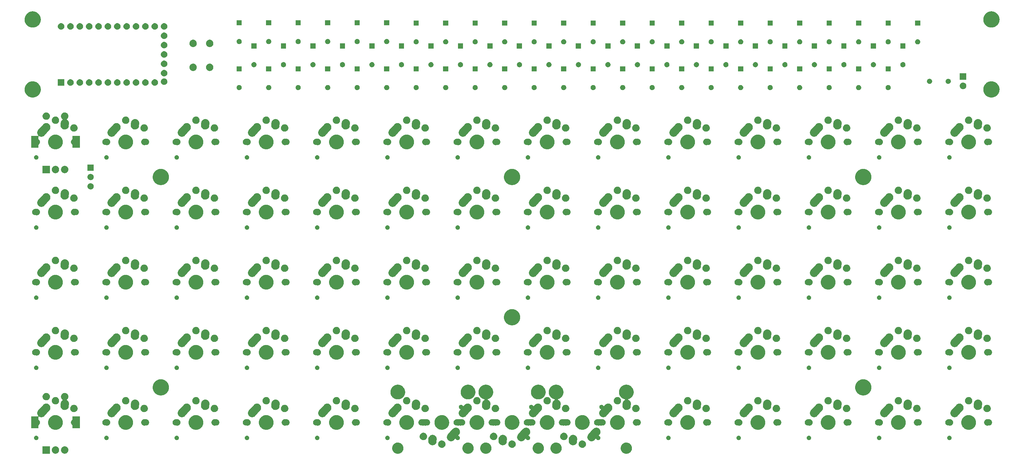
<source format=gbr>
G04 #@! TF.GenerationSoftware,KiCad,Pcbnew,(5.99.0-176-g31e38f2fd)*
G04 #@! TF.CreationDate,2020-02-05T01:48:41+01:00*
G04 #@! TF.ProjectId,5x14_ortho_keyboard_elite-c,35783134-5f6f-4727-9468-6f5f6b657962,rev?*
G04 #@! TF.SameCoordinates,Original*
G04 #@! TF.FileFunction,Soldermask,Top*
G04 #@! TF.FilePolarity,Negative*
%FSLAX46Y46*%
G04 Gerber Fmt 4.6, Leading zero omitted, Abs format (unit mm)*
G04 Created by KiCad (PCBNEW (5.99.0-176-g31e38f2fd)) date 2020-02-05 01:48:41*
%MOMM*%
%LPD*%
G04 APERTURE LIST*
%ADD10C,0.100000*%
G04 APERTURE END LIST*
D10*
G36*
X136589387Y-154686000D02*
G01*
X136613192Y-154686000D01*
X136707006Y-154700859D01*
X136805916Y-154713354D01*
X136829241Y-154720219D01*
X136850121Y-154723526D01*
X136942867Y-154753661D01*
X137041179Y-154782596D01*
X137060691Y-154791944D01*
X137078263Y-154797654D01*
X137167369Y-154843056D01*
X137262346Y-154888561D01*
X137277915Y-154899382D01*
X137292003Y-154906560D01*
X137374908Y-154966794D01*
X137463726Y-155028524D01*
X137475432Y-155039829D01*
X137486064Y-155047553D01*
X137560165Y-155121654D01*
X137640138Y-155198883D01*
X137648287Y-155209776D01*
X137655697Y-155217186D01*
X137718611Y-155303780D01*
X137787043Y-155395255D01*
X137792102Y-155404932D01*
X137796690Y-155411247D01*
X137846131Y-155508280D01*
X137900662Y-155612589D01*
X137903263Y-155620409D01*
X137905596Y-155624987D01*
X137939594Y-155729623D01*
X137978073Y-155845293D01*
X137978963Y-155850786D01*
X137979724Y-155853129D01*
X137996627Y-155959850D01*
X138017282Y-156087379D01*
X138017250Y-156090435D01*
X138017250Y-156329942D01*
X138014564Y-156346898D01*
X138014380Y-156364511D01*
X137995369Y-156468095D01*
X137979724Y-156566871D01*
X137974015Y-156584442D01*
X137970109Y-156605723D01*
X137935730Y-156702269D01*
X137905596Y-156795013D01*
X137895998Y-156813850D01*
X137887842Y-156836755D01*
X137839815Y-156924116D01*
X137796690Y-157008753D01*
X137782696Y-157028014D01*
X137769696Y-157051661D01*
X137710034Y-157128026D01*
X137655697Y-157202814D01*
X137636979Y-157221532D01*
X137618711Y-157244914D01*
X137549594Y-157308917D01*
X137486064Y-157372447D01*
X137462498Y-157389569D01*
X137438770Y-157411541D01*
X137362602Y-157462147D01*
X137292003Y-157513440D01*
X137263677Y-157527873D01*
X137234503Y-157547256D01*
X137153684Y-157583917D01*
X137078263Y-157622346D01*
X137045500Y-157632991D01*
X137011166Y-157648566D01*
X136928145Y-157671123D01*
X136850121Y-157696474D01*
X136813471Y-157702279D01*
X136774504Y-157712866D01*
X136691632Y-157721576D01*
X136613192Y-157734000D01*
X136573430Y-157734000D01*
X136530606Y-157738501D01*
X136450101Y-157734000D01*
X136373308Y-157734000D01*
X136331410Y-157727364D01*
X136285747Y-157724811D01*
X136209634Y-157708076D01*
X136136379Y-157696474D01*
X136093511Y-157682545D01*
X136046226Y-157672149D01*
X135976272Y-157644452D01*
X135908237Y-157622346D01*
X135865706Y-157600675D01*
X135818207Y-157581869D01*
X135755897Y-157544725D01*
X135694497Y-157513440D01*
X135653731Y-157483822D01*
X135607554Y-157456295D01*
X135554048Y-157411398D01*
X135500436Y-157372447D01*
X135462932Y-157334943D01*
X135419688Y-157298657D01*
X135375791Y-157247802D01*
X135330803Y-157202814D01*
X135298075Y-157157767D01*
X135259442Y-157113011D01*
X135225650Y-157058082D01*
X135189810Y-157008753D01*
X135163329Y-156956782D01*
X135130939Y-156904132D01*
X135107384Y-156846982D01*
X135080904Y-156795013D01*
X135062062Y-156737023D01*
X135037485Y-156677395D01*
X135023983Y-156619828D01*
X135006776Y-156566871D01*
X134996823Y-156504033D01*
X134981484Y-156438633D01*
X134977547Y-156382324D01*
X134969250Y-156329942D01*
X134969250Y-156263677D01*
X134964377Y-156193989D01*
X134969250Y-156140444D01*
X134969250Y-156090058D01*
X134980029Y-156022001D01*
X134986604Y-155949757D01*
X134999309Y-155900275D01*
X135006776Y-155853129D01*
X135028883Y-155785091D01*
X135047593Y-155712220D01*
X135066975Y-155667857D01*
X135080904Y-155624987D01*
X135114575Y-155558903D01*
X135145775Y-155487490D01*
X135170551Y-155449046D01*
X135189810Y-155411247D01*
X135234951Y-155349116D01*
X135278624Y-155281348D01*
X135307431Y-155249354D01*
X135330803Y-155217186D01*
X135386966Y-155161023D01*
X135442723Y-155099099D01*
X135474191Y-155073798D01*
X135500436Y-155047553D01*
X135566814Y-154999326D01*
X135633849Y-154945429D01*
X135666628Y-154926808D01*
X135694497Y-154906560D01*
X135769917Y-154868132D01*
X135847085Y-154824294D01*
X135879916Y-154812084D01*
X135908237Y-154797654D01*
X135991213Y-154770694D01*
X136076945Y-154738810D01*
X136108677Y-154732527D01*
X136136379Y-154723526D01*
X136225120Y-154709471D01*
X136317516Y-154691176D01*
X136347165Y-154690141D01*
X136373308Y-154686000D01*
X136465734Y-154686000D01*
X136562608Y-154682617D01*
X136589387Y-154686000D01*
X136589387Y-154686000D01*
G37*
G36*
X141415387Y-154686000D02*
G01*
X141439192Y-154686000D01*
X141533006Y-154700859D01*
X141631916Y-154713354D01*
X141655241Y-154720219D01*
X141676121Y-154723526D01*
X141768867Y-154753661D01*
X141867179Y-154782596D01*
X141886691Y-154791944D01*
X141904263Y-154797654D01*
X141993369Y-154843056D01*
X142088346Y-154888561D01*
X142103915Y-154899382D01*
X142118003Y-154906560D01*
X142200908Y-154966794D01*
X142289726Y-155028524D01*
X142301432Y-155039829D01*
X142312064Y-155047553D01*
X142386165Y-155121654D01*
X142466138Y-155198883D01*
X142474287Y-155209776D01*
X142481697Y-155217186D01*
X142544611Y-155303780D01*
X142613043Y-155395255D01*
X142618102Y-155404932D01*
X142622690Y-155411247D01*
X142672131Y-155508280D01*
X142726662Y-155612589D01*
X142729263Y-155620409D01*
X142731596Y-155624987D01*
X142765594Y-155729623D01*
X142804073Y-155845293D01*
X142804963Y-155850786D01*
X142805724Y-155853129D01*
X142822627Y-155959850D01*
X142843282Y-156087379D01*
X142843250Y-156090435D01*
X142843250Y-156329942D01*
X142840564Y-156346898D01*
X142840380Y-156364511D01*
X142821369Y-156468095D01*
X142805724Y-156566871D01*
X142800015Y-156584442D01*
X142796109Y-156605723D01*
X142761730Y-156702269D01*
X142731596Y-156795013D01*
X142721998Y-156813850D01*
X142713842Y-156836755D01*
X142665815Y-156924116D01*
X142622690Y-157008753D01*
X142608696Y-157028014D01*
X142595696Y-157051661D01*
X142536034Y-157128026D01*
X142481697Y-157202814D01*
X142462979Y-157221532D01*
X142444711Y-157244914D01*
X142375594Y-157308917D01*
X142312064Y-157372447D01*
X142288498Y-157389569D01*
X142264770Y-157411541D01*
X142188602Y-157462147D01*
X142118003Y-157513440D01*
X142089677Y-157527873D01*
X142060503Y-157547256D01*
X141979684Y-157583917D01*
X141904263Y-157622346D01*
X141871500Y-157632991D01*
X141837166Y-157648566D01*
X141754145Y-157671123D01*
X141676121Y-157696474D01*
X141639471Y-157702279D01*
X141600504Y-157712866D01*
X141517632Y-157721576D01*
X141439192Y-157734000D01*
X141399430Y-157734000D01*
X141356606Y-157738501D01*
X141276101Y-157734000D01*
X141199308Y-157734000D01*
X141157410Y-157727364D01*
X141111747Y-157724811D01*
X141035634Y-157708076D01*
X140962379Y-157696474D01*
X140919511Y-157682545D01*
X140872226Y-157672149D01*
X140802272Y-157644452D01*
X140734237Y-157622346D01*
X140691706Y-157600675D01*
X140644207Y-157581869D01*
X140581897Y-157544725D01*
X140520497Y-157513440D01*
X140479731Y-157483822D01*
X140433554Y-157456295D01*
X140380048Y-157411398D01*
X140326436Y-157372447D01*
X140288932Y-157334943D01*
X140245688Y-157298657D01*
X140201791Y-157247802D01*
X140156803Y-157202814D01*
X140124075Y-157157767D01*
X140085442Y-157113011D01*
X140051650Y-157058082D01*
X140015810Y-157008753D01*
X139989329Y-156956782D01*
X139956939Y-156904132D01*
X139933384Y-156846982D01*
X139906904Y-156795013D01*
X139888062Y-156737023D01*
X139863485Y-156677395D01*
X139849983Y-156619828D01*
X139832776Y-156566871D01*
X139822823Y-156504033D01*
X139807484Y-156438633D01*
X139803547Y-156382324D01*
X139795250Y-156329942D01*
X139795250Y-156263677D01*
X139790377Y-156193989D01*
X139795250Y-156140444D01*
X139795250Y-156090058D01*
X139806029Y-156022001D01*
X139812604Y-155949757D01*
X139825309Y-155900275D01*
X139832776Y-155853129D01*
X139854883Y-155785091D01*
X139873593Y-155712220D01*
X139892975Y-155667857D01*
X139906904Y-155624987D01*
X139940575Y-155558903D01*
X139971775Y-155487490D01*
X139996551Y-155449046D01*
X140015810Y-155411247D01*
X140060951Y-155349116D01*
X140104624Y-155281348D01*
X140133431Y-155249354D01*
X140156803Y-155217186D01*
X140212966Y-155161023D01*
X140268723Y-155099099D01*
X140300191Y-155073798D01*
X140326436Y-155047553D01*
X140392814Y-154999326D01*
X140459849Y-154945429D01*
X140492628Y-154926808D01*
X140520497Y-154906560D01*
X140595917Y-154868132D01*
X140673085Y-154824294D01*
X140705916Y-154812084D01*
X140734237Y-154797654D01*
X140817213Y-154770694D01*
X140902945Y-154738810D01*
X140934677Y-154732527D01*
X140962379Y-154723526D01*
X141051120Y-154709471D01*
X141143516Y-154691176D01*
X141173165Y-154690141D01*
X141199308Y-154686000D01*
X141291734Y-154686000D01*
X141388608Y-154682617D01*
X141415387Y-154686000D01*
X141415387Y-154686000D01*
G37*
G36*
X117539387Y-154686000D02*
G01*
X117563192Y-154686000D01*
X117657006Y-154700859D01*
X117755916Y-154713354D01*
X117779241Y-154720219D01*
X117800121Y-154723526D01*
X117892867Y-154753661D01*
X117991179Y-154782596D01*
X118010691Y-154791944D01*
X118028263Y-154797654D01*
X118117369Y-154843056D01*
X118212346Y-154888561D01*
X118227915Y-154899382D01*
X118242003Y-154906560D01*
X118324908Y-154966794D01*
X118413726Y-155028524D01*
X118425432Y-155039829D01*
X118436064Y-155047553D01*
X118510165Y-155121654D01*
X118590138Y-155198883D01*
X118598287Y-155209776D01*
X118605697Y-155217186D01*
X118668611Y-155303780D01*
X118737043Y-155395255D01*
X118742102Y-155404932D01*
X118746690Y-155411247D01*
X118796131Y-155508280D01*
X118850662Y-155612589D01*
X118853263Y-155620409D01*
X118855596Y-155624987D01*
X118889594Y-155729623D01*
X118928073Y-155845293D01*
X118928963Y-155850786D01*
X118929724Y-155853129D01*
X118946627Y-155959850D01*
X118967282Y-156087379D01*
X118967250Y-156090435D01*
X118967250Y-156329942D01*
X118964564Y-156346898D01*
X118964380Y-156364511D01*
X118945369Y-156468095D01*
X118929724Y-156566871D01*
X118924015Y-156584442D01*
X118920109Y-156605723D01*
X118885730Y-156702269D01*
X118855596Y-156795013D01*
X118845998Y-156813850D01*
X118837842Y-156836755D01*
X118789815Y-156924116D01*
X118746690Y-157008753D01*
X118732696Y-157028014D01*
X118719696Y-157051661D01*
X118660034Y-157128026D01*
X118605697Y-157202814D01*
X118586979Y-157221532D01*
X118568711Y-157244914D01*
X118499594Y-157308917D01*
X118436064Y-157372447D01*
X118412498Y-157389569D01*
X118388770Y-157411541D01*
X118312602Y-157462147D01*
X118242003Y-157513440D01*
X118213677Y-157527873D01*
X118184503Y-157547256D01*
X118103684Y-157583917D01*
X118028263Y-157622346D01*
X117995500Y-157632991D01*
X117961166Y-157648566D01*
X117878145Y-157671123D01*
X117800121Y-157696474D01*
X117763471Y-157702279D01*
X117724504Y-157712866D01*
X117641632Y-157721576D01*
X117563192Y-157734000D01*
X117523430Y-157734000D01*
X117480606Y-157738501D01*
X117400101Y-157734000D01*
X117323308Y-157734000D01*
X117281410Y-157727364D01*
X117235747Y-157724811D01*
X117159634Y-157708076D01*
X117086379Y-157696474D01*
X117043511Y-157682545D01*
X116996226Y-157672149D01*
X116926272Y-157644452D01*
X116858237Y-157622346D01*
X116815706Y-157600675D01*
X116768207Y-157581869D01*
X116705897Y-157544725D01*
X116644497Y-157513440D01*
X116603731Y-157483822D01*
X116557554Y-157456295D01*
X116504048Y-157411398D01*
X116450436Y-157372447D01*
X116412932Y-157334943D01*
X116369688Y-157298657D01*
X116325791Y-157247802D01*
X116280803Y-157202814D01*
X116248075Y-157157767D01*
X116209442Y-157113011D01*
X116175650Y-157058082D01*
X116139810Y-157008753D01*
X116113329Y-156956782D01*
X116080939Y-156904132D01*
X116057384Y-156846982D01*
X116030904Y-156795013D01*
X116012062Y-156737023D01*
X115987485Y-156677395D01*
X115973983Y-156619828D01*
X115956776Y-156566871D01*
X115946823Y-156504033D01*
X115931484Y-156438633D01*
X115927547Y-156382324D01*
X115919250Y-156329942D01*
X115919250Y-156263677D01*
X115914377Y-156193989D01*
X115919250Y-156140444D01*
X115919250Y-156090058D01*
X115930029Y-156022001D01*
X115936604Y-155949757D01*
X115949309Y-155900275D01*
X115956776Y-155853129D01*
X115978883Y-155785091D01*
X115997593Y-155712220D01*
X116016975Y-155667857D01*
X116030904Y-155624987D01*
X116064575Y-155558903D01*
X116095775Y-155487490D01*
X116120551Y-155449046D01*
X116139810Y-155411247D01*
X116184951Y-155349116D01*
X116228624Y-155281348D01*
X116257431Y-155249354D01*
X116280803Y-155217186D01*
X116336966Y-155161023D01*
X116392723Y-155099099D01*
X116424191Y-155073798D01*
X116450436Y-155047553D01*
X116516814Y-154999326D01*
X116583849Y-154945429D01*
X116616628Y-154926808D01*
X116644497Y-154906560D01*
X116719917Y-154868132D01*
X116797085Y-154824294D01*
X116829916Y-154812084D01*
X116858237Y-154797654D01*
X116941213Y-154770694D01*
X117026945Y-154738810D01*
X117058677Y-154732527D01*
X117086379Y-154723526D01*
X117175120Y-154709471D01*
X117267516Y-154691176D01*
X117297165Y-154690141D01*
X117323308Y-154686000D01*
X117415734Y-154686000D01*
X117512608Y-154682617D01*
X117539387Y-154686000D01*
X117539387Y-154686000D01*
G37*
G36*
X179515387Y-154686000D02*
G01*
X179539192Y-154686000D01*
X179633006Y-154700859D01*
X179731916Y-154713354D01*
X179755241Y-154720219D01*
X179776121Y-154723526D01*
X179868867Y-154753661D01*
X179967179Y-154782596D01*
X179986691Y-154791944D01*
X180004263Y-154797654D01*
X180093369Y-154843056D01*
X180188346Y-154888561D01*
X180203915Y-154899382D01*
X180218003Y-154906560D01*
X180300908Y-154966794D01*
X180389726Y-155028524D01*
X180401432Y-155039829D01*
X180412064Y-155047553D01*
X180486165Y-155121654D01*
X180566138Y-155198883D01*
X180574287Y-155209776D01*
X180581697Y-155217186D01*
X180644611Y-155303780D01*
X180713043Y-155395255D01*
X180718102Y-155404932D01*
X180722690Y-155411247D01*
X180772131Y-155508280D01*
X180826662Y-155612589D01*
X180829263Y-155620409D01*
X180831596Y-155624987D01*
X180865594Y-155729623D01*
X180904073Y-155845293D01*
X180904963Y-155850786D01*
X180905724Y-155853129D01*
X180922627Y-155959850D01*
X180943282Y-156087379D01*
X180943250Y-156090435D01*
X180943250Y-156329942D01*
X180940564Y-156346898D01*
X180940380Y-156364511D01*
X180921369Y-156468095D01*
X180905724Y-156566871D01*
X180900015Y-156584442D01*
X180896109Y-156605723D01*
X180861730Y-156702269D01*
X180831596Y-156795013D01*
X180821998Y-156813850D01*
X180813842Y-156836755D01*
X180765815Y-156924116D01*
X180722690Y-157008753D01*
X180708696Y-157028014D01*
X180695696Y-157051661D01*
X180636034Y-157128026D01*
X180581697Y-157202814D01*
X180562979Y-157221532D01*
X180544711Y-157244914D01*
X180475594Y-157308917D01*
X180412064Y-157372447D01*
X180388498Y-157389569D01*
X180364770Y-157411541D01*
X180288602Y-157462147D01*
X180218003Y-157513440D01*
X180189677Y-157527873D01*
X180160503Y-157547256D01*
X180079684Y-157583917D01*
X180004263Y-157622346D01*
X179971500Y-157632991D01*
X179937166Y-157648566D01*
X179854145Y-157671123D01*
X179776121Y-157696474D01*
X179739471Y-157702279D01*
X179700504Y-157712866D01*
X179617632Y-157721576D01*
X179539192Y-157734000D01*
X179499430Y-157734000D01*
X179456606Y-157738501D01*
X179376101Y-157734000D01*
X179299308Y-157734000D01*
X179257410Y-157727364D01*
X179211747Y-157724811D01*
X179135634Y-157708076D01*
X179062379Y-157696474D01*
X179019511Y-157682545D01*
X178972226Y-157672149D01*
X178902272Y-157644452D01*
X178834237Y-157622346D01*
X178791706Y-157600675D01*
X178744207Y-157581869D01*
X178681897Y-157544725D01*
X178620497Y-157513440D01*
X178579731Y-157483822D01*
X178533554Y-157456295D01*
X178480048Y-157411398D01*
X178426436Y-157372447D01*
X178388932Y-157334943D01*
X178345688Y-157298657D01*
X178301791Y-157247802D01*
X178256803Y-157202814D01*
X178224075Y-157157767D01*
X178185442Y-157113011D01*
X178151650Y-157058082D01*
X178115810Y-157008753D01*
X178089329Y-156956782D01*
X178056939Y-156904132D01*
X178033384Y-156846982D01*
X178006904Y-156795013D01*
X177988062Y-156737023D01*
X177963485Y-156677395D01*
X177949983Y-156619828D01*
X177932776Y-156566871D01*
X177922823Y-156504033D01*
X177907484Y-156438633D01*
X177903547Y-156382324D01*
X177895250Y-156329942D01*
X177895250Y-156263677D01*
X177890377Y-156193989D01*
X177895250Y-156140444D01*
X177895250Y-156090058D01*
X177906029Y-156022001D01*
X177912604Y-155949757D01*
X177925309Y-155900275D01*
X177932776Y-155853129D01*
X177954883Y-155785091D01*
X177973593Y-155712220D01*
X177992975Y-155667857D01*
X178006904Y-155624987D01*
X178040575Y-155558903D01*
X178071775Y-155487490D01*
X178096551Y-155449046D01*
X178115810Y-155411247D01*
X178160951Y-155349116D01*
X178204624Y-155281348D01*
X178233431Y-155249354D01*
X178256803Y-155217186D01*
X178312966Y-155161023D01*
X178368723Y-155099099D01*
X178400191Y-155073798D01*
X178426436Y-155047553D01*
X178492814Y-154999326D01*
X178559849Y-154945429D01*
X178592628Y-154926808D01*
X178620497Y-154906560D01*
X178695917Y-154868132D01*
X178773085Y-154824294D01*
X178805916Y-154812084D01*
X178834237Y-154797654D01*
X178917213Y-154770694D01*
X179002945Y-154738810D01*
X179034677Y-154732527D01*
X179062379Y-154723526D01*
X179151120Y-154709471D01*
X179243516Y-154691176D01*
X179273165Y-154690141D01*
X179299308Y-154686000D01*
X179391734Y-154686000D01*
X179488608Y-154682617D01*
X179515387Y-154686000D01*
X179515387Y-154686000D01*
G37*
G36*
X155639387Y-154686000D02*
G01*
X155663192Y-154686000D01*
X155757006Y-154700859D01*
X155855916Y-154713354D01*
X155879241Y-154720219D01*
X155900121Y-154723526D01*
X155992867Y-154753661D01*
X156091179Y-154782596D01*
X156110691Y-154791944D01*
X156128263Y-154797654D01*
X156217369Y-154843056D01*
X156312346Y-154888561D01*
X156327915Y-154899382D01*
X156342003Y-154906560D01*
X156424908Y-154966794D01*
X156513726Y-155028524D01*
X156525432Y-155039829D01*
X156536064Y-155047553D01*
X156610165Y-155121654D01*
X156690138Y-155198883D01*
X156698287Y-155209776D01*
X156705697Y-155217186D01*
X156768611Y-155303780D01*
X156837043Y-155395255D01*
X156842102Y-155404932D01*
X156846690Y-155411247D01*
X156896131Y-155508280D01*
X156950662Y-155612589D01*
X156953263Y-155620409D01*
X156955596Y-155624987D01*
X156989594Y-155729623D01*
X157028073Y-155845293D01*
X157028963Y-155850786D01*
X157029724Y-155853129D01*
X157046627Y-155959850D01*
X157067282Y-156087379D01*
X157067250Y-156090435D01*
X157067250Y-156329942D01*
X157064564Y-156346898D01*
X157064380Y-156364511D01*
X157045369Y-156468095D01*
X157029724Y-156566871D01*
X157024015Y-156584442D01*
X157020109Y-156605723D01*
X156985730Y-156702269D01*
X156955596Y-156795013D01*
X156945998Y-156813850D01*
X156937842Y-156836755D01*
X156889815Y-156924116D01*
X156846690Y-157008753D01*
X156832696Y-157028014D01*
X156819696Y-157051661D01*
X156760034Y-157128026D01*
X156705697Y-157202814D01*
X156686979Y-157221532D01*
X156668711Y-157244914D01*
X156599594Y-157308917D01*
X156536064Y-157372447D01*
X156512498Y-157389569D01*
X156488770Y-157411541D01*
X156412602Y-157462147D01*
X156342003Y-157513440D01*
X156313677Y-157527873D01*
X156284503Y-157547256D01*
X156203684Y-157583917D01*
X156128263Y-157622346D01*
X156095500Y-157632991D01*
X156061166Y-157648566D01*
X155978145Y-157671123D01*
X155900121Y-157696474D01*
X155863471Y-157702279D01*
X155824504Y-157712866D01*
X155741632Y-157721576D01*
X155663192Y-157734000D01*
X155623430Y-157734000D01*
X155580606Y-157738501D01*
X155500101Y-157734000D01*
X155423308Y-157734000D01*
X155381410Y-157727364D01*
X155335747Y-157724811D01*
X155259634Y-157708076D01*
X155186379Y-157696474D01*
X155143511Y-157682545D01*
X155096226Y-157672149D01*
X155026272Y-157644452D01*
X154958237Y-157622346D01*
X154915706Y-157600675D01*
X154868207Y-157581869D01*
X154805897Y-157544725D01*
X154744497Y-157513440D01*
X154703731Y-157483822D01*
X154657554Y-157456295D01*
X154604048Y-157411398D01*
X154550436Y-157372447D01*
X154512932Y-157334943D01*
X154469688Y-157298657D01*
X154425791Y-157247802D01*
X154380803Y-157202814D01*
X154348075Y-157157767D01*
X154309442Y-157113011D01*
X154275650Y-157058082D01*
X154239810Y-157008753D01*
X154213329Y-156956782D01*
X154180939Y-156904132D01*
X154157384Y-156846982D01*
X154130904Y-156795013D01*
X154112062Y-156737023D01*
X154087485Y-156677395D01*
X154073983Y-156619828D01*
X154056776Y-156566871D01*
X154046823Y-156504033D01*
X154031484Y-156438633D01*
X154027547Y-156382324D01*
X154019250Y-156329942D01*
X154019250Y-156263677D01*
X154014377Y-156193989D01*
X154019250Y-156140444D01*
X154019250Y-156090058D01*
X154030029Y-156022001D01*
X154036604Y-155949757D01*
X154049309Y-155900275D01*
X154056776Y-155853129D01*
X154078883Y-155785091D01*
X154097593Y-155712220D01*
X154116975Y-155667857D01*
X154130904Y-155624987D01*
X154164575Y-155558903D01*
X154195775Y-155487490D01*
X154220551Y-155449046D01*
X154239810Y-155411247D01*
X154284951Y-155349116D01*
X154328624Y-155281348D01*
X154357431Y-155249354D01*
X154380803Y-155217186D01*
X154436966Y-155161023D01*
X154492723Y-155099099D01*
X154524191Y-155073798D01*
X154550436Y-155047553D01*
X154616814Y-154999326D01*
X154683849Y-154945429D01*
X154716628Y-154926808D01*
X154744497Y-154906560D01*
X154819917Y-154868132D01*
X154897085Y-154824294D01*
X154929916Y-154812084D01*
X154958237Y-154797654D01*
X155041213Y-154770694D01*
X155126945Y-154738810D01*
X155158677Y-154732527D01*
X155186379Y-154723526D01*
X155275120Y-154709471D01*
X155367516Y-154691176D01*
X155397165Y-154690141D01*
X155423308Y-154686000D01*
X155515734Y-154686000D01*
X155612608Y-154682617D01*
X155639387Y-154686000D01*
X155639387Y-154686000D01*
G37*
G36*
X160465387Y-154686000D02*
G01*
X160489192Y-154686000D01*
X160583006Y-154700859D01*
X160681916Y-154713354D01*
X160705241Y-154720219D01*
X160726121Y-154723526D01*
X160818867Y-154753661D01*
X160917179Y-154782596D01*
X160936691Y-154791944D01*
X160954263Y-154797654D01*
X161043369Y-154843056D01*
X161138346Y-154888561D01*
X161153915Y-154899382D01*
X161168003Y-154906560D01*
X161250908Y-154966794D01*
X161339726Y-155028524D01*
X161351432Y-155039829D01*
X161362064Y-155047553D01*
X161436165Y-155121654D01*
X161516138Y-155198883D01*
X161524287Y-155209776D01*
X161531697Y-155217186D01*
X161594611Y-155303780D01*
X161663043Y-155395255D01*
X161668102Y-155404932D01*
X161672690Y-155411247D01*
X161722131Y-155508280D01*
X161776662Y-155612589D01*
X161779263Y-155620409D01*
X161781596Y-155624987D01*
X161815594Y-155729623D01*
X161854073Y-155845293D01*
X161854963Y-155850786D01*
X161855724Y-155853129D01*
X161872627Y-155959850D01*
X161893282Y-156087379D01*
X161893250Y-156090435D01*
X161893250Y-156329942D01*
X161890564Y-156346898D01*
X161890380Y-156364511D01*
X161871369Y-156468095D01*
X161855724Y-156566871D01*
X161850015Y-156584442D01*
X161846109Y-156605723D01*
X161811730Y-156702269D01*
X161781596Y-156795013D01*
X161771998Y-156813850D01*
X161763842Y-156836755D01*
X161715815Y-156924116D01*
X161672690Y-157008753D01*
X161658696Y-157028014D01*
X161645696Y-157051661D01*
X161586034Y-157128026D01*
X161531697Y-157202814D01*
X161512979Y-157221532D01*
X161494711Y-157244914D01*
X161425594Y-157308917D01*
X161362064Y-157372447D01*
X161338498Y-157389569D01*
X161314770Y-157411541D01*
X161238602Y-157462147D01*
X161168003Y-157513440D01*
X161139677Y-157527873D01*
X161110503Y-157547256D01*
X161029684Y-157583917D01*
X160954263Y-157622346D01*
X160921500Y-157632991D01*
X160887166Y-157648566D01*
X160804145Y-157671123D01*
X160726121Y-157696474D01*
X160689471Y-157702279D01*
X160650504Y-157712866D01*
X160567632Y-157721576D01*
X160489192Y-157734000D01*
X160449430Y-157734000D01*
X160406606Y-157738501D01*
X160326101Y-157734000D01*
X160249308Y-157734000D01*
X160207410Y-157727364D01*
X160161747Y-157724811D01*
X160085634Y-157708076D01*
X160012379Y-157696474D01*
X159969511Y-157682545D01*
X159922226Y-157672149D01*
X159852272Y-157644452D01*
X159784237Y-157622346D01*
X159741706Y-157600675D01*
X159694207Y-157581869D01*
X159631897Y-157544725D01*
X159570497Y-157513440D01*
X159529731Y-157483822D01*
X159483554Y-157456295D01*
X159430048Y-157411398D01*
X159376436Y-157372447D01*
X159338932Y-157334943D01*
X159295688Y-157298657D01*
X159251791Y-157247802D01*
X159206803Y-157202814D01*
X159174075Y-157157767D01*
X159135442Y-157113011D01*
X159101650Y-157058082D01*
X159065810Y-157008753D01*
X159039329Y-156956782D01*
X159006939Y-156904132D01*
X158983384Y-156846982D01*
X158956904Y-156795013D01*
X158938062Y-156737023D01*
X158913485Y-156677395D01*
X158899983Y-156619828D01*
X158882776Y-156566871D01*
X158872823Y-156504033D01*
X158857484Y-156438633D01*
X158853547Y-156382324D01*
X158845250Y-156329942D01*
X158845250Y-156263677D01*
X158840377Y-156193989D01*
X158845250Y-156140444D01*
X158845250Y-156090058D01*
X158856029Y-156022001D01*
X158862604Y-155949757D01*
X158875309Y-155900275D01*
X158882776Y-155853129D01*
X158904883Y-155785091D01*
X158923593Y-155712220D01*
X158942975Y-155667857D01*
X158956904Y-155624987D01*
X158990575Y-155558903D01*
X159021775Y-155487490D01*
X159046551Y-155449046D01*
X159065810Y-155411247D01*
X159110951Y-155349116D01*
X159154624Y-155281348D01*
X159183431Y-155249354D01*
X159206803Y-155217186D01*
X159262966Y-155161023D01*
X159318723Y-155099099D01*
X159350191Y-155073798D01*
X159376436Y-155047553D01*
X159442814Y-154999326D01*
X159509849Y-154945429D01*
X159542628Y-154926808D01*
X159570497Y-154906560D01*
X159645917Y-154868132D01*
X159723085Y-154824294D01*
X159755916Y-154812084D01*
X159784237Y-154797654D01*
X159867213Y-154770694D01*
X159952945Y-154738810D01*
X159984677Y-154732527D01*
X160012379Y-154723526D01*
X160101120Y-154709471D01*
X160193516Y-154691176D01*
X160223165Y-154690141D01*
X160249308Y-154686000D01*
X160341734Y-154686000D01*
X160438608Y-154682617D01*
X160465387Y-154686000D01*
X160465387Y-154686000D01*
G37*
G36*
X24707901Y-155721813D02*
G01*
X24751260Y-155723972D01*
X24801916Y-155736367D01*
X24859619Y-155745300D01*
X24900397Y-155760465D01*
X24936613Y-155769327D01*
X24989564Y-155793626D01*
X25050033Y-155816114D01*
X25081729Y-155835920D01*
X25110043Y-155848913D01*
X25162410Y-155886335D01*
X25222318Y-155923770D01*
X25244938Y-155945311D01*
X25265292Y-155959856D01*
X25313842Y-156010927D01*
X25369437Y-156063870D01*
X25383756Y-156084473D01*
X25396765Y-156098157D01*
X25438070Y-156162620D01*
X25485380Y-156230690D01*
X25492842Y-156248100D01*
X25499714Y-156258825D01*
X25530341Y-156335593D01*
X25565411Y-156417417D01*
X25567981Y-156429938D01*
X25570422Y-156436056D01*
X25587120Y-156523176D01*
X25606261Y-156616423D01*
X25606238Y-156622922D01*
X25606311Y-156623301D01*
X25605625Y-156819677D01*
X25605551Y-156820051D01*
X25605528Y-156826556D01*
X25585725Y-156919721D01*
X25568431Y-157006667D01*
X25565948Y-157012766D01*
X25563290Y-157025272D01*
X25527637Y-157106878D01*
X25496486Y-157183401D01*
X25489542Y-157194073D01*
X25481957Y-157211435D01*
X25434162Y-157279189D01*
X25392415Y-157343351D01*
X25379313Y-157356942D01*
X25364852Y-157377442D01*
X25308903Y-157429982D01*
X25259985Y-157480726D01*
X25239522Y-157495134D01*
X25216758Y-157516511D01*
X25156600Y-157553521D01*
X25103962Y-157590584D01*
X25075556Y-157603380D01*
X25043726Y-157622962D01*
X24983102Y-157645027D01*
X24929984Y-157668955D01*
X24893707Y-157677564D01*
X24852822Y-157692445D01*
X24795064Y-157700974D01*
X24744321Y-157713016D01*
X24700948Y-157714872D01*
X24651847Y-157722122D01*
X24599663Y-157719205D01*
X24553674Y-157721172D01*
X24504687Y-157713895D01*
X24449009Y-157710782D01*
X24404407Y-157698998D01*
X24364929Y-157693133D01*
X24312427Y-157674695D01*
X24252594Y-157658887D01*
X24216766Y-157641102D01*
X24184891Y-157629908D01*
X24131544Y-157598797D01*
X24070626Y-157568557D01*
X24043942Y-157547709D01*
X24020052Y-157533777D01*
X23968949Y-157489118D01*
X23910537Y-157443482D01*
X23892571Y-157422373D01*
X23876371Y-157408215D01*
X23830890Y-157349897D01*
X23778869Y-157288772D01*
X23768474Y-157269863D01*
X23759020Y-157257741D01*
X23722624Y-157186463D01*
X23680998Y-157110746D01*
X23676436Y-157096009D01*
X23672245Y-157087801D01*
X23648308Y-157005140D01*
X23620924Y-156916677D01*
X23620020Y-156907455D01*
X23619168Y-156904514D01*
X23610769Y-156813115D01*
X23601099Y-156714491D01*
X23611446Y-156616044D01*
X23620493Y-156524600D01*
X23621367Y-156521659D01*
X23622335Y-156512449D01*
X23650319Y-156424232D01*
X23674848Y-156341690D01*
X23679099Y-156333506D01*
X23683763Y-156318804D01*
X23725910Y-156243391D01*
X23762810Y-156172355D01*
X23772349Y-156160298D01*
X23782874Y-156141466D01*
X23835318Y-156080709D01*
X23881207Y-156022707D01*
X23897504Y-156008664D01*
X23915619Y-155987678D01*
X23974355Y-155942445D01*
X24025761Y-155898151D01*
X24049745Y-155884388D01*
X24076577Y-155863724D01*
X24137711Y-155833907D01*
X24191269Y-155803172D01*
X24223219Y-155792202D01*
X24259171Y-155774667D01*
X24319111Y-155759277D01*
X24371743Y-155741206D01*
X24411266Y-155735616D01*
X24455944Y-155724145D01*
X24511630Y-155721422D01*
X24560682Y-155714484D01*
X24606668Y-155716773D01*
X24658856Y-155714221D01*
X24707901Y-155721813D01*
X24707901Y-155721813D01*
G37*
G36*
X27207901Y-155721813D02*
G01*
X27251260Y-155723972D01*
X27301916Y-155736367D01*
X27359619Y-155745300D01*
X27400397Y-155760465D01*
X27436613Y-155769327D01*
X27489564Y-155793626D01*
X27550033Y-155816114D01*
X27581729Y-155835920D01*
X27610043Y-155848913D01*
X27662410Y-155886335D01*
X27722318Y-155923770D01*
X27744938Y-155945311D01*
X27765292Y-155959856D01*
X27813842Y-156010927D01*
X27869437Y-156063870D01*
X27883756Y-156084473D01*
X27896765Y-156098157D01*
X27938070Y-156162620D01*
X27985380Y-156230690D01*
X27992842Y-156248100D01*
X27999714Y-156258825D01*
X28030341Y-156335593D01*
X28065411Y-156417417D01*
X28067981Y-156429938D01*
X28070422Y-156436056D01*
X28087120Y-156523176D01*
X28106261Y-156616423D01*
X28106238Y-156622922D01*
X28106311Y-156623301D01*
X28105625Y-156819677D01*
X28105551Y-156820051D01*
X28105528Y-156826556D01*
X28085725Y-156919721D01*
X28068431Y-157006667D01*
X28065948Y-157012766D01*
X28063290Y-157025272D01*
X28027637Y-157106878D01*
X27996486Y-157183401D01*
X27989542Y-157194073D01*
X27981957Y-157211435D01*
X27934162Y-157279189D01*
X27892415Y-157343351D01*
X27879313Y-157356942D01*
X27864852Y-157377442D01*
X27808903Y-157429982D01*
X27759985Y-157480726D01*
X27739522Y-157495134D01*
X27716758Y-157516511D01*
X27656600Y-157553521D01*
X27603962Y-157590584D01*
X27575556Y-157603380D01*
X27543726Y-157622962D01*
X27483102Y-157645027D01*
X27429984Y-157668955D01*
X27393707Y-157677564D01*
X27352822Y-157692445D01*
X27295064Y-157700974D01*
X27244321Y-157713016D01*
X27200948Y-157714872D01*
X27151847Y-157722122D01*
X27099663Y-157719205D01*
X27053674Y-157721172D01*
X27004687Y-157713895D01*
X26949009Y-157710782D01*
X26904407Y-157698998D01*
X26864929Y-157693133D01*
X26812427Y-157674695D01*
X26752594Y-157658887D01*
X26716766Y-157641102D01*
X26684891Y-157629908D01*
X26631544Y-157598797D01*
X26570626Y-157568557D01*
X26543942Y-157547709D01*
X26520052Y-157533777D01*
X26468949Y-157489118D01*
X26410537Y-157443482D01*
X26392571Y-157422373D01*
X26376371Y-157408215D01*
X26330890Y-157349897D01*
X26278869Y-157288772D01*
X26268474Y-157269863D01*
X26259020Y-157257741D01*
X26222624Y-157186463D01*
X26180998Y-157110746D01*
X26176436Y-157096009D01*
X26172245Y-157087801D01*
X26148308Y-157005140D01*
X26120924Y-156916677D01*
X26120020Y-156907455D01*
X26119168Y-156904514D01*
X26110769Y-156813115D01*
X26101099Y-156714491D01*
X26111446Y-156616044D01*
X26120493Y-156524600D01*
X26121367Y-156521659D01*
X26122335Y-156512449D01*
X26150319Y-156424232D01*
X26174848Y-156341690D01*
X26179099Y-156333506D01*
X26183763Y-156318804D01*
X26225910Y-156243391D01*
X26262810Y-156172355D01*
X26272349Y-156160298D01*
X26282874Y-156141466D01*
X26335318Y-156080709D01*
X26381207Y-156022707D01*
X26397504Y-156008664D01*
X26415619Y-155987678D01*
X26474355Y-155942445D01*
X26525761Y-155898151D01*
X26549745Y-155884388D01*
X26576577Y-155863724D01*
X26637711Y-155833907D01*
X26691269Y-155803172D01*
X26723219Y-155792202D01*
X26759171Y-155774667D01*
X26819111Y-155759277D01*
X26871743Y-155741206D01*
X26911266Y-155735616D01*
X26955944Y-155724145D01*
X27011630Y-155721422D01*
X27060682Y-155714484D01*
X27106668Y-155716773D01*
X27158856Y-155714221D01*
X27207901Y-155721813D01*
X27207901Y-155721813D01*
G37*
G36*
X23106249Y-155717999D02*
G01*
X23106251Y-155718001D01*
X23108699Y-155730309D01*
X23108699Y-157705691D01*
X23106251Y-157717999D01*
X23106249Y-157718001D01*
X23093941Y-157720449D01*
X21118559Y-157720449D01*
X21106251Y-157718001D01*
X21106249Y-157717999D01*
X21103801Y-157705691D01*
X21103801Y-155730309D01*
X21106249Y-155718001D01*
X21106251Y-155717999D01*
X21118559Y-155715551D01*
X23093941Y-155715551D01*
X23106249Y-155717999D01*
X23106249Y-155717999D01*
G37*
G36*
X148532901Y-154128813D02*
G01*
X148576260Y-154130972D01*
X148626916Y-154143367D01*
X148684619Y-154152300D01*
X148725397Y-154167465D01*
X148761613Y-154176327D01*
X148814564Y-154200626D01*
X148875033Y-154223114D01*
X148906729Y-154242920D01*
X148935043Y-154255913D01*
X148987410Y-154293335D01*
X149047318Y-154330770D01*
X149069938Y-154352311D01*
X149090292Y-154366856D01*
X149138842Y-154417927D01*
X149194437Y-154470870D01*
X149208756Y-154491473D01*
X149221765Y-154505157D01*
X149263070Y-154569620D01*
X149310380Y-154637690D01*
X149317842Y-154655100D01*
X149324714Y-154665825D01*
X149355341Y-154742593D01*
X149390411Y-154824417D01*
X149392981Y-154836938D01*
X149395422Y-154843056D01*
X149412120Y-154930176D01*
X149431261Y-155023423D01*
X149431238Y-155029922D01*
X149431311Y-155030301D01*
X149430625Y-155226677D01*
X149430551Y-155227051D01*
X149430528Y-155233556D01*
X149410725Y-155326721D01*
X149393431Y-155413667D01*
X149390948Y-155419766D01*
X149388290Y-155432272D01*
X149352637Y-155513878D01*
X149321486Y-155590401D01*
X149314542Y-155601073D01*
X149306957Y-155618435D01*
X149259162Y-155686189D01*
X149217415Y-155750351D01*
X149204313Y-155763942D01*
X149189852Y-155784442D01*
X149133903Y-155836982D01*
X149084985Y-155887726D01*
X149064522Y-155902134D01*
X149041758Y-155923511D01*
X148981600Y-155960521D01*
X148928962Y-155997584D01*
X148900556Y-156010380D01*
X148868726Y-156029962D01*
X148808102Y-156052027D01*
X148754984Y-156075955D01*
X148718707Y-156084564D01*
X148677822Y-156099445D01*
X148620064Y-156107974D01*
X148569321Y-156120016D01*
X148525948Y-156121872D01*
X148476847Y-156129122D01*
X148424663Y-156126205D01*
X148378674Y-156128172D01*
X148329687Y-156120895D01*
X148274009Y-156117782D01*
X148229407Y-156105998D01*
X148189929Y-156100133D01*
X148137427Y-156081695D01*
X148077594Y-156065887D01*
X148041766Y-156048102D01*
X148009891Y-156036908D01*
X147956544Y-156005797D01*
X147895626Y-155975557D01*
X147868942Y-155954709D01*
X147845052Y-155940777D01*
X147793949Y-155896118D01*
X147735537Y-155850482D01*
X147717571Y-155829373D01*
X147701371Y-155815215D01*
X147655890Y-155756897D01*
X147603869Y-155695772D01*
X147593474Y-155676863D01*
X147584020Y-155664741D01*
X147547624Y-155593463D01*
X147505998Y-155517746D01*
X147501436Y-155503009D01*
X147497245Y-155494801D01*
X147473308Y-155412140D01*
X147445924Y-155323677D01*
X147445020Y-155314455D01*
X147444168Y-155311514D01*
X147435769Y-155220115D01*
X147426099Y-155121491D01*
X147436446Y-155023044D01*
X147445493Y-154931600D01*
X147446367Y-154928659D01*
X147447335Y-154919449D01*
X147475319Y-154831232D01*
X147499848Y-154748690D01*
X147504099Y-154740506D01*
X147508763Y-154725804D01*
X147550910Y-154650391D01*
X147587810Y-154579355D01*
X147597349Y-154567298D01*
X147607874Y-154548466D01*
X147660318Y-154487709D01*
X147706207Y-154429707D01*
X147722504Y-154415664D01*
X147740619Y-154394678D01*
X147799355Y-154349445D01*
X147850761Y-154305151D01*
X147874745Y-154291388D01*
X147901577Y-154270724D01*
X147962711Y-154240907D01*
X148016269Y-154210172D01*
X148048219Y-154199202D01*
X148084171Y-154181667D01*
X148144111Y-154166277D01*
X148196743Y-154148206D01*
X148236266Y-154142616D01*
X148280944Y-154131145D01*
X148336630Y-154128422D01*
X148385682Y-154121484D01*
X148431668Y-154123773D01*
X148483856Y-154121221D01*
X148532901Y-154128813D01*
X148532901Y-154128813D01*
G37*
G36*
X129482901Y-154128813D02*
G01*
X129526260Y-154130972D01*
X129576916Y-154143367D01*
X129634619Y-154152300D01*
X129675397Y-154167465D01*
X129711613Y-154176327D01*
X129764564Y-154200626D01*
X129825033Y-154223114D01*
X129856729Y-154242920D01*
X129885043Y-154255913D01*
X129937410Y-154293335D01*
X129997318Y-154330770D01*
X130019938Y-154352311D01*
X130040292Y-154366856D01*
X130088842Y-154417927D01*
X130144437Y-154470870D01*
X130158756Y-154491473D01*
X130171765Y-154505157D01*
X130213070Y-154569620D01*
X130260380Y-154637690D01*
X130267842Y-154655100D01*
X130274714Y-154665825D01*
X130305341Y-154742593D01*
X130340411Y-154824417D01*
X130342981Y-154836938D01*
X130345422Y-154843056D01*
X130362120Y-154930176D01*
X130381261Y-155023423D01*
X130381238Y-155029922D01*
X130381311Y-155030301D01*
X130380625Y-155226677D01*
X130380551Y-155227051D01*
X130380528Y-155233556D01*
X130360725Y-155326721D01*
X130343431Y-155413667D01*
X130340948Y-155419766D01*
X130338290Y-155432272D01*
X130302637Y-155513878D01*
X130271486Y-155590401D01*
X130264542Y-155601073D01*
X130256957Y-155618435D01*
X130209162Y-155686189D01*
X130167415Y-155750351D01*
X130154313Y-155763942D01*
X130139852Y-155784442D01*
X130083903Y-155836982D01*
X130034985Y-155887726D01*
X130014522Y-155902134D01*
X129991758Y-155923511D01*
X129931600Y-155960521D01*
X129878962Y-155997584D01*
X129850556Y-156010380D01*
X129818726Y-156029962D01*
X129758102Y-156052027D01*
X129704984Y-156075955D01*
X129668707Y-156084564D01*
X129627822Y-156099445D01*
X129570064Y-156107974D01*
X129519321Y-156120016D01*
X129475948Y-156121872D01*
X129426847Y-156129122D01*
X129374663Y-156126205D01*
X129328674Y-156128172D01*
X129279687Y-156120895D01*
X129224009Y-156117782D01*
X129179407Y-156105998D01*
X129139929Y-156100133D01*
X129087427Y-156081695D01*
X129027594Y-156065887D01*
X128991766Y-156048102D01*
X128959891Y-156036908D01*
X128906544Y-156005797D01*
X128845626Y-155975557D01*
X128818942Y-155954709D01*
X128795052Y-155940777D01*
X128743949Y-155896118D01*
X128685537Y-155850482D01*
X128667571Y-155829373D01*
X128651371Y-155815215D01*
X128605890Y-155756897D01*
X128553869Y-155695772D01*
X128543474Y-155676863D01*
X128534020Y-155664741D01*
X128497624Y-155593463D01*
X128455998Y-155517746D01*
X128451436Y-155503009D01*
X128447245Y-155494801D01*
X128423308Y-155412140D01*
X128395924Y-155323677D01*
X128395020Y-155314455D01*
X128394168Y-155311514D01*
X128385769Y-155220115D01*
X128376099Y-155121491D01*
X128386446Y-155023044D01*
X128395493Y-154931600D01*
X128396367Y-154928659D01*
X128397335Y-154919449D01*
X128425319Y-154831232D01*
X128449848Y-154748690D01*
X128454099Y-154740506D01*
X128458763Y-154725804D01*
X128500910Y-154650391D01*
X128537810Y-154579355D01*
X128547349Y-154567298D01*
X128557874Y-154548466D01*
X128610318Y-154487709D01*
X128656207Y-154429707D01*
X128672504Y-154415664D01*
X128690619Y-154394678D01*
X128749355Y-154349445D01*
X128800761Y-154305151D01*
X128824745Y-154291388D01*
X128851577Y-154270724D01*
X128912711Y-154240907D01*
X128966269Y-154210172D01*
X128998219Y-154199202D01*
X129034171Y-154181667D01*
X129094111Y-154166277D01*
X129146743Y-154148206D01*
X129186266Y-154142616D01*
X129230944Y-154131145D01*
X129286630Y-154128422D01*
X129335682Y-154121484D01*
X129381668Y-154123773D01*
X129433856Y-154121221D01*
X129482901Y-154128813D01*
X129482901Y-154128813D01*
G37*
G36*
X167582901Y-154128813D02*
G01*
X167626260Y-154130972D01*
X167676916Y-154143367D01*
X167734619Y-154152300D01*
X167775397Y-154167465D01*
X167811613Y-154176327D01*
X167864564Y-154200626D01*
X167925033Y-154223114D01*
X167956729Y-154242920D01*
X167985043Y-154255913D01*
X168037410Y-154293335D01*
X168097318Y-154330770D01*
X168119938Y-154352311D01*
X168140292Y-154366856D01*
X168188842Y-154417927D01*
X168244437Y-154470870D01*
X168258756Y-154491473D01*
X168271765Y-154505157D01*
X168313070Y-154569620D01*
X168360380Y-154637690D01*
X168367842Y-154655100D01*
X168374714Y-154665825D01*
X168405341Y-154742593D01*
X168440411Y-154824417D01*
X168442981Y-154836938D01*
X168445422Y-154843056D01*
X168462120Y-154930176D01*
X168481261Y-155023423D01*
X168481238Y-155029922D01*
X168481311Y-155030301D01*
X168480625Y-155226677D01*
X168480551Y-155227051D01*
X168480528Y-155233556D01*
X168460725Y-155326721D01*
X168443431Y-155413667D01*
X168440948Y-155419766D01*
X168438290Y-155432272D01*
X168402637Y-155513878D01*
X168371486Y-155590401D01*
X168364542Y-155601073D01*
X168356957Y-155618435D01*
X168309162Y-155686189D01*
X168267415Y-155750351D01*
X168254313Y-155763942D01*
X168239852Y-155784442D01*
X168183903Y-155836982D01*
X168134985Y-155887726D01*
X168114522Y-155902134D01*
X168091758Y-155923511D01*
X168031600Y-155960521D01*
X167978962Y-155997584D01*
X167950556Y-156010380D01*
X167918726Y-156029962D01*
X167858102Y-156052027D01*
X167804984Y-156075955D01*
X167768707Y-156084564D01*
X167727822Y-156099445D01*
X167670064Y-156107974D01*
X167619321Y-156120016D01*
X167575948Y-156121872D01*
X167526847Y-156129122D01*
X167474663Y-156126205D01*
X167428674Y-156128172D01*
X167379687Y-156120895D01*
X167324009Y-156117782D01*
X167279407Y-156105998D01*
X167239929Y-156100133D01*
X167187427Y-156081695D01*
X167127594Y-156065887D01*
X167091766Y-156048102D01*
X167059891Y-156036908D01*
X167006544Y-156005797D01*
X166945626Y-155975557D01*
X166918942Y-155954709D01*
X166895052Y-155940777D01*
X166843949Y-155896118D01*
X166785537Y-155850482D01*
X166767571Y-155829373D01*
X166751371Y-155815215D01*
X166705890Y-155756897D01*
X166653869Y-155695772D01*
X166643474Y-155676863D01*
X166634020Y-155664741D01*
X166597624Y-155593463D01*
X166555998Y-155517746D01*
X166551436Y-155503009D01*
X166547245Y-155494801D01*
X166523308Y-155412140D01*
X166495924Y-155323677D01*
X166495020Y-155314455D01*
X166494168Y-155311514D01*
X166485769Y-155220115D01*
X166476099Y-155121491D01*
X166486446Y-155023044D01*
X166495493Y-154931600D01*
X166496367Y-154928659D01*
X166497335Y-154919449D01*
X166525319Y-154831232D01*
X166549848Y-154748690D01*
X166554099Y-154740506D01*
X166558763Y-154725804D01*
X166600910Y-154650391D01*
X166637810Y-154579355D01*
X166647349Y-154567298D01*
X166657874Y-154548466D01*
X166710318Y-154487709D01*
X166756207Y-154429707D01*
X166772504Y-154415664D01*
X166790619Y-154394678D01*
X166849355Y-154349445D01*
X166900761Y-154305151D01*
X166924745Y-154291388D01*
X166951577Y-154270724D01*
X167012711Y-154240907D01*
X167066269Y-154210172D01*
X167098219Y-154199202D01*
X167134171Y-154181667D01*
X167194111Y-154166277D01*
X167246743Y-154148206D01*
X167286266Y-154142616D01*
X167330944Y-154131145D01*
X167386630Y-154128422D01*
X167435682Y-154121484D01*
X167481668Y-154123773D01*
X167533856Y-154121221D01*
X167582901Y-154128813D01*
X167582901Y-154128813D01*
G37*
G36*
X146014965Y-152601551D02*
G01*
X146063100Y-152602601D01*
X146119646Y-152614775D01*
X146171879Y-152621374D01*
X146219260Y-152636222D01*
X146272962Y-152647784D01*
X146319936Y-152667772D01*
X146363505Y-152681425D01*
X146413718Y-152707676D01*
X146470494Y-152731834D01*
X146507209Y-152756552D01*
X146541483Y-152774470D01*
X146591822Y-152813517D01*
X146648568Y-152851720D01*
X146675097Y-152878110D01*
X146700160Y-152897551D01*
X146747563Y-152950198D01*
X146800760Y-153003117D01*
X146817971Y-153028394D01*
X146834535Y-153046791D01*
X146875687Y-153113162D01*
X146921578Y-153180562D01*
X146930979Y-153202339D01*
X146940361Y-153217470D01*
X146971898Y-153297122D01*
X147006663Y-153377651D01*
X147010294Y-153394098D01*
X147014289Y-153404188D01*
X147032903Y-153496504D01*
X147052942Y-153587273D01*
X147053211Y-153597219D01*
X147053983Y-153601047D01*
X147056270Y-153710237D01*
X147057292Y-153748009D01*
X147015800Y-154356638D01*
X147015582Y-154419205D01*
X147009590Y-154449330D01*
X147009159Y-154465763D01*
X146990476Y-154545420D01*
X146973701Y-154629751D01*
X146966612Y-154647167D01*
X146963679Y-154659670D01*
X146955455Y-154678674D01*
X146955027Y-154680004D01*
X146950946Y-154698958D01*
X146942408Y-154716580D01*
X146916750Y-154769656D01*
X146892764Y-154828579D01*
X146886258Y-154838578D01*
X146883921Y-154843979D01*
X146877255Y-154854012D01*
X146868831Y-154868781D01*
X146860940Y-154885105D01*
X146860395Y-154885856D01*
X146857346Y-154892148D01*
X146811154Y-154954007D01*
X146775689Y-155008514D01*
X146762813Y-155021870D01*
X146753353Y-155033184D01*
X146742897Y-155047575D01*
X146737216Y-155053023D01*
X146728904Y-155064154D01*
X146674463Y-155113778D01*
X146633788Y-155156193D01*
X146632244Y-155157315D01*
X146626701Y-155163065D01*
X146611023Y-155174104D01*
X146610485Y-155174554D01*
X146597957Y-155186568D01*
X146585607Y-155194773D01*
X146570254Y-155208768D01*
X146514444Y-155242901D01*
X146471322Y-155274232D01*
X146463338Y-155278092D01*
X146451176Y-155286655D01*
X146439187Y-155292056D01*
X146430683Y-155297706D01*
X146410691Y-155306357D01*
X146387119Y-155320774D01*
X146333348Y-155340932D01*
X146290521Y-155361635D01*
X146277390Y-155365301D01*
X146273642Y-155366628D01*
X146255448Y-155374824D01*
X146248856Y-155376388D01*
X146246382Y-155377459D01*
X146218412Y-155384019D01*
X146186109Y-155396129D01*
X146137181Y-155404448D01*
X146097095Y-155415641D01*
X146082962Y-155416977D01*
X146066393Y-155419690D01*
X146046578Y-155424392D01*
X146010918Y-155425918D01*
X145974477Y-155432114D01*
X145932518Y-155431198D01*
X145897167Y-155434540D01*
X145882436Y-155433303D01*
X145865435Y-155433036D01*
X145850316Y-155433828D01*
X145844171Y-155433052D01*
X145832104Y-155433568D01*
X145796120Y-155428222D01*
X145759858Y-155427431D01*
X145726183Y-155420181D01*
X145697045Y-155417734D01*
X145682194Y-155413755D01*
X145665508Y-155410482D01*
X145651080Y-155408659D01*
X145639044Y-155404887D01*
X145619764Y-155402023D01*
X145584782Y-155389738D01*
X145549996Y-155382249D01*
X145525138Y-155371672D01*
X145503064Y-155365757D01*
X145488613Y-155358957D01*
X145472770Y-155352780D01*
X145459450Y-155348606D01*
X145442662Y-155339830D01*
X145417220Y-155330895D01*
X145384604Y-155311874D01*
X145352464Y-155298198D01*
X145336144Y-155287211D01*
X145321360Y-155280254D01*
X145307876Y-155270671D01*
X145293375Y-155261785D01*
X145281482Y-155255568D01*
X145261568Y-155240121D01*
X145231780Y-155222749D01*
X145202876Y-155197490D01*
X145174390Y-155178312D01*
X145165572Y-155169540D01*
X145157661Y-155163918D01*
X145145718Y-155151723D01*
X145133023Y-155140412D01*
X145122799Y-155132482D01*
X145101802Y-155109162D01*
X145070136Y-155081489D01*
X145046181Y-155050772D01*
X145022198Y-155026915D01*
X145019232Y-155022559D01*
X145017154Y-155020437D01*
X145007289Y-155005922D01*
X144996800Y-154992545D01*
X144988424Y-154983242D01*
X144968679Y-154951396D01*
X144938119Y-154912211D01*
X144921545Y-154879753D01*
X144904272Y-154854337D01*
X144903476Y-154852550D01*
X144901380Y-154849471D01*
X144893889Y-154832120D01*
X144889022Y-154822926D01*
X144882597Y-154812563D01*
X144866583Y-154772116D01*
X144840494Y-154721024D01*
X144832262Y-154692598D01*
X144822595Y-154670885D01*
X144820367Y-154661813D01*
X144816295Y-154652381D01*
X144812665Y-154635937D01*
X144808669Y-154625845D01*
X144798895Y-154577372D01*
X144780783Y-154514825D01*
X144778703Y-154492187D01*
X144774691Y-154475854D01*
X144773643Y-154459186D01*
X144770016Y-154442759D01*
X144769747Y-154432811D01*
X144768975Y-154428984D01*
X144767818Y-154373732D01*
X144761140Y-154301055D01*
X144762701Y-154285275D01*
X144762082Y-154275435D01*
X144771562Y-154193496D01*
X144772101Y-154187632D01*
X144775964Y-154130972D01*
X144811256Y-153613275D01*
X144872012Y-153331074D01*
X144880749Y-153313040D01*
X144962019Y-153144927D01*
X144962561Y-153144180D01*
X144965612Y-153137884D01*
X145021952Y-153062435D01*
X145080057Y-152982460D01*
X145085747Y-152977004D01*
X145094054Y-152965879D01*
X145160646Y-152905178D01*
X145225001Y-152843464D01*
X145237352Y-152835258D01*
X145252704Y-152821264D01*
X145324558Y-152777318D01*
X145392275Y-152732327D01*
X145412266Y-152723676D01*
X145435839Y-152709259D01*
X145508718Y-152681938D01*
X145576577Y-152652573D01*
X145604553Y-152646011D01*
X145636849Y-152633904D01*
X145707101Y-152621958D01*
X145772090Y-152606715D01*
X145807732Y-152604847D01*
X145848481Y-152597918D01*
X145913055Y-152599327D01*
X145972643Y-152596204D01*
X146014965Y-152601551D01*
X146014965Y-152601551D01*
G37*
G36*
X165064965Y-152601551D02*
G01*
X165113100Y-152602601D01*
X165169646Y-152614775D01*
X165221879Y-152621374D01*
X165269260Y-152636222D01*
X165322962Y-152647784D01*
X165369936Y-152667772D01*
X165413505Y-152681425D01*
X165463718Y-152707676D01*
X165520494Y-152731834D01*
X165557209Y-152756552D01*
X165591483Y-152774470D01*
X165641822Y-152813517D01*
X165698568Y-152851720D01*
X165725097Y-152878110D01*
X165750160Y-152897551D01*
X165797563Y-152950198D01*
X165850760Y-153003117D01*
X165867971Y-153028394D01*
X165884535Y-153046791D01*
X165925687Y-153113162D01*
X165971578Y-153180562D01*
X165980979Y-153202339D01*
X165990361Y-153217470D01*
X166021898Y-153297122D01*
X166056663Y-153377651D01*
X166060294Y-153394098D01*
X166064289Y-153404188D01*
X166082903Y-153496504D01*
X166102942Y-153587273D01*
X166103211Y-153597219D01*
X166103983Y-153601047D01*
X166106270Y-153710237D01*
X166107292Y-153748009D01*
X166065800Y-154356638D01*
X166065582Y-154419205D01*
X166059590Y-154449330D01*
X166059159Y-154465763D01*
X166040476Y-154545420D01*
X166023701Y-154629751D01*
X166016612Y-154647167D01*
X166013679Y-154659670D01*
X166005455Y-154678674D01*
X166005027Y-154680004D01*
X166000946Y-154698958D01*
X165992408Y-154716580D01*
X165966750Y-154769656D01*
X165942764Y-154828579D01*
X165936258Y-154838578D01*
X165933921Y-154843979D01*
X165927255Y-154854012D01*
X165918831Y-154868781D01*
X165910940Y-154885105D01*
X165910395Y-154885856D01*
X165907346Y-154892148D01*
X165861154Y-154954007D01*
X165825689Y-155008514D01*
X165812813Y-155021870D01*
X165803353Y-155033184D01*
X165792897Y-155047575D01*
X165787216Y-155053023D01*
X165778904Y-155064154D01*
X165724463Y-155113778D01*
X165683788Y-155156193D01*
X165682244Y-155157315D01*
X165676701Y-155163065D01*
X165661023Y-155174104D01*
X165660485Y-155174554D01*
X165647957Y-155186568D01*
X165635607Y-155194773D01*
X165620254Y-155208768D01*
X165564444Y-155242901D01*
X165521322Y-155274232D01*
X165513338Y-155278092D01*
X165501176Y-155286655D01*
X165489187Y-155292056D01*
X165480683Y-155297706D01*
X165460691Y-155306357D01*
X165437119Y-155320774D01*
X165383348Y-155340932D01*
X165340521Y-155361635D01*
X165327390Y-155365301D01*
X165323642Y-155366628D01*
X165305448Y-155374824D01*
X165298856Y-155376388D01*
X165296382Y-155377459D01*
X165268412Y-155384019D01*
X165236109Y-155396129D01*
X165187181Y-155404448D01*
X165147095Y-155415641D01*
X165132962Y-155416977D01*
X165116393Y-155419690D01*
X165096578Y-155424392D01*
X165060918Y-155425918D01*
X165024477Y-155432114D01*
X164982518Y-155431198D01*
X164947167Y-155434540D01*
X164932436Y-155433303D01*
X164915435Y-155433036D01*
X164900316Y-155433828D01*
X164894171Y-155433052D01*
X164882104Y-155433568D01*
X164846120Y-155428222D01*
X164809858Y-155427431D01*
X164776183Y-155420181D01*
X164747045Y-155417734D01*
X164732194Y-155413755D01*
X164715508Y-155410482D01*
X164701080Y-155408659D01*
X164689044Y-155404887D01*
X164669764Y-155402023D01*
X164634782Y-155389738D01*
X164599996Y-155382249D01*
X164575138Y-155371672D01*
X164553064Y-155365757D01*
X164538613Y-155358957D01*
X164522770Y-155352780D01*
X164509450Y-155348606D01*
X164492662Y-155339830D01*
X164467220Y-155330895D01*
X164434604Y-155311874D01*
X164402464Y-155298198D01*
X164386144Y-155287211D01*
X164371360Y-155280254D01*
X164357876Y-155270671D01*
X164343375Y-155261785D01*
X164331482Y-155255568D01*
X164311568Y-155240121D01*
X164281780Y-155222749D01*
X164252876Y-155197490D01*
X164224390Y-155178312D01*
X164215572Y-155169540D01*
X164207661Y-155163918D01*
X164195718Y-155151723D01*
X164183023Y-155140412D01*
X164172799Y-155132482D01*
X164151802Y-155109162D01*
X164120136Y-155081489D01*
X164096181Y-155050772D01*
X164072198Y-155026915D01*
X164069232Y-155022559D01*
X164067154Y-155020437D01*
X164057289Y-155005922D01*
X164046800Y-154992545D01*
X164038424Y-154983242D01*
X164018679Y-154951396D01*
X163988119Y-154912211D01*
X163971545Y-154879753D01*
X163954272Y-154854337D01*
X163953476Y-154852550D01*
X163951380Y-154849471D01*
X163943889Y-154832120D01*
X163939022Y-154822926D01*
X163932597Y-154812563D01*
X163916583Y-154772116D01*
X163890494Y-154721024D01*
X163882262Y-154692598D01*
X163872595Y-154670885D01*
X163870367Y-154661813D01*
X163866295Y-154652381D01*
X163862665Y-154635937D01*
X163858669Y-154625845D01*
X163848895Y-154577372D01*
X163830783Y-154514825D01*
X163828703Y-154492187D01*
X163824691Y-154475854D01*
X163823643Y-154459186D01*
X163820016Y-154442759D01*
X163819747Y-154432811D01*
X163818975Y-154428984D01*
X163817818Y-154373732D01*
X163811140Y-154301055D01*
X163812701Y-154285275D01*
X163812082Y-154275435D01*
X163821562Y-154193496D01*
X163822101Y-154187632D01*
X163825964Y-154130972D01*
X163861256Y-153613275D01*
X163922012Y-153331074D01*
X163930749Y-153313040D01*
X164012019Y-153144927D01*
X164012561Y-153144180D01*
X164015612Y-153137884D01*
X164071952Y-153062435D01*
X164130057Y-152982460D01*
X164135747Y-152977004D01*
X164144054Y-152965879D01*
X164210646Y-152905178D01*
X164275001Y-152843464D01*
X164287352Y-152835258D01*
X164302704Y-152821264D01*
X164374558Y-152777318D01*
X164442275Y-152732327D01*
X164462266Y-152723676D01*
X164485839Y-152709259D01*
X164558718Y-152681938D01*
X164626577Y-152652573D01*
X164654553Y-152646011D01*
X164686849Y-152633904D01*
X164757101Y-152621958D01*
X164822090Y-152606715D01*
X164857732Y-152604847D01*
X164898481Y-152597918D01*
X164963055Y-152599327D01*
X165022643Y-152596204D01*
X165064965Y-152601551D01*
X165064965Y-152601551D01*
G37*
G36*
X126964965Y-152601551D02*
G01*
X127013100Y-152602601D01*
X127069646Y-152614775D01*
X127121879Y-152621374D01*
X127169260Y-152636222D01*
X127222962Y-152647784D01*
X127269936Y-152667772D01*
X127313505Y-152681425D01*
X127363718Y-152707676D01*
X127420494Y-152731834D01*
X127457209Y-152756552D01*
X127491483Y-152774470D01*
X127541822Y-152813517D01*
X127598568Y-152851720D01*
X127625097Y-152878110D01*
X127650160Y-152897551D01*
X127697563Y-152950198D01*
X127750760Y-153003117D01*
X127767971Y-153028394D01*
X127784535Y-153046791D01*
X127825687Y-153113162D01*
X127871578Y-153180562D01*
X127880979Y-153202339D01*
X127890361Y-153217470D01*
X127921898Y-153297122D01*
X127956663Y-153377651D01*
X127960294Y-153394098D01*
X127964289Y-153404188D01*
X127982903Y-153496504D01*
X128002942Y-153587273D01*
X128003211Y-153597219D01*
X128003983Y-153601047D01*
X128006270Y-153710237D01*
X128007292Y-153748009D01*
X127965800Y-154356638D01*
X127965582Y-154419205D01*
X127959590Y-154449330D01*
X127959159Y-154465763D01*
X127940476Y-154545420D01*
X127923701Y-154629751D01*
X127916612Y-154647167D01*
X127913679Y-154659670D01*
X127905455Y-154678674D01*
X127905027Y-154680004D01*
X127900946Y-154698958D01*
X127892408Y-154716580D01*
X127866750Y-154769656D01*
X127842764Y-154828579D01*
X127836258Y-154838578D01*
X127833921Y-154843979D01*
X127827255Y-154854012D01*
X127818831Y-154868781D01*
X127810940Y-154885105D01*
X127810395Y-154885856D01*
X127807346Y-154892148D01*
X127761154Y-154954007D01*
X127725689Y-155008514D01*
X127712813Y-155021870D01*
X127703353Y-155033184D01*
X127692897Y-155047575D01*
X127687216Y-155053023D01*
X127678904Y-155064154D01*
X127624463Y-155113778D01*
X127583788Y-155156193D01*
X127582244Y-155157315D01*
X127576701Y-155163065D01*
X127561023Y-155174104D01*
X127560485Y-155174554D01*
X127547957Y-155186568D01*
X127535607Y-155194773D01*
X127520254Y-155208768D01*
X127464444Y-155242901D01*
X127421322Y-155274232D01*
X127413338Y-155278092D01*
X127401176Y-155286655D01*
X127389187Y-155292056D01*
X127380683Y-155297706D01*
X127360691Y-155306357D01*
X127337119Y-155320774D01*
X127283348Y-155340932D01*
X127240521Y-155361635D01*
X127227390Y-155365301D01*
X127223642Y-155366628D01*
X127205448Y-155374824D01*
X127198856Y-155376388D01*
X127196382Y-155377459D01*
X127168412Y-155384019D01*
X127136109Y-155396129D01*
X127087181Y-155404448D01*
X127047095Y-155415641D01*
X127032962Y-155416977D01*
X127016393Y-155419690D01*
X126996578Y-155424392D01*
X126960918Y-155425918D01*
X126924477Y-155432114D01*
X126882518Y-155431198D01*
X126847167Y-155434540D01*
X126832436Y-155433303D01*
X126815435Y-155433036D01*
X126800316Y-155433828D01*
X126794171Y-155433052D01*
X126782104Y-155433568D01*
X126746120Y-155428222D01*
X126709858Y-155427431D01*
X126676183Y-155420181D01*
X126647045Y-155417734D01*
X126632194Y-155413755D01*
X126615508Y-155410482D01*
X126601080Y-155408659D01*
X126589044Y-155404887D01*
X126569764Y-155402023D01*
X126534782Y-155389738D01*
X126499996Y-155382249D01*
X126475138Y-155371672D01*
X126453064Y-155365757D01*
X126438613Y-155358957D01*
X126422770Y-155352780D01*
X126409450Y-155348606D01*
X126392662Y-155339830D01*
X126367220Y-155330895D01*
X126334604Y-155311874D01*
X126302464Y-155298198D01*
X126286144Y-155287211D01*
X126271360Y-155280254D01*
X126257876Y-155270671D01*
X126243375Y-155261785D01*
X126231482Y-155255568D01*
X126211568Y-155240121D01*
X126181780Y-155222749D01*
X126152876Y-155197490D01*
X126124390Y-155178312D01*
X126115572Y-155169540D01*
X126107661Y-155163918D01*
X126095718Y-155151723D01*
X126083023Y-155140412D01*
X126072799Y-155132482D01*
X126051802Y-155109162D01*
X126020136Y-155081489D01*
X125996181Y-155050772D01*
X125972198Y-155026915D01*
X125969232Y-155022559D01*
X125967154Y-155020437D01*
X125957289Y-155005922D01*
X125946800Y-154992545D01*
X125938424Y-154983242D01*
X125918679Y-154951396D01*
X125888119Y-154912211D01*
X125871545Y-154879753D01*
X125854272Y-154854337D01*
X125853476Y-154852550D01*
X125851380Y-154849471D01*
X125843889Y-154832120D01*
X125839022Y-154822926D01*
X125832597Y-154812563D01*
X125816583Y-154772116D01*
X125790494Y-154721024D01*
X125782262Y-154692598D01*
X125772595Y-154670885D01*
X125770367Y-154661813D01*
X125766295Y-154652381D01*
X125762665Y-154635937D01*
X125758669Y-154625845D01*
X125748895Y-154577372D01*
X125730783Y-154514825D01*
X125728703Y-154492187D01*
X125724691Y-154475854D01*
X125723643Y-154459186D01*
X125720016Y-154442759D01*
X125719747Y-154432811D01*
X125718975Y-154428984D01*
X125717818Y-154373732D01*
X125711140Y-154301055D01*
X125712701Y-154285275D01*
X125712082Y-154275435D01*
X125721562Y-154193496D01*
X125722101Y-154187632D01*
X125725964Y-154130972D01*
X125761256Y-153613275D01*
X125822012Y-153331074D01*
X125830749Y-153313040D01*
X125912019Y-153144927D01*
X125912561Y-153144180D01*
X125915612Y-153137884D01*
X125971952Y-153062435D01*
X126030057Y-152982460D01*
X126035747Y-152977004D01*
X126044054Y-152965879D01*
X126110646Y-152905178D01*
X126175001Y-152843464D01*
X126187352Y-152835258D01*
X126202704Y-152821264D01*
X126274558Y-152777318D01*
X126342275Y-152732327D01*
X126362266Y-152723676D01*
X126385839Y-152709259D01*
X126458718Y-152681938D01*
X126526577Y-152652573D01*
X126554553Y-152646011D01*
X126586849Y-152633904D01*
X126657101Y-152621958D01*
X126722090Y-152606715D01*
X126757732Y-152604847D01*
X126798481Y-152597918D01*
X126863055Y-152599327D01*
X126922643Y-152596204D01*
X126964965Y-152601551D01*
X126964965Y-152601551D01*
G37*
G36*
X171396635Y-150644700D02*
G01*
X171477679Y-150650936D01*
X171498755Y-150656426D01*
X171526215Y-150659579D01*
X171600479Y-150682923D01*
X171672022Y-150701559D01*
X171698105Y-150713611D01*
X171731005Y-150723953D01*
X171793718Y-150757791D01*
X171854320Y-150785793D01*
X171883557Y-150806265D01*
X171919929Y-150825890D01*
X171969937Y-150866748D01*
X172018822Y-150900978D01*
X172048888Y-150931255D01*
X172086168Y-150961714D01*
X172123227Y-151006115D01*
X172160329Y-151043477D01*
X172188526Y-151084351D01*
X172223724Y-151126522D01*
X172248435Y-151171194D01*
X172274365Y-151208781D01*
X172297775Y-151260387D01*
X172327635Y-151314367D01*
X172341345Y-151356436D01*
X172357324Y-151391662D01*
X172372952Y-151453426D01*
X172394150Y-151518472D01*
X172398809Y-151555611D01*
X172406587Y-151586351D01*
X172411528Y-151657006D01*
X172420869Y-151731474D01*
X172418869Y-151761990D01*
X172420596Y-151786687D01*
X172412163Y-151864314D01*
X172406830Y-151945685D01*
X172400829Y-151968639D01*
X172398907Y-151986335D01*
X172374717Y-152068529D01*
X172352536Y-152153376D01*
X172345275Y-152168565D01*
X172342209Y-152178982D01*
X172300020Y-152263231D01*
X172259949Y-152347053D01*
X172254036Y-152355059D01*
X172252288Y-152358549D01*
X172186819Y-152446063D01*
X172164417Y-152476393D01*
X172162686Y-152478322D01*
X172162684Y-152478325D01*
X171984068Y-152677396D01*
X171953705Y-152740948D01*
X171962522Y-152810826D01*
X172017497Y-152865797D01*
X172017841Y-152865889D01*
X172056781Y-152888371D01*
X172090117Y-152902901D01*
X172117523Y-152923441D01*
X172154658Y-152944881D01*
X172180169Y-152970392D01*
X172202078Y-152986812D01*
X172229788Y-153020011D01*
X172266369Y-153056592D01*
X172279940Y-153080098D01*
X172291729Y-153094222D01*
X172315106Y-153141006D01*
X172345361Y-153193409D01*
X172350068Y-153210975D01*
X172354268Y-153219381D01*
X172368388Y-153279346D01*
X172386250Y-153346009D01*
X172386250Y-153503991D01*
X172367302Y-153574707D01*
X172350592Y-153640501D01*
X172348701Y-153644126D01*
X172345361Y-153656591D01*
X172312562Y-153713401D01*
X172285878Y-153764550D01*
X172277308Y-153774461D01*
X172266369Y-153793408D01*
X172226134Y-153833643D01*
X172194368Y-153870380D01*
X172176452Y-153883325D01*
X172154658Y-153905119D01*
X172113010Y-153929164D01*
X172080959Y-153952323D01*
X172052255Y-153964242D01*
X172017841Y-153984111D01*
X171979961Y-153994261D01*
X171951748Y-154005976D01*
X171912204Y-154012416D01*
X171865241Y-154025000D01*
X171834940Y-154025000D01*
X171813652Y-154028467D01*
X171764693Y-154025000D01*
X171707259Y-154025000D01*
X171686627Y-154019472D01*
X171674091Y-154018584D01*
X171618512Y-154001220D01*
X171554659Y-153984111D01*
X171543942Y-153977924D01*
X171540544Y-153976862D01*
X171481423Y-153941828D01*
X171417842Y-153905119D01*
X171366842Y-153854119D01*
X171319451Y-153808434D01*
X171316375Y-153803652D01*
X171306131Y-153793408D01*
X171274096Y-153737922D01*
X171261908Y-153718974D01*
X171208660Y-153672871D01*
X171138941Y-153662875D01*
X171063743Y-153703115D01*
X170879500Y-153908457D01*
X170874734Y-153914613D01*
X170865689Y-153928514D01*
X170812218Y-153983982D01*
X170806156Y-153990303D01*
X170803362Y-153993314D01*
X170795042Y-154002587D01*
X170791703Y-154005374D01*
X170723793Y-154076190D01*
X170722243Y-154077316D01*
X170716701Y-154083065D01*
X170639890Y-154137149D01*
X170593034Y-154171191D01*
X170573424Y-154187559D01*
X170565213Y-154191590D01*
X170562622Y-154193604D01*
X170553336Y-154198093D01*
X170541176Y-154206655D01*
X170463089Y-154241830D01*
X170384390Y-154280555D01*
X170383519Y-154280798D01*
X170380727Y-154282169D01*
X170362525Y-154287132D01*
X170345448Y-154294824D01*
X170268113Y-154313177D01*
X170191089Y-154335263D01*
X170183269Y-154336002D01*
X170173616Y-154338634D01*
X170154815Y-154340064D01*
X170136578Y-154344392D01*
X170063640Y-154347513D01*
X169991159Y-154354875D01*
X169976399Y-154353635D01*
X169959565Y-154354916D01*
X169940842Y-154352766D01*
X169922104Y-154353568D01*
X169856427Y-154343811D01*
X169790912Y-154338770D01*
X169769894Y-154333139D01*
X169746296Y-154330429D01*
X169728327Y-154324781D01*
X169709764Y-154322023D01*
X169653426Y-154302239D01*
X169596671Y-154287455D01*
X169570689Y-154275229D01*
X169541505Y-154266055D01*
X169524944Y-154257119D01*
X169507220Y-154250895D01*
X169461458Y-154224207D01*
X169414597Y-154202554D01*
X169385522Y-154181892D01*
X169352581Y-154164118D01*
X169338015Y-154152217D01*
X169321780Y-154142749D01*
X169286999Y-154112354D01*
X169250438Y-154086754D01*
X169220600Y-154056284D01*
X169186342Y-154028294D01*
X169174302Y-154013868D01*
X169160136Y-154001489D01*
X169135912Y-153970427D01*
X169109372Y-153943702D01*
X169081469Y-153902644D01*
X169048786Y-153863486D01*
X169039700Y-153847060D01*
X169028119Y-153832211D01*
X169013310Y-153803210D01*
X168995875Y-153777936D01*
X168972832Y-153726180D01*
X168944875Y-153675641D01*
X168939062Y-153657803D01*
X168930494Y-153641024D01*
X168923342Y-153616325D01*
X168913533Y-153594702D01*
X168898337Y-153532836D01*
X168878360Y-153471535D01*
X168876026Y-153452932D01*
X168870783Y-153434825D01*
X168869058Y-153416048D01*
X168864937Y-153399763D01*
X168860489Y-153329072D01*
X168851641Y-153258534D01*
X168852866Y-153239841D01*
X168851140Y-153221055D01*
X168852320Y-153209131D01*
X168851633Y-153199311D01*
X168860605Y-153121775D01*
X168865681Y-153044324D01*
X168870416Y-153026212D01*
X168872274Y-153007428D01*
X168873725Y-153002546D01*
X168874037Y-152999672D01*
X168898754Y-152917806D01*
X168919974Y-152836633D01*
X168927237Y-152821440D01*
X168931440Y-152807159D01*
X168932273Y-152805524D01*
X168933424Y-152801651D01*
X168974483Y-152722608D01*
X169012561Y-152642955D01*
X169018475Y-152634948D01*
X169022026Y-152627857D01*
X169027336Y-152620862D01*
X169032381Y-152611149D01*
X169087669Y-152541267D01*
X169108093Y-152513616D01*
X169109821Y-152511690D01*
X169110561Y-152510701D01*
X169115388Y-152504857D01*
X169145798Y-152464793D01*
X169154516Y-152456776D01*
X169165576Y-152442797D01*
X169192279Y-152419788D01*
X170470616Y-150995057D01*
X170470618Y-150995055D01*
X170477468Y-150987421D01*
X170699085Y-150802449D01*
X170717241Y-150793535D01*
X170884611Y-150711178D01*
X170885501Y-150710923D01*
X170891782Y-150707839D01*
X170982706Y-150683050D01*
X171077657Y-150655824D01*
X171085488Y-150655029D01*
X171098893Y-150651374D01*
X171188789Y-150644536D01*
X171277447Y-150635530D01*
X171292226Y-150636667D01*
X171312945Y-150635091D01*
X171396635Y-150644700D01*
X171396635Y-150644700D01*
G37*
G36*
X152346635Y-150644700D02*
G01*
X152427679Y-150650936D01*
X152448755Y-150656426D01*
X152476215Y-150659579D01*
X152550479Y-150682923D01*
X152622022Y-150701559D01*
X152648105Y-150713611D01*
X152681005Y-150723953D01*
X152743718Y-150757791D01*
X152804320Y-150785793D01*
X152833557Y-150806265D01*
X152869929Y-150825890D01*
X152919937Y-150866748D01*
X152968822Y-150900978D01*
X152998888Y-150931255D01*
X153036168Y-150961714D01*
X153073227Y-151006115D01*
X153110329Y-151043477D01*
X153138526Y-151084351D01*
X153173724Y-151126522D01*
X153198435Y-151171194D01*
X153224365Y-151208781D01*
X153247775Y-151260387D01*
X153277635Y-151314367D01*
X153291345Y-151356436D01*
X153307324Y-151391662D01*
X153322952Y-151453426D01*
X153344150Y-151518472D01*
X153348809Y-151555611D01*
X153356587Y-151586351D01*
X153361528Y-151657006D01*
X153370869Y-151731474D01*
X153368869Y-151761990D01*
X153370596Y-151786687D01*
X153362163Y-151864314D01*
X153356830Y-151945685D01*
X153350829Y-151968639D01*
X153348907Y-151986335D01*
X153324717Y-152068529D01*
X153302536Y-152153376D01*
X153295275Y-152168565D01*
X153292209Y-152178982D01*
X153250020Y-152263231D01*
X153209949Y-152347053D01*
X153204036Y-152355059D01*
X153202288Y-152358549D01*
X153136819Y-152446063D01*
X153114417Y-152476393D01*
X153112686Y-152478322D01*
X153112684Y-152478325D01*
X152934068Y-152677396D01*
X152903705Y-152740948D01*
X152912522Y-152810826D01*
X152967497Y-152865797D01*
X152967841Y-152865889D01*
X153006781Y-152888371D01*
X153040117Y-152902901D01*
X153067523Y-152923441D01*
X153104658Y-152944881D01*
X153130169Y-152970392D01*
X153152078Y-152986812D01*
X153179788Y-153020011D01*
X153216369Y-153056592D01*
X153229940Y-153080098D01*
X153241729Y-153094222D01*
X153265106Y-153141006D01*
X153295361Y-153193409D01*
X153300068Y-153210975D01*
X153304268Y-153219381D01*
X153318388Y-153279346D01*
X153336250Y-153346009D01*
X153336250Y-153503991D01*
X153317302Y-153574707D01*
X153300592Y-153640501D01*
X153298701Y-153644126D01*
X153295361Y-153656591D01*
X153262562Y-153713401D01*
X153235878Y-153764550D01*
X153227308Y-153774461D01*
X153216369Y-153793408D01*
X153176134Y-153833643D01*
X153144368Y-153870380D01*
X153126452Y-153883325D01*
X153104658Y-153905119D01*
X153063010Y-153929164D01*
X153030959Y-153952323D01*
X153002255Y-153964242D01*
X152967841Y-153984111D01*
X152929961Y-153994261D01*
X152901748Y-154005976D01*
X152862204Y-154012416D01*
X152815241Y-154025000D01*
X152784940Y-154025000D01*
X152763652Y-154028467D01*
X152714693Y-154025000D01*
X152657259Y-154025000D01*
X152636627Y-154019472D01*
X152624091Y-154018584D01*
X152568512Y-154001220D01*
X152504659Y-153984111D01*
X152493942Y-153977924D01*
X152490544Y-153976862D01*
X152431423Y-153941828D01*
X152367842Y-153905119D01*
X152316842Y-153854119D01*
X152269451Y-153808434D01*
X152266375Y-153803652D01*
X152256131Y-153793408D01*
X152224096Y-153737922D01*
X152211908Y-153718974D01*
X152158660Y-153672871D01*
X152088941Y-153662875D01*
X152013743Y-153703115D01*
X151829500Y-153908457D01*
X151824734Y-153914613D01*
X151815689Y-153928514D01*
X151762218Y-153983982D01*
X151756156Y-153990303D01*
X151753362Y-153993314D01*
X151745042Y-154002587D01*
X151741703Y-154005374D01*
X151673793Y-154076190D01*
X151672243Y-154077316D01*
X151666701Y-154083065D01*
X151589890Y-154137149D01*
X151543034Y-154171191D01*
X151523424Y-154187559D01*
X151515213Y-154191590D01*
X151512622Y-154193604D01*
X151503336Y-154198093D01*
X151491176Y-154206655D01*
X151413089Y-154241830D01*
X151334390Y-154280555D01*
X151333519Y-154280798D01*
X151330727Y-154282169D01*
X151312525Y-154287132D01*
X151295448Y-154294824D01*
X151218113Y-154313177D01*
X151141089Y-154335263D01*
X151133269Y-154336002D01*
X151123616Y-154338634D01*
X151104815Y-154340064D01*
X151086578Y-154344392D01*
X151013640Y-154347513D01*
X150941159Y-154354875D01*
X150926399Y-154353635D01*
X150909565Y-154354916D01*
X150890842Y-154352766D01*
X150872104Y-154353568D01*
X150806427Y-154343811D01*
X150740912Y-154338770D01*
X150719894Y-154333139D01*
X150696296Y-154330429D01*
X150678327Y-154324781D01*
X150659764Y-154322023D01*
X150603426Y-154302239D01*
X150546671Y-154287455D01*
X150520689Y-154275229D01*
X150491505Y-154266055D01*
X150474944Y-154257119D01*
X150457220Y-154250895D01*
X150411458Y-154224207D01*
X150364597Y-154202554D01*
X150335522Y-154181892D01*
X150302581Y-154164118D01*
X150288015Y-154152217D01*
X150271780Y-154142749D01*
X150236999Y-154112354D01*
X150200438Y-154086754D01*
X150170600Y-154056284D01*
X150136342Y-154028294D01*
X150124302Y-154013868D01*
X150110136Y-154001489D01*
X150085912Y-153970427D01*
X150059372Y-153943702D01*
X150031469Y-153902644D01*
X149998786Y-153863486D01*
X149989700Y-153847060D01*
X149978119Y-153832211D01*
X149963310Y-153803210D01*
X149945875Y-153777936D01*
X149922832Y-153726180D01*
X149894875Y-153675641D01*
X149889062Y-153657803D01*
X149880494Y-153641024D01*
X149873342Y-153616325D01*
X149863533Y-153594702D01*
X149848337Y-153532836D01*
X149828360Y-153471535D01*
X149826026Y-153452932D01*
X149820783Y-153434825D01*
X149819058Y-153416048D01*
X149814937Y-153399763D01*
X149810489Y-153329072D01*
X149801641Y-153258534D01*
X149802866Y-153239841D01*
X149801140Y-153221055D01*
X149802320Y-153209131D01*
X149801633Y-153199311D01*
X149810605Y-153121775D01*
X149815681Y-153044324D01*
X149820416Y-153026212D01*
X149822274Y-153007428D01*
X149823725Y-153002546D01*
X149824037Y-152999672D01*
X149848754Y-152917806D01*
X149869974Y-152836633D01*
X149877237Y-152821440D01*
X149881440Y-152807159D01*
X149882273Y-152805524D01*
X149883424Y-152801651D01*
X149924483Y-152722608D01*
X149962561Y-152642955D01*
X149968475Y-152634948D01*
X149972026Y-152627857D01*
X149977336Y-152620862D01*
X149982381Y-152611149D01*
X150037669Y-152541267D01*
X150058093Y-152513616D01*
X150059821Y-152511690D01*
X150060561Y-152510701D01*
X150065388Y-152504857D01*
X150095798Y-152464793D01*
X150104516Y-152456776D01*
X150115576Y-152442797D01*
X150142279Y-152419788D01*
X151420616Y-150995057D01*
X151420618Y-150995055D01*
X151427468Y-150987421D01*
X151649085Y-150802449D01*
X151667241Y-150793535D01*
X151834611Y-150711178D01*
X151835501Y-150710923D01*
X151841782Y-150707839D01*
X151932706Y-150683050D01*
X152027657Y-150655824D01*
X152035488Y-150655029D01*
X152048893Y-150651374D01*
X152138789Y-150644536D01*
X152227447Y-150635530D01*
X152242226Y-150636667D01*
X152262945Y-150635091D01*
X152346635Y-150644700D01*
X152346635Y-150644700D01*
G37*
G36*
X133296635Y-150644700D02*
G01*
X133377679Y-150650936D01*
X133398755Y-150656426D01*
X133426215Y-150659579D01*
X133500479Y-150682923D01*
X133572022Y-150701559D01*
X133598105Y-150713611D01*
X133631005Y-150723953D01*
X133693718Y-150757791D01*
X133754320Y-150785793D01*
X133783557Y-150806265D01*
X133819929Y-150825890D01*
X133869937Y-150866748D01*
X133918822Y-150900978D01*
X133948888Y-150931255D01*
X133986168Y-150961714D01*
X134023227Y-151006115D01*
X134060329Y-151043477D01*
X134088526Y-151084351D01*
X134123724Y-151126522D01*
X134148435Y-151171194D01*
X134174365Y-151208781D01*
X134197775Y-151260387D01*
X134227635Y-151314367D01*
X134241345Y-151356436D01*
X134257324Y-151391662D01*
X134272952Y-151453426D01*
X134294150Y-151518472D01*
X134298809Y-151555611D01*
X134306587Y-151586351D01*
X134311528Y-151657006D01*
X134320869Y-151731474D01*
X134318869Y-151761990D01*
X134320596Y-151786687D01*
X134312163Y-151864314D01*
X134306830Y-151945685D01*
X134300829Y-151968639D01*
X134298907Y-151986335D01*
X134274717Y-152068529D01*
X134252536Y-152153376D01*
X134245275Y-152168565D01*
X134242209Y-152178982D01*
X134200020Y-152263231D01*
X134159949Y-152347053D01*
X134154036Y-152355059D01*
X134152288Y-152358549D01*
X134086819Y-152446063D01*
X134064417Y-152476393D01*
X134062686Y-152478322D01*
X134062684Y-152478325D01*
X133884068Y-152677396D01*
X133853705Y-152740948D01*
X133862522Y-152810826D01*
X133917497Y-152865797D01*
X133917841Y-152865889D01*
X133956781Y-152888371D01*
X133990117Y-152902901D01*
X134017523Y-152923441D01*
X134054658Y-152944881D01*
X134080169Y-152970392D01*
X134102078Y-152986812D01*
X134129788Y-153020011D01*
X134166369Y-153056592D01*
X134179940Y-153080098D01*
X134191729Y-153094222D01*
X134215106Y-153141006D01*
X134245361Y-153193409D01*
X134250068Y-153210975D01*
X134254268Y-153219381D01*
X134268388Y-153279346D01*
X134286250Y-153346009D01*
X134286250Y-153503991D01*
X134267302Y-153574707D01*
X134250592Y-153640501D01*
X134248701Y-153644126D01*
X134245361Y-153656591D01*
X134212562Y-153713401D01*
X134185878Y-153764550D01*
X134177308Y-153774461D01*
X134166369Y-153793408D01*
X134126134Y-153833643D01*
X134094368Y-153870380D01*
X134076452Y-153883325D01*
X134054658Y-153905119D01*
X134013010Y-153929164D01*
X133980959Y-153952323D01*
X133952255Y-153964242D01*
X133917841Y-153984111D01*
X133879961Y-153994261D01*
X133851748Y-154005976D01*
X133812204Y-154012416D01*
X133765241Y-154025000D01*
X133734940Y-154025000D01*
X133713652Y-154028467D01*
X133664693Y-154025000D01*
X133607259Y-154025000D01*
X133586627Y-154019472D01*
X133574091Y-154018584D01*
X133518512Y-154001220D01*
X133454659Y-153984111D01*
X133443942Y-153977924D01*
X133440544Y-153976862D01*
X133381423Y-153941828D01*
X133317842Y-153905119D01*
X133266842Y-153854119D01*
X133219451Y-153808434D01*
X133216375Y-153803652D01*
X133206131Y-153793408D01*
X133174096Y-153737922D01*
X133161908Y-153718974D01*
X133108660Y-153672871D01*
X133038941Y-153662875D01*
X132963743Y-153703115D01*
X132779500Y-153908457D01*
X132774734Y-153914613D01*
X132765689Y-153928514D01*
X132712218Y-153983982D01*
X132706156Y-153990303D01*
X132703362Y-153993314D01*
X132695042Y-154002587D01*
X132691703Y-154005374D01*
X132623793Y-154076190D01*
X132622243Y-154077316D01*
X132616701Y-154083065D01*
X132539890Y-154137149D01*
X132493034Y-154171191D01*
X132473424Y-154187559D01*
X132465213Y-154191590D01*
X132462622Y-154193604D01*
X132453336Y-154198093D01*
X132441176Y-154206655D01*
X132363089Y-154241830D01*
X132284390Y-154280555D01*
X132283519Y-154280798D01*
X132280727Y-154282169D01*
X132262525Y-154287132D01*
X132245448Y-154294824D01*
X132168113Y-154313177D01*
X132091089Y-154335263D01*
X132083269Y-154336002D01*
X132073616Y-154338634D01*
X132054815Y-154340064D01*
X132036578Y-154344392D01*
X131963640Y-154347513D01*
X131891159Y-154354875D01*
X131876399Y-154353635D01*
X131859565Y-154354916D01*
X131840842Y-154352766D01*
X131822104Y-154353568D01*
X131756427Y-154343811D01*
X131690912Y-154338770D01*
X131669894Y-154333139D01*
X131646296Y-154330429D01*
X131628327Y-154324781D01*
X131609764Y-154322023D01*
X131553426Y-154302239D01*
X131496671Y-154287455D01*
X131470689Y-154275229D01*
X131441505Y-154266055D01*
X131424944Y-154257119D01*
X131407220Y-154250895D01*
X131361458Y-154224207D01*
X131314597Y-154202554D01*
X131285522Y-154181892D01*
X131252581Y-154164118D01*
X131238015Y-154152217D01*
X131221780Y-154142749D01*
X131186999Y-154112354D01*
X131150438Y-154086754D01*
X131120600Y-154056284D01*
X131086342Y-154028294D01*
X131074302Y-154013868D01*
X131060136Y-154001489D01*
X131035912Y-153970427D01*
X131009372Y-153943702D01*
X130981469Y-153902644D01*
X130948786Y-153863486D01*
X130939700Y-153847060D01*
X130928119Y-153832211D01*
X130913310Y-153803210D01*
X130895875Y-153777936D01*
X130872832Y-153726180D01*
X130844875Y-153675641D01*
X130839062Y-153657803D01*
X130830494Y-153641024D01*
X130823342Y-153616325D01*
X130813533Y-153594702D01*
X130798337Y-153532836D01*
X130778360Y-153471535D01*
X130776026Y-153452932D01*
X130770783Y-153434825D01*
X130769058Y-153416048D01*
X130764937Y-153399763D01*
X130760489Y-153329072D01*
X130751641Y-153258534D01*
X130752866Y-153239841D01*
X130751140Y-153221055D01*
X130752320Y-153209131D01*
X130751633Y-153199311D01*
X130760605Y-153121775D01*
X130765681Y-153044324D01*
X130770416Y-153026212D01*
X130772274Y-153007428D01*
X130773725Y-153002546D01*
X130774037Y-152999672D01*
X130798754Y-152917806D01*
X130819974Y-152836633D01*
X130827237Y-152821440D01*
X130831440Y-152807159D01*
X130832273Y-152805524D01*
X130833424Y-152801651D01*
X130874483Y-152722608D01*
X130912561Y-152642955D01*
X130918475Y-152634948D01*
X130922026Y-152627857D01*
X130927336Y-152620862D01*
X130932381Y-152611149D01*
X130987669Y-152541267D01*
X131008093Y-152513616D01*
X131009821Y-152511690D01*
X131010561Y-152510701D01*
X131015388Y-152504857D01*
X131045798Y-152464793D01*
X131054516Y-152456776D01*
X131065576Y-152442797D01*
X131092279Y-152419788D01*
X132370616Y-150995057D01*
X132370618Y-150995055D01*
X132377468Y-150987421D01*
X132599085Y-150802449D01*
X132617241Y-150793535D01*
X132784611Y-150711178D01*
X132785501Y-150710923D01*
X132791782Y-150707839D01*
X132882706Y-150683050D01*
X132977657Y-150655824D01*
X132985488Y-150655029D01*
X132998893Y-150651374D01*
X133088789Y-150644536D01*
X133177447Y-150635530D01*
X133192226Y-150636667D01*
X133212945Y-150635091D01*
X133296635Y-150644700D01*
X133296635Y-150644700D01*
G37*
G36*
X143532901Y-152028813D02*
G01*
X143576260Y-152030972D01*
X143626916Y-152043367D01*
X143684619Y-152052300D01*
X143725397Y-152067465D01*
X143761613Y-152076327D01*
X143814564Y-152100626D01*
X143875033Y-152123114D01*
X143906729Y-152142920D01*
X143935043Y-152155913D01*
X143987410Y-152193335D01*
X144047318Y-152230770D01*
X144069938Y-152252311D01*
X144090292Y-152266856D01*
X144138842Y-152317927D01*
X144194437Y-152370870D01*
X144208756Y-152391473D01*
X144221765Y-152405157D01*
X144263070Y-152469620D01*
X144310380Y-152537690D01*
X144317842Y-152555100D01*
X144324714Y-152565825D01*
X144355341Y-152642593D01*
X144390411Y-152724417D01*
X144392981Y-152736938D01*
X144395422Y-152743056D01*
X144412120Y-152830176D01*
X144431261Y-152923423D01*
X144431238Y-152929922D01*
X144431311Y-152930301D01*
X144430625Y-153126677D01*
X144430551Y-153127051D01*
X144430528Y-153133556D01*
X144410725Y-153226721D01*
X144393431Y-153313667D01*
X144390948Y-153319766D01*
X144388290Y-153332272D01*
X144352637Y-153413878D01*
X144321486Y-153490401D01*
X144314542Y-153501073D01*
X144306957Y-153518435D01*
X144259162Y-153586189D01*
X144217415Y-153650351D01*
X144204313Y-153663942D01*
X144189852Y-153684442D01*
X144133903Y-153736982D01*
X144084985Y-153787726D01*
X144064522Y-153802134D01*
X144041758Y-153823511D01*
X143981600Y-153860521D01*
X143928962Y-153897584D01*
X143900556Y-153910380D01*
X143868726Y-153929962D01*
X143808102Y-153952027D01*
X143754984Y-153975955D01*
X143718707Y-153984564D01*
X143677822Y-153999445D01*
X143620064Y-154007974D01*
X143569321Y-154020016D01*
X143525948Y-154021872D01*
X143476847Y-154029122D01*
X143424663Y-154026205D01*
X143378674Y-154028172D01*
X143329687Y-154020895D01*
X143274009Y-154017782D01*
X143229407Y-154005998D01*
X143189929Y-154000133D01*
X143137427Y-153981695D01*
X143077594Y-153965887D01*
X143041766Y-153948102D01*
X143009891Y-153936908D01*
X142956544Y-153905797D01*
X142895626Y-153875557D01*
X142868942Y-153854709D01*
X142845052Y-153840777D01*
X142793949Y-153796118D01*
X142735537Y-153750482D01*
X142717571Y-153729373D01*
X142701371Y-153715215D01*
X142655890Y-153656897D01*
X142603869Y-153595772D01*
X142593474Y-153576863D01*
X142584020Y-153564741D01*
X142547624Y-153493463D01*
X142505998Y-153417746D01*
X142501436Y-153403009D01*
X142497245Y-153394801D01*
X142473308Y-153312140D01*
X142445924Y-153223677D01*
X142445020Y-153214455D01*
X142444168Y-153211514D01*
X142435769Y-153120115D01*
X142426099Y-153021491D01*
X142436446Y-152923044D01*
X142445493Y-152831600D01*
X142446367Y-152828659D01*
X142447335Y-152819449D01*
X142475319Y-152731232D01*
X142499848Y-152648690D01*
X142504099Y-152640506D01*
X142508763Y-152625804D01*
X142550910Y-152550391D01*
X142587810Y-152479355D01*
X142597349Y-152467298D01*
X142607874Y-152448466D01*
X142660318Y-152387709D01*
X142706207Y-152329707D01*
X142722504Y-152315664D01*
X142740619Y-152294678D01*
X142799355Y-152249445D01*
X142850761Y-152205151D01*
X142874745Y-152191388D01*
X142901577Y-152170724D01*
X142962711Y-152140907D01*
X143016269Y-152110172D01*
X143048219Y-152099202D01*
X143084171Y-152081667D01*
X143144111Y-152066277D01*
X143196743Y-152048206D01*
X143236266Y-152042616D01*
X143280944Y-152031145D01*
X143336630Y-152028422D01*
X143385682Y-152021484D01*
X143431668Y-152023773D01*
X143483856Y-152021221D01*
X143532901Y-152028813D01*
X143532901Y-152028813D01*
G37*
G36*
X162582901Y-152028813D02*
G01*
X162626260Y-152030972D01*
X162676916Y-152043367D01*
X162734619Y-152052300D01*
X162775397Y-152067465D01*
X162811613Y-152076327D01*
X162864564Y-152100626D01*
X162925033Y-152123114D01*
X162956729Y-152142920D01*
X162985043Y-152155913D01*
X163037410Y-152193335D01*
X163097318Y-152230770D01*
X163119938Y-152252311D01*
X163140292Y-152266856D01*
X163188842Y-152317927D01*
X163244437Y-152370870D01*
X163258756Y-152391473D01*
X163271765Y-152405157D01*
X163313070Y-152469620D01*
X163360380Y-152537690D01*
X163367842Y-152555100D01*
X163374714Y-152565825D01*
X163405341Y-152642593D01*
X163440411Y-152724417D01*
X163442981Y-152736938D01*
X163445422Y-152743056D01*
X163462120Y-152830176D01*
X163481261Y-152923423D01*
X163481238Y-152929922D01*
X163481311Y-152930301D01*
X163480625Y-153126677D01*
X163480551Y-153127051D01*
X163480528Y-153133556D01*
X163460725Y-153226721D01*
X163443431Y-153313667D01*
X163440948Y-153319766D01*
X163438290Y-153332272D01*
X163402637Y-153413878D01*
X163371486Y-153490401D01*
X163364542Y-153501073D01*
X163356957Y-153518435D01*
X163309162Y-153586189D01*
X163267415Y-153650351D01*
X163254313Y-153663942D01*
X163239852Y-153684442D01*
X163183903Y-153736982D01*
X163134985Y-153787726D01*
X163114522Y-153802134D01*
X163091758Y-153823511D01*
X163031600Y-153860521D01*
X162978962Y-153897584D01*
X162950556Y-153910380D01*
X162918726Y-153929962D01*
X162858102Y-153952027D01*
X162804984Y-153975955D01*
X162768707Y-153984564D01*
X162727822Y-153999445D01*
X162670064Y-154007974D01*
X162619321Y-154020016D01*
X162575948Y-154021872D01*
X162526847Y-154029122D01*
X162474663Y-154026205D01*
X162428674Y-154028172D01*
X162379687Y-154020895D01*
X162324009Y-154017782D01*
X162279407Y-154005998D01*
X162239929Y-154000133D01*
X162187427Y-153981695D01*
X162127594Y-153965887D01*
X162091766Y-153948102D01*
X162059891Y-153936908D01*
X162006544Y-153905797D01*
X161945626Y-153875557D01*
X161918942Y-153854709D01*
X161895052Y-153840777D01*
X161843949Y-153796118D01*
X161785537Y-153750482D01*
X161767571Y-153729373D01*
X161751371Y-153715215D01*
X161705890Y-153656897D01*
X161653869Y-153595772D01*
X161643474Y-153576863D01*
X161634020Y-153564741D01*
X161597624Y-153493463D01*
X161555998Y-153417746D01*
X161551436Y-153403009D01*
X161547245Y-153394801D01*
X161523308Y-153312140D01*
X161495924Y-153223677D01*
X161495020Y-153214455D01*
X161494168Y-153211514D01*
X161485769Y-153120115D01*
X161476099Y-153021491D01*
X161486446Y-152923044D01*
X161495493Y-152831600D01*
X161496367Y-152828659D01*
X161497335Y-152819449D01*
X161525319Y-152731232D01*
X161549848Y-152648690D01*
X161554099Y-152640506D01*
X161558763Y-152625804D01*
X161600910Y-152550391D01*
X161637810Y-152479355D01*
X161647349Y-152467298D01*
X161657874Y-152448466D01*
X161710318Y-152387709D01*
X161756207Y-152329707D01*
X161772504Y-152315664D01*
X161790619Y-152294678D01*
X161849355Y-152249445D01*
X161900761Y-152205151D01*
X161924745Y-152191388D01*
X161951577Y-152170724D01*
X162012711Y-152140907D01*
X162066269Y-152110172D01*
X162098219Y-152099202D01*
X162134171Y-152081667D01*
X162194111Y-152066277D01*
X162246743Y-152048206D01*
X162286266Y-152042616D01*
X162330944Y-152031145D01*
X162386630Y-152028422D01*
X162435682Y-152021484D01*
X162481668Y-152023773D01*
X162533856Y-152021221D01*
X162582901Y-152028813D01*
X162582901Y-152028813D01*
G37*
G36*
X124482901Y-152028813D02*
G01*
X124526260Y-152030972D01*
X124576916Y-152043367D01*
X124634619Y-152052300D01*
X124675397Y-152067465D01*
X124711613Y-152076327D01*
X124764564Y-152100626D01*
X124825033Y-152123114D01*
X124856729Y-152142920D01*
X124885043Y-152155913D01*
X124937410Y-152193335D01*
X124997318Y-152230770D01*
X125019938Y-152252311D01*
X125040292Y-152266856D01*
X125088842Y-152317927D01*
X125144437Y-152370870D01*
X125158756Y-152391473D01*
X125171765Y-152405157D01*
X125213070Y-152469620D01*
X125260380Y-152537690D01*
X125267842Y-152555100D01*
X125274714Y-152565825D01*
X125305341Y-152642593D01*
X125340411Y-152724417D01*
X125342981Y-152736938D01*
X125345422Y-152743056D01*
X125362120Y-152830176D01*
X125381261Y-152923423D01*
X125381238Y-152929922D01*
X125381311Y-152930301D01*
X125380625Y-153126677D01*
X125380551Y-153127051D01*
X125380528Y-153133556D01*
X125360725Y-153226721D01*
X125343431Y-153313667D01*
X125340948Y-153319766D01*
X125338290Y-153332272D01*
X125302637Y-153413878D01*
X125271486Y-153490401D01*
X125264542Y-153501073D01*
X125256957Y-153518435D01*
X125209162Y-153586189D01*
X125167415Y-153650351D01*
X125154313Y-153663942D01*
X125139852Y-153684442D01*
X125083903Y-153736982D01*
X125034985Y-153787726D01*
X125014522Y-153802134D01*
X124991758Y-153823511D01*
X124931600Y-153860521D01*
X124878962Y-153897584D01*
X124850556Y-153910380D01*
X124818726Y-153929962D01*
X124758102Y-153952027D01*
X124704984Y-153975955D01*
X124668707Y-153984564D01*
X124627822Y-153999445D01*
X124570064Y-154007974D01*
X124519321Y-154020016D01*
X124475948Y-154021872D01*
X124426847Y-154029122D01*
X124374663Y-154026205D01*
X124328674Y-154028172D01*
X124279687Y-154020895D01*
X124224009Y-154017782D01*
X124179407Y-154005998D01*
X124139929Y-154000133D01*
X124087427Y-153981695D01*
X124027594Y-153965887D01*
X123991766Y-153948102D01*
X123959891Y-153936908D01*
X123906544Y-153905797D01*
X123845626Y-153875557D01*
X123818942Y-153854709D01*
X123795052Y-153840777D01*
X123743949Y-153796118D01*
X123685537Y-153750482D01*
X123667571Y-153729373D01*
X123651371Y-153715215D01*
X123605890Y-153656897D01*
X123553869Y-153595772D01*
X123543474Y-153576863D01*
X123534020Y-153564741D01*
X123497624Y-153493463D01*
X123455998Y-153417746D01*
X123451436Y-153403009D01*
X123447245Y-153394801D01*
X123423308Y-153312140D01*
X123395924Y-153223677D01*
X123395020Y-153214455D01*
X123394168Y-153211514D01*
X123385769Y-153120115D01*
X123376099Y-153021491D01*
X123386446Y-152923044D01*
X123395493Y-152831600D01*
X123396367Y-152828659D01*
X123397335Y-152819449D01*
X123425319Y-152731232D01*
X123449848Y-152648690D01*
X123454099Y-152640506D01*
X123458763Y-152625804D01*
X123500910Y-152550391D01*
X123537810Y-152479355D01*
X123547349Y-152467298D01*
X123557874Y-152448466D01*
X123610318Y-152387709D01*
X123656207Y-152329707D01*
X123672504Y-152315664D01*
X123690619Y-152294678D01*
X123749355Y-152249445D01*
X123800761Y-152205151D01*
X123824745Y-152191388D01*
X123851577Y-152170724D01*
X123912711Y-152140907D01*
X123966269Y-152110172D01*
X123998219Y-152099202D01*
X124034171Y-152081667D01*
X124094111Y-152066277D01*
X124146743Y-152048206D01*
X124186266Y-152042616D01*
X124230944Y-152031145D01*
X124286630Y-152028422D01*
X124335682Y-152021484D01*
X124381668Y-152023773D01*
X124433856Y-152021221D01*
X124482901Y-152028813D01*
X124482901Y-152028813D01*
G37*
G36*
X57540202Y-152825000D02*
G01*
X57565241Y-152825000D01*
X57617218Y-152838927D01*
X57661860Y-152847000D01*
X57685022Y-152857095D01*
X57717841Y-152865889D01*
X57756783Y-152888372D01*
X57790117Y-152902901D01*
X57817523Y-152923441D01*
X57854658Y-152944881D01*
X57880169Y-152970392D01*
X57902078Y-152986812D01*
X57929788Y-153020011D01*
X57966369Y-153056592D01*
X57979940Y-153080098D01*
X57991729Y-153094222D01*
X58015106Y-153141006D01*
X58045361Y-153193409D01*
X58050068Y-153210975D01*
X58054268Y-153219381D01*
X58068388Y-153279346D01*
X58086250Y-153346009D01*
X58086250Y-153503991D01*
X58067302Y-153574707D01*
X58050592Y-153640501D01*
X58048701Y-153644126D01*
X58045361Y-153656591D01*
X58012562Y-153713401D01*
X57985878Y-153764550D01*
X57977308Y-153774461D01*
X57966369Y-153793408D01*
X57926134Y-153833643D01*
X57894368Y-153870380D01*
X57876452Y-153883325D01*
X57854658Y-153905119D01*
X57813010Y-153929164D01*
X57780959Y-153952323D01*
X57752255Y-153964242D01*
X57717841Y-153984111D01*
X57679961Y-153994261D01*
X57651748Y-154005976D01*
X57612204Y-154012416D01*
X57565241Y-154025000D01*
X57534940Y-154025000D01*
X57513652Y-154028467D01*
X57464693Y-154025000D01*
X57407259Y-154025000D01*
X57386627Y-154019472D01*
X57374091Y-154018584D01*
X57318512Y-154001220D01*
X57254659Y-153984111D01*
X57243942Y-153977924D01*
X57240544Y-153976862D01*
X57181423Y-153941828D01*
X57117842Y-153905119D01*
X57066842Y-153854119D01*
X57019451Y-153808434D01*
X57016375Y-153803652D01*
X57006131Y-153793408D01*
X56974097Y-153737925D01*
X56943763Y-153690765D01*
X56938870Y-153676910D01*
X56927139Y-153656591D01*
X56912808Y-153603108D01*
X56897174Y-153558835D01*
X56894637Y-153535293D01*
X56886250Y-153503991D01*
X56886250Y-153457453D01*
X56882185Y-153419727D01*
X56886250Y-153387321D01*
X56886250Y-153346009D01*
X56895994Y-153309646D01*
X56899599Y-153280903D01*
X56914154Y-153241870D01*
X56927139Y-153193409D01*
X56941499Y-153168537D01*
X56948481Y-153149813D01*
X56976646Y-153107660D01*
X57006131Y-153056592D01*
X57020109Y-153042614D01*
X57026214Y-153033477D01*
X57070082Y-152992641D01*
X57117842Y-152944881D01*
X57127179Y-152939490D01*
X57128621Y-152938148D01*
X57191390Y-152902418D01*
X57254659Y-152865889D01*
X57323137Y-152847540D01*
X57384466Y-152829549D01*
X57391726Y-152829162D01*
X57407259Y-152825000D01*
X57469823Y-152825000D01*
X57524182Y-152822103D01*
X57540202Y-152825000D01*
X57540202Y-152825000D01*
G37*
G36*
X38490202Y-152825000D02*
G01*
X38515241Y-152825000D01*
X38567218Y-152838927D01*
X38611860Y-152847000D01*
X38635022Y-152857095D01*
X38667841Y-152865889D01*
X38706783Y-152888372D01*
X38740117Y-152902901D01*
X38767523Y-152923441D01*
X38804658Y-152944881D01*
X38830169Y-152970392D01*
X38852078Y-152986812D01*
X38879788Y-153020011D01*
X38916369Y-153056592D01*
X38929940Y-153080098D01*
X38941729Y-153094222D01*
X38965106Y-153141006D01*
X38995361Y-153193409D01*
X39000068Y-153210975D01*
X39004268Y-153219381D01*
X39018388Y-153279346D01*
X39036250Y-153346009D01*
X39036250Y-153503991D01*
X39017302Y-153574707D01*
X39000592Y-153640501D01*
X38998701Y-153644126D01*
X38995361Y-153656591D01*
X38962562Y-153713401D01*
X38935878Y-153764550D01*
X38927308Y-153774461D01*
X38916369Y-153793408D01*
X38876134Y-153833643D01*
X38844368Y-153870380D01*
X38826452Y-153883325D01*
X38804658Y-153905119D01*
X38763010Y-153929164D01*
X38730959Y-153952323D01*
X38702255Y-153964242D01*
X38667841Y-153984111D01*
X38629961Y-153994261D01*
X38601748Y-154005976D01*
X38562204Y-154012416D01*
X38515241Y-154025000D01*
X38484940Y-154025000D01*
X38463652Y-154028467D01*
X38414693Y-154025000D01*
X38357259Y-154025000D01*
X38336627Y-154019472D01*
X38324091Y-154018584D01*
X38268512Y-154001220D01*
X38204659Y-153984111D01*
X38193942Y-153977924D01*
X38190544Y-153976862D01*
X38131423Y-153941828D01*
X38067842Y-153905119D01*
X38016842Y-153854119D01*
X37969451Y-153808434D01*
X37966375Y-153803652D01*
X37956131Y-153793408D01*
X37924097Y-153737925D01*
X37893763Y-153690765D01*
X37888870Y-153676910D01*
X37877139Y-153656591D01*
X37862808Y-153603108D01*
X37847174Y-153558835D01*
X37844637Y-153535293D01*
X37836250Y-153503991D01*
X37836250Y-153457453D01*
X37832185Y-153419727D01*
X37836250Y-153387321D01*
X37836250Y-153346009D01*
X37845994Y-153309646D01*
X37849599Y-153280903D01*
X37864154Y-153241870D01*
X37877139Y-153193409D01*
X37891499Y-153168537D01*
X37898481Y-153149813D01*
X37926646Y-153107660D01*
X37956131Y-153056592D01*
X37970109Y-153042614D01*
X37976214Y-153033477D01*
X38020082Y-152992641D01*
X38067842Y-152944881D01*
X38077179Y-152939490D01*
X38078621Y-152938148D01*
X38141390Y-152902418D01*
X38204659Y-152865889D01*
X38273137Y-152847540D01*
X38334466Y-152829549D01*
X38341726Y-152829162D01*
X38357259Y-152825000D01*
X38419823Y-152825000D01*
X38474182Y-152822103D01*
X38490202Y-152825000D01*
X38490202Y-152825000D01*
G37*
G36*
X76590202Y-152825000D02*
G01*
X76615241Y-152825000D01*
X76667218Y-152838927D01*
X76711860Y-152847000D01*
X76735022Y-152857095D01*
X76767841Y-152865889D01*
X76806783Y-152888372D01*
X76840117Y-152902901D01*
X76867523Y-152923441D01*
X76904658Y-152944881D01*
X76930169Y-152970392D01*
X76952078Y-152986812D01*
X76979788Y-153020011D01*
X77016369Y-153056592D01*
X77029940Y-153080098D01*
X77041729Y-153094222D01*
X77065106Y-153141006D01*
X77095361Y-153193409D01*
X77100068Y-153210975D01*
X77104268Y-153219381D01*
X77118388Y-153279346D01*
X77136250Y-153346009D01*
X77136250Y-153503991D01*
X77117302Y-153574707D01*
X77100592Y-153640501D01*
X77098701Y-153644126D01*
X77095361Y-153656591D01*
X77062562Y-153713401D01*
X77035878Y-153764550D01*
X77027308Y-153774461D01*
X77016369Y-153793408D01*
X76976134Y-153833643D01*
X76944368Y-153870380D01*
X76926452Y-153883325D01*
X76904658Y-153905119D01*
X76863010Y-153929164D01*
X76830959Y-153952323D01*
X76802255Y-153964242D01*
X76767841Y-153984111D01*
X76729961Y-153994261D01*
X76701748Y-154005976D01*
X76662204Y-154012416D01*
X76615241Y-154025000D01*
X76584940Y-154025000D01*
X76563652Y-154028467D01*
X76514693Y-154025000D01*
X76457259Y-154025000D01*
X76436627Y-154019472D01*
X76424091Y-154018584D01*
X76368512Y-154001220D01*
X76304659Y-153984111D01*
X76293942Y-153977924D01*
X76290544Y-153976862D01*
X76231423Y-153941828D01*
X76167842Y-153905119D01*
X76116842Y-153854119D01*
X76069451Y-153808434D01*
X76066375Y-153803652D01*
X76056131Y-153793408D01*
X76024097Y-153737925D01*
X75993763Y-153690765D01*
X75988870Y-153676910D01*
X75977139Y-153656591D01*
X75962808Y-153603108D01*
X75947174Y-153558835D01*
X75944637Y-153535293D01*
X75936250Y-153503991D01*
X75936250Y-153457453D01*
X75932185Y-153419727D01*
X75936250Y-153387321D01*
X75936250Y-153346009D01*
X75945994Y-153309646D01*
X75949599Y-153280903D01*
X75964154Y-153241870D01*
X75977139Y-153193409D01*
X75991499Y-153168537D01*
X75998481Y-153149813D01*
X76026646Y-153107660D01*
X76056131Y-153056592D01*
X76070109Y-153042614D01*
X76076214Y-153033477D01*
X76120082Y-152992641D01*
X76167842Y-152944881D01*
X76177179Y-152939490D01*
X76178621Y-152938148D01*
X76241390Y-152902418D01*
X76304659Y-152865889D01*
X76373137Y-152847540D01*
X76434466Y-152829549D01*
X76441726Y-152829162D01*
X76457259Y-152825000D01*
X76519823Y-152825000D01*
X76574182Y-152822103D01*
X76590202Y-152825000D01*
X76590202Y-152825000D01*
G37*
G36*
X267090202Y-152825000D02*
G01*
X267115241Y-152825000D01*
X267167218Y-152838927D01*
X267211860Y-152847000D01*
X267235022Y-152857095D01*
X267267841Y-152865889D01*
X267306783Y-152888372D01*
X267340117Y-152902901D01*
X267367523Y-152923441D01*
X267404658Y-152944881D01*
X267430169Y-152970392D01*
X267452078Y-152986812D01*
X267479788Y-153020011D01*
X267516369Y-153056592D01*
X267529940Y-153080098D01*
X267541729Y-153094222D01*
X267565106Y-153141006D01*
X267595361Y-153193409D01*
X267600068Y-153210975D01*
X267604268Y-153219381D01*
X267618388Y-153279346D01*
X267636250Y-153346009D01*
X267636250Y-153503991D01*
X267617302Y-153574707D01*
X267600592Y-153640501D01*
X267598701Y-153644126D01*
X267595361Y-153656591D01*
X267562562Y-153713401D01*
X267535878Y-153764550D01*
X267527308Y-153774461D01*
X267516369Y-153793408D01*
X267476134Y-153833643D01*
X267444368Y-153870380D01*
X267426452Y-153883325D01*
X267404658Y-153905119D01*
X267363010Y-153929164D01*
X267330959Y-153952323D01*
X267302255Y-153964242D01*
X267267841Y-153984111D01*
X267229961Y-153994261D01*
X267201748Y-154005976D01*
X267162204Y-154012416D01*
X267115241Y-154025000D01*
X267084940Y-154025000D01*
X267063652Y-154028467D01*
X267014693Y-154025000D01*
X266957259Y-154025000D01*
X266936627Y-154019472D01*
X266924091Y-154018584D01*
X266868512Y-154001220D01*
X266804659Y-153984111D01*
X266793942Y-153977924D01*
X266790544Y-153976862D01*
X266731423Y-153941828D01*
X266667842Y-153905119D01*
X266616842Y-153854119D01*
X266569451Y-153808434D01*
X266566375Y-153803652D01*
X266556131Y-153793408D01*
X266524097Y-153737925D01*
X266493763Y-153690765D01*
X266488870Y-153676910D01*
X266477139Y-153656591D01*
X266462808Y-153603108D01*
X266447174Y-153558835D01*
X266444637Y-153535293D01*
X266436250Y-153503991D01*
X266436250Y-153457453D01*
X266432185Y-153419727D01*
X266436250Y-153387321D01*
X266436250Y-153346009D01*
X266445994Y-153309646D01*
X266449599Y-153280903D01*
X266464154Y-153241870D01*
X266477139Y-153193409D01*
X266491499Y-153168537D01*
X266498481Y-153149813D01*
X266526646Y-153107660D01*
X266556131Y-153056592D01*
X266570109Y-153042614D01*
X266576214Y-153033477D01*
X266620082Y-152992641D01*
X266667842Y-152944881D01*
X266677179Y-152939490D01*
X266678621Y-152938148D01*
X266741390Y-152902418D01*
X266804659Y-152865889D01*
X266873137Y-152847540D01*
X266934466Y-152829549D01*
X266941726Y-152829162D01*
X266957259Y-152825000D01*
X267019823Y-152825000D01*
X267074182Y-152822103D01*
X267090202Y-152825000D01*
X267090202Y-152825000D01*
G37*
G36*
X248040202Y-152825000D02*
G01*
X248065241Y-152825000D01*
X248117218Y-152838927D01*
X248161860Y-152847000D01*
X248185022Y-152857095D01*
X248217841Y-152865889D01*
X248256783Y-152888372D01*
X248290117Y-152902901D01*
X248317523Y-152923441D01*
X248354658Y-152944881D01*
X248380169Y-152970392D01*
X248402078Y-152986812D01*
X248429788Y-153020011D01*
X248466369Y-153056592D01*
X248479940Y-153080098D01*
X248491729Y-153094222D01*
X248515106Y-153141006D01*
X248545361Y-153193409D01*
X248550068Y-153210975D01*
X248554268Y-153219381D01*
X248568388Y-153279346D01*
X248586250Y-153346009D01*
X248586250Y-153503991D01*
X248567302Y-153574707D01*
X248550592Y-153640501D01*
X248548701Y-153644126D01*
X248545361Y-153656591D01*
X248512562Y-153713401D01*
X248485878Y-153764550D01*
X248477308Y-153774461D01*
X248466369Y-153793408D01*
X248426134Y-153833643D01*
X248394368Y-153870380D01*
X248376452Y-153883325D01*
X248354658Y-153905119D01*
X248313010Y-153929164D01*
X248280959Y-153952323D01*
X248252255Y-153964242D01*
X248217841Y-153984111D01*
X248179961Y-153994261D01*
X248151748Y-154005976D01*
X248112204Y-154012416D01*
X248065241Y-154025000D01*
X248034940Y-154025000D01*
X248013652Y-154028467D01*
X247964693Y-154025000D01*
X247907259Y-154025000D01*
X247886627Y-154019472D01*
X247874091Y-154018584D01*
X247818512Y-154001220D01*
X247754659Y-153984111D01*
X247743942Y-153977924D01*
X247740544Y-153976862D01*
X247681423Y-153941828D01*
X247617842Y-153905119D01*
X247566842Y-153854119D01*
X247519451Y-153808434D01*
X247516375Y-153803652D01*
X247506131Y-153793408D01*
X247474097Y-153737925D01*
X247443763Y-153690765D01*
X247438870Y-153676910D01*
X247427139Y-153656591D01*
X247412808Y-153603108D01*
X247397174Y-153558835D01*
X247394637Y-153535293D01*
X247386250Y-153503991D01*
X247386250Y-153457453D01*
X247382185Y-153419727D01*
X247386250Y-153387321D01*
X247386250Y-153346009D01*
X247395994Y-153309646D01*
X247399599Y-153280903D01*
X247414154Y-153241870D01*
X247427139Y-153193409D01*
X247441499Y-153168537D01*
X247448481Y-153149813D01*
X247476646Y-153107660D01*
X247506131Y-153056592D01*
X247520109Y-153042614D01*
X247526214Y-153033477D01*
X247570082Y-152992641D01*
X247617842Y-152944881D01*
X247627179Y-152939490D01*
X247628621Y-152938148D01*
X247691390Y-152902418D01*
X247754659Y-152865889D01*
X247823137Y-152847540D01*
X247884466Y-152829549D01*
X247891726Y-152829162D01*
X247907259Y-152825000D01*
X247969823Y-152825000D01*
X248024182Y-152822103D01*
X248040202Y-152825000D01*
X248040202Y-152825000D01*
G37*
G36*
X19440202Y-152825000D02*
G01*
X19465241Y-152825000D01*
X19517218Y-152838927D01*
X19561860Y-152847000D01*
X19585022Y-152857095D01*
X19617841Y-152865889D01*
X19656783Y-152888372D01*
X19690117Y-152902901D01*
X19717523Y-152923441D01*
X19754658Y-152944881D01*
X19780169Y-152970392D01*
X19802078Y-152986812D01*
X19829788Y-153020011D01*
X19866369Y-153056592D01*
X19879940Y-153080098D01*
X19891729Y-153094222D01*
X19915106Y-153141006D01*
X19945361Y-153193409D01*
X19950068Y-153210975D01*
X19954268Y-153219381D01*
X19968388Y-153279346D01*
X19986250Y-153346009D01*
X19986250Y-153503991D01*
X19967302Y-153574707D01*
X19950592Y-153640501D01*
X19948701Y-153644126D01*
X19945361Y-153656591D01*
X19912562Y-153713401D01*
X19885878Y-153764550D01*
X19877308Y-153774461D01*
X19866369Y-153793408D01*
X19826134Y-153833643D01*
X19794368Y-153870380D01*
X19776452Y-153883325D01*
X19754658Y-153905119D01*
X19713010Y-153929164D01*
X19680959Y-153952323D01*
X19652255Y-153964242D01*
X19617841Y-153984111D01*
X19579961Y-153994261D01*
X19551748Y-154005976D01*
X19512204Y-154012416D01*
X19465241Y-154025000D01*
X19434940Y-154025000D01*
X19413652Y-154028467D01*
X19364693Y-154025000D01*
X19307259Y-154025000D01*
X19286627Y-154019472D01*
X19274091Y-154018584D01*
X19218512Y-154001220D01*
X19154659Y-153984111D01*
X19143942Y-153977924D01*
X19140544Y-153976862D01*
X19081423Y-153941828D01*
X19017842Y-153905119D01*
X18966842Y-153854119D01*
X18919451Y-153808434D01*
X18916375Y-153803652D01*
X18906131Y-153793408D01*
X18874097Y-153737925D01*
X18843763Y-153690765D01*
X18838870Y-153676910D01*
X18827139Y-153656591D01*
X18812808Y-153603108D01*
X18797174Y-153558835D01*
X18794637Y-153535293D01*
X18786250Y-153503991D01*
X18786250Y-153457453D01*
X18782185Y-153419727D01*
X18786250Y-153387321D01*
X18786250Y-153346009D01*
X18795994Y-153309646D01*
X18799599Y-153280903D01*
X18814154Y-153241870D01*
X18827139Y-153193409D01*
X18841499Y-153168537D01*
X18848481Y-153149813D01*
X18876646Y-153107660D01*
X18906131Y-153056592D01*
X18920109Y-153042614D01*
X18926214Y-153033477D01*
X18970082Y-152992641D01*
X19017842Y-152944881D01*
X19027179Y-152939490D01*
X19028621Y-152938148D01*
X19091390Y-152902418D01*
X19154659Y-152865889D01*
X19223137Y-152847540D01*
X19284466Y-152829549D01*
X19291726Y-152829162D01*
X19307259Y-152825000D01*
X19369823Y-152825000D01*
X19424182Y-152822103D01*
X19440202Y-152825000D01*
X19440202Y-152825000D01*
G37*
G36*
X228990202Y-152825000D02*
G01*
X229015241Y-152825000D01*
X229067218Y-152838927D01*
X229111860Y-152847000D01*
X229135022Y-152857095D01*
X229167841Y-152865889D01*
X229206783Y-152888372D01*
X229240117Y-152902901D01*
X229267523Y-152923441D01*
X229304658Y-152944881D01*
X229330169Y-152970392D01*
X229352078Y-152986812D01*
X229379788Y-153020011D01*
X229416369Y-153056592D01*
X229429940Y-153080098D01*
X229441729Y-153094222D01*
X229465106Y-153141006D01*
X229495361Y-153193409D01*
X229500068Y-153210975D01*
X229504268Y-153219381D01*
X229518388Y-153279346D01*
X229536250Y-153346009D01*
X229536250Y-153503991D01*
X229517302Y-153574707D01*
X229500592Y-153640501D01*
X229498701Y-153644126D01*
X229495361Y-153656591D01*
X229462562Y-153713401D01*
X229435878Y-153764550D01*
X229427308Y-153774461D01*
X229416369Y-153793408D01*
X229376134Y-153833643D01*
X229344368Y-153870380D01*
X229326452Y-153883325D01*
X229304658Y-153905119D01*
X229263010Y-153929164D01*
X229230959Y-153952323D01*
X229202255Y-153964242D01*
X229167841Y-153984111D01*
X229129961Y-153994261D01*
X229101748Y-154005976D01*
X229062204Y-154012416D01*
X229015241Y-154025000D01*
X228984940Y-154025000D01*
X228963652Y-154028467D01*
X228914693Y-154025000D01*
X228857259Y-154025000D01*
X228836627Y-154019472D01*
X228824091Y-154018584D01*
X228768512Y-154001220D01*
X228704659Y-153984111D01*
X228693942Y-153977924D01*
X228690544Y-153976862D01*
X228631423Y-153941828D01*
X228567842Y-153905119D01*
X228516842Y-153854119D01*
X228469451Y-153808434D01*
X228466375Y-153803652D01*
X228456131Y-153793408D01*
X228424097Y-153737925D01*
X228393763Y-153690765D01*
X228388870Y-153676910D01*
X228377139Y-153656591D01*
X228362808Y-153603108D01*
X228347174Y-153558835D01*
X228344637Y-153535293D01*
X228336250Y-153503991D01*
X228336250Y-153457453D01*
X228332185Y-153419727D01*
X228336250Y-153387321D01*
X228336250Y-153346009D01*
X228345994Y-153309646D01*
X228349599Y-153280903D01*
X228364154Y-153241870D01*
X228377139Y-153193409D01*
X228391499Y-153168537D01*
X228398481Y-153149813D01*
X228426646Y-153107660D01*
X228456131Y-153056592D01*
X228470109Y-153042614D01*
X228476214Y-153033477D01*
X228520082Y-152992641D01*
X228567842Y-152944881D01*
X228577179Y-152939490D01*
X228578621Y-152938148D01*
X228641390Y-152902418D01*
X228704659Y-152865889D01*
X228773137Y-152847540D01*
X228834466Y-152829549D01*
X228841726Y-152829162D01*
X228857259Y-152825000D01*
X228919823Y-152825000D01*
X228974182Y-152822103D01*
X228990202Y-152825000D01*
X228990202Y-152825000D01*
G37*
G36*
X95640202Y-152825000D02*
G01*
X95665241Y-152825000D01*
X95717218Y-152838927D01*
X95761860Y-152847000D01*
X95785022Y-152857095D01*
X95817841Y-152865889D01*
X95856783Y-152888372D01*
X95890117Y-152902901D01*
X95917523Y-152923441D01*
X95954658Y-152944881D01*
X95980169Y-152970392D01*
X96002078Y-152986812D01*
X96029788Y-153020011D01*
X96066369Y-153056592D01*
X96079940Y-153080098D01*
X96091729Y-153094222D01*
X96115106Y-153141006D01*
X96145361Y-153193409D01*
X96150068Y-153210975D01*
X96154268Y-153219381D01*
X96168388Y-153279346D01*
X96186250Y-153346009D01*
X96186250Y-153503991D01*
X96167302Y-153574707D01*
X96150592Y-153640501D01*
X96148701Y-153644126D01*
X96145361Y-153656591D01*
X96112562Y-153713401D01*
X96085878Y-153764550D01*
X96077308Y-153774461D01*
X96066369Y-153793408D01*
X96026134Y-153833643D01*
X95994368Y-153870380D01*
X95976452Y-153883325D01*
X95954658Y-153905119D01*
X95913010Y-153929164D01*
X95880959Y-153952323D01*
X95852255Y-153964242D01*
X95817841Y-153984111D01*
X95779961Y-153994261D01*
X95751748Y-154005976D01*
X95712204Y-154012416D01*
X95665241Y-154025000D01*
X95634940Y-154025000D01*
X95613652Y-154028467D01*
X95564693Y-154025000D01*
X95507259Y-154025000D01*
X95486627Y-154019472D01*
X95474091Y-154018584D01*
X95418512Y-154001220D01*
X95354659Y-153984111D01*
X95343942Y-153977924D01*
X95340544Y-153976862D01*
X95281423Y-153941828D01*
X95217842Y-153905119D01*
X95166842Y-153854119D01*
X95119451Y-153808434D01*
X95116375Y-153803652D01*
X95106131Y-153793408D01*
X95074097Y-153737925D01*
X95043763Y-153690765D01*
X95038870Y-153676910D01*
X95027139Y-153656591D01*
X95012808Y-153603108D01*
X94997174Y-153558835D01*
X94994637Y-153535293D01*
X94986250Y-153503991D01*
X94986250Y-153457453D01*
X94982185Y-153419727D01*
X94986250Y-153387321D01*
X94986250Y-153346009D01*
X94995994Y-153309646D01*
X94999599Y-153280903D01*
X95014154Y-153241870D01*
X95027139Y-153193409D01*
X95041499Y-153168537D01*
X95048481Y-153149813D01*
X95076646Y-153107660D01*
X95106131Y-153056592D01*
X95120109Y-153042614D01*
X95126214Y-153033477D01*
X95170082Y-152992641D01*
X95217842Y-152944881D01*
X95227179Y-152939490D01*
X95228621Y-152938148D01*
X95291390Y-152902418D01*
X95354659Y-152865889D01*
X95423137Y-152847540D01*
X95484466Y-152829549D01*
X95491726Y-152829162D01*
X95507259Y-152825000D01*
X95569823Y-152825000D01*
X95624182Y-152822103D01*
X95640202Y-152825000D01*
X95640202Y-152825000D01*
G37*
G36*
X114690202Y-152825000D02*
G01*
X114715241Y-152825000D01*
X114767218Y-152838927D01*
X114811860Y-152847000D01*
X114835022Y-152857095D01*
X114867841Y-152865889D01*
X114906783Y-152888372D01*
X114940117Y-152902901D01*
X114967523Y-152923441D01*
X115004658Y-152944881D01*
X115030169Y-152970392D01*
X115052078Y-152986812D01*
X115079788Y-153020011D01*
X115116369Y-153056592D01*
X115129940Y-153080098D01*
X115141729Y-153094222D01*
X115165106Y-153141006D01*
X115195361Y-153193409D01*
X115200068Y-153210975D01*
X115204268Y-153219381D01*
X115218388Y-153279346D01*
X115236250Y-153346009D01*
X115236250Y-153503991D01*
X115217302Y-153574707D01*
X115200592Y-153640501D01*
X115198701Y-153644126D01*
X115195361Y-153656591D01*
X115162562Y-153713401D01*
X115135878Y-153764550D01*
X115127308Y-153774461D01*
X115116369Y-153793408D01*
X115076134Y-153833643D01*
X115044368Y-153870380D01*
X115026452Y-153883325D01*
X115004658Y-153905119D01*
X114963010Y-153929164D01*
X114930959Y-153952323D01*
X114902255Y-153964242D01*
X114867841Y-153984111D01*
X114829961Y-153994261D01*
X114801748Y-154005976D01*
X114762204Y-154012416D01*
X114715241Y-154025000D01*
X114684940Y-154025000D01*
X114663652Y-154028467D01*
X114614693Y-154025000D01*
X114557259Y-154025000D01*
X114536627Y-154019472D01*
X114524091Y-154018584D01*
X114468512Y-154001220D01*
X114404659Y-153984111D01*
X114393942Y-153977924D01*
X114390544Y-153976862D01*
X114331423Y-153941828D01*
X114267842Y-153905119D01*
X114216842Y-153854119D01*
X114169451Y-153808434D01*
X114166375Y-153803652D01*
X114156131Y-153793408D01*
X114124097Y-153737925D01*
X114093763Y-153690765D01*
X114088870Y-153676910D01*
X114077139Y-153656591D01*
X114062808Y-153603108D01*
X114047174Y-153558835D01*
X114044637Y-153535293D01*
X114036250Y-153503991D01*
X114036250Y-153457453D01*
X114032185Y-153419727D01*
X114036250Y-153387321D01*
X114036250Y-153346009D01*
X114045994Y-153309646D01*
X114049599Y-153280903D01*
X114064154Y-153241870D01*
X114077139Y-153193409D01*
X114091499Y-153168537D01*
X114098481Y-153149813D01*
X114126646Y-153107660D01*
X114156131Y-153056592D01*
X114170109Y-153042614D01*
X114176214Y-153033477D01*
X114220082Y-152992641D01*
X114267842Y-152944881D01*
X114277179Y-152939490D01*
X114278621Y-152938148D01*
X114341390Y-152902418D01*
X114404659Y-152865889D01*
X114473137Y-152847540D01*
X114534466Y-152829549D01*
X114541726Y-152829162D01*
X114557259Y-152825000D01*
X114619823Y-152825000D01*
X114674182Y-152822103D01*
X114690202Y-152825000D01*
X114690202Y-152825000D01*
G37*
G36*
X190890202Y-152825000D02*
G01*
X190915241Y-152825000D01*
X190967218Y-152838927D01*
X191011860Y-152847000D01*
X191035022Y-152857095D01*
X191067841Y-152865889D01*
X191106783Y-152888372D01*
X191140117Y-152902901D01*
X191167523Y-152923441D01*
X191204658Y-152944881D01*
X191230169Y-152970392D01*
X191252078Y-152986812D01*
X191279788Y-153020011D01*
X191316369Y-153056592D01*
X191329940Y-153080098D01*
X191341729Y-153094222D01*
X191365106Y-153141006D01*
X191395361Y-153193409D01*
X191400068Y-153210975D01*
X191404268Y-153219381D01*
X191418388Y-153279346D01*
X191436250Y-153346009D01*
X191436250Y-153503991D01*
X191417302Y-153574707D01*
X191400592Y-153640501D01*
X191398701Y-153644126D01*
X191395361Y-153656591D01*
X191362562Y-153713401D01*
X191335878Y-153764550D01*
X191327308Y-153774461D01*
X191316369Y-153793408D01*
X191276134Y-153833643D01*
X191244368Y-153870380D01*
X191226452Y-153883325D01*
X191204658Y-153905119D01*
X191163010Y-153929164D01*
X191130959Y-153952323D01*
X191102255Y-153964242D01*
X191067841Y-153984111D01*
X191029961Y-153994261D01*
X191001748Y-154005976D01*
X190962204Y-154012416D01*
X190915241Y-154025000D01*
X190884940Y-154025000D01*
X190863652Y-154028467D01*
X190814693Y-154025000D01*
X190757259Y-154025000D01*
X190736627Y-154019472D01*
X190724091Y-154018584D01*
X190668512Y-154001220D01*
X190604659Y-153984111D01*
X190593942Y-153977924D01*
X190590544Y-153976862D01*
X190531423Y-153941828D01*
X190467842Y-153905119D01*
X190416842Y-153854119D01*
X190369451Y-153808434D01*
X190366375Y-153803652D01*
X190356131Y-153793408D01*
X190324097Y-153737925D01*
X190293763Y-153690765D01*
X190288870Y-153676910D01*
X190277139Y-153656591D01*
X190262808Y-153603108D01*
X190247174Y-153558835D01*
X190244637Y-153535293D01*
X190236250Y-153503991D01*
X190236250Y-153457453D01*
X190232185Y-153419727D01*
X190236250Y-153387321D01*
X190236250Y-153346009D01*
X190245994Y-153309646D01*
X190249599Y-153280903D01*
X190264154Y-153241870D01*
X190277139Y-153193409D01*
X190291499Y-153168537D01*
X190298481Y-153149813D01*
X190326646Y-153107660D01*
X190356131Y-153056592D01*
X190370109Y-153042614D01*
X190376214Y-153033477D01*
X190420082Y-152992641D01*
X190467842Y-152944881D01*
X190477179Y-152939490D01*
X190478621Y-152938148D01*
X190541390Y-152902418D01*
X190604659Y-152865889D01*
X190673137Y-152847540D01*
X190734466Y-152829549D01*
X190741726Y-152829162D01*
X190757259Y-152825000D01*
X190819823Y-152825000D01*
X190874182Y-152822103D01*
X190890202Y-152825000D01*
X190890202Y-152825000D01*
G37*
G36*
X209940202Y-152825000D02*
G01*
X209965241Y-152825000D01*
X210017218Y-152838927D01*
X210061860Y-152847000D01*
X210085022Y-152857095D01*
X210117841Y-152865889D01*
X210156783Y-152888372D01*
X210190117Y-152902901D01*
X210217523Y-152923441D01*
X210254658Y-152944881D01*
X210280169Y-152970392D01*
X210302078Y-152986812D01*
X210329788Y-153020011D01*
X210366369Y-153056592D01*
X210379940Y-153080098D01*
X210391729Y-153094222D01*
X210415106Y-153141006D01*
X210445361Y-153193409D01*
X210450068Y-153210975D01*
X210454268Y-153219381D01*
X210468388Y-153279346D01*
X210486250Y-153346009D01*
X210486250Y-153503991D01*
X210467302Y-153574707D01*
X210450592Y-153640501D01*
X210448701Y-153644126D01*
X210445361Y-153656591D01*
X210412562Y-153713401D01*
X210385878Y-153764550D01*
X210377308Y-153774461D01*
X210366369Y-153793408D01*
X210326134Y-153833643D01*
X210294368Y-153870380D01*
X210276452Y-153883325D01*
X210254658Y-153905119D01*
X210213010Y-153929164D01*
X210180959Y-153952323D01*
X210152255Y-153964242D01*
X210117841Y-153984111D01*
X210079961Y-153994261D01*
X210051748Y-154005976D01*
X210012204Y-154012416D01*
X209965241Y-154025000D01*
X209934940Y-154025000D01*
X209913652Y-154028467D01*
X209864693Y-154025000D01*
X209807259Y-154025000D01*
X209786627Y-154019472D01*
X209774091Y-154018584D01*
X209718512Y-154001220D01*
X209654659Y-153984111D01*
X209643942Y-153977924D01*
X209640544Y-153976862D01*
X209581423Y-153941828D01*
X209517842Y-153905119D01*
X209466842Y-153854119D01*
X209419451Y-153808434D01*
X209416375Y-153803652D01*
X209406131Y-153793408D01*
X209374097Y-153737925D01*
X209343763Y-153690765D01*
X209338870Y-153676910D01*
X209327139Y-153656591D01*
X209312808Y-153603108D01*
X209297174Y-153558835D01*
X209294637Y-153535293D01*
X209286250Y-153503991D01*
X209286250Y-153457453D01*
X209282185Y-153419727D01*
X209286250Y-153387321D01*
X209286250Y-153346009D01*
X209295994Y-153309646D01*
X209299599Y-153280903D01*
X209314154Y-153241870D01*
X209327139Y-153193409D01*
X209341499Y-153168537D01*
X209348481Y-153149813D01*
X209376646Y-153107660D01*
X209406131Y-153056592D01*
X209420109Y-153042614D01*
X209426214Y-153033477D01*
X209470082Y-152992641D01*
X209517842Y-152944881D01*
X209527179Y-152939490D01*
X209528621Y-152938148D01*
X209591390Y-152902418D01*
X209654659Y-152865889D01*
X209723137Y-152847540D01*
X209784466Y-152829549D01*
X209791726Y-152829162D01*
X209807259Y-152825000D01*
X209869823Y-152825000D01*
X209924182Y-152822103D01*
X209940202Y-152825000D01*
X209940202Y-152825000D01*
G37*
G36*
X119944676Y-147232191D02*
G01*
X120030474Y-147233614D01*
X120087296Y-147242665D01*
X120137850Y-147246377D01*
X120219303Y-147263691D01*
X120309324Y-147278029D01*
X120359267Y-147293441D01*
X120403772Y-147302901D01*
X120486882Y-147332822D01*
X120579135Y-147361291D01*
X120621641Y-147381338D01*
X120659566Y-147394992D01*
X120742316Y-147438252D01*
X120834522Y-147481740D01*
X120869373Y-147504676D01*
X120900496Y-147520947D01*
X120980670Y-147577924D01*
X121070390Y-147636971D01*
X121097716Y-147661104D01*
X121122101Y-147678434D01*
X121197350Y-147749098D01*
X121282033Y-147823887D01*
X121302275Y-147847629D01*
X121320284Y-147864541D01*
X121388252Y-147948474D01*
X121465227Y-148038760D01*
X121479097Y-148060657D01*
X121491368Y-148075811D01*
X121549659Y-148172061D01*
X121616318Y-148277301D01*
X121624804Y-148296138D01*
X121632209Y-148308366D01*
X121678507Y-148415354D01*
X121732291Y-148534751D01*
X121736574Y-148549541D01*
X121740176Y-148557865D01*
X121772246Y-148672725D01*
X121810832Y-148805974D01*
X121812251Y-148816008D01*
X121813287Y-148819718D01*
X121829028Y-148934630D01*
X121850374Y-149085557D01*
X121850004Y-149097013D01*
X121846796Y-149403310D01*
X121838397Y-149456340D01*
X121837218Y-149492837D01*
X121817927Y-149585585D01*
X121804370Y-149671178D01*
X121790718Y-149716395D01*
X121779717Y-149769286D01*
X121749370Y-149853347D01*
X121725793Y-149931439D01*
X121703973Y-149979098D01*
X121683837Y-150034875D01*
X121644449Y-150109110D01*
X121612618Y-150178634D01*
X121581762Y-150227254D01*
X121551492Y-150284305D01*
X121505166Y-150347950D01*
X121466949Y-150408171D01*
X121426455Y-150456090D01*
X121385323Y-150512599D01*
X121334179Y-150565284D01*
X121291467Y-150615826D01*
X121241011Y-150661257D01*
X121188644Y-150715201D01*
X121134790Y-150756899D01*
X121089434Y-150797738D01*
X121029013Y-150838800D01*
X120965380Y-150888070D01*
X120910791Y-150919144D01*
X120864580Y-150950549D01*
X120794556Y-150985309D01*
X120719986Y-151027757D01*
X120666467Y-151048893D01*
X120621066Y-151071430D01*
X120542150Y-151097988D01*
X120457359Y-151131474D01*
X120406525Y-151143631D01*
X120363401Y-151158144D01*
X120276622Y-151174698D01*
X120182737Y-151197151D01*
X120135953Y-151201532D01*
X120096354Y-151209086D01*
X120003102Y-151213973D01*
X119901602Y-151223478D01*
X119859927Y-151221476D01*
X119824859Y-151223314D01*
X119726859Y-151215085D01*
X119619561Y-151209931D01*
X119583753Y-151203068D01*
X119553947Y-151200565D01*
X119453202Y-151178046D01*
X119342243Y-151156779D01*
X119312739Y-151146649D01*
X119288622Y-151141258D01*
X119187384Y-151103608D01*
X119075181Y-151065083D01*
X119052094Y-151053294D01*
X119033814Y-151046496D01*
X118934639Y-150993319D01*
X118823703Y-150936672D01*
X118806809Y-150924777D01*
X118794219Y-150918026D01*
X118699932Y-150849523D01*
X118592828Y-150774109D01*
X118581614Y-150763560D01*
X118574271Y-150758225D01*
X118488111Y-150675600D01*
X118387161Y-150580636D01*
X118380839Y-150572731D01*
X118378054Y-150570060D01*
X118306016Y-150479170D01*
X118210806Y-150360116D01*
X118099224Y-150171064D01*
X118070792Y-150122989D01*
X118070652Y-150122655D01*
X118067282Y-150116946D01*
X118011376Y-149981644D01*
X117965442Y-149872370D01*
X117963997Y-149866978D01*
X117959453Y-149855980D01*
X117925753Y-149724249D01*
X117895077Y-149609764D01*
X117893723Y-149599044D01*
X117889471Y-149582424D01*
X117875451Y-149454410D01*
X117861003Y-149340046D01*
X117861171Y-149324023D01*
X117858730Y-149301737D01*
X117862687Y-149179228D01*
X117863850Y-149068195D01*
X117866952Y-149047187D01*
X117867846Y-149019518D01*
X117888018Y-148904530D01*
X117903565Y-148799249D01*
X117910942Y-148773856D01*
X117916636Y-148741400D01*
X117951063Y-148635757D01*
X117979415Y-148538169D01*
X117992288Y-148509256D01*
X118004126Y-148472930D01*
X118050651Y-148378170D01*
X118089988Y-148289818D01*
X118109409Y-148258495D01*
X118128571Y-148219467D01*
X118184928Y-148136696D01*
X118233252Y-148058757D01*
X118260051Y-148026363D01*
X118287488Y-147986066D01*
X118351315Y-147916043D01*
X118406547Y-147849280D01*
X118441310Y-147817314D01*
X118477705Y-147777386D01*
X118546619Y-147720476D01*
X118606661Y-147665265D01*
X118649699Y-147635353D01*
X118695429Y-147597589D01*
X118767130Y-147553737D01*
X118829909Y-147510104D01*
X118881210Y-147483965D01*
X118936314Y-147450263D01*
X119008589Y-147419062D01*
X119072140Y-147386681D01*
X119131398Y-147366045D01*
X119195554Y-147338349D01*
X119266378Y-147319040D01*
X119328882Y-147297274D01*
X119395443Y-147283853D01*
X119467977Y-147264078D01*
X119535567Y-147255599D01*
X119595389Y-147243537D01*
X119668281Y-147238951D01*
X119748147Y-147228932D01*
X119810963Y-147229974D01*
X119866714Y-147226466D01*
X119944676Y-147232191D01*
X119944676Y-147232191D01*
G37*
G36*
X272344676Y-147232191D02*
G01*
X272430474Y-147233614D01*
X272487296Y-147242665D01*
X272537850Y-147246377D01*
X272619303Y-147263691D01*
X272709324Y-147278029D01*
X272759267Y-147293441D01*
X272803772Y-147302901D01*
X272886882Y-147332822D01*
X272979135Y-147361291D01*
X273021641Y-147381338D01*
X273059566Y-147394992D01*
X273142316Y-147438252D01*
X273234522Y-147481740D01*
X273269373Y-147504676D01*
X273300496Y-147520947D01*
X273380670Y-147577924D01*
X273470390Y-147636971D01*
X273497716Y-147661104D01*
X273522101Y-147678434D01*
X273597350Y-147749098D01*
X273682033Y-147823887D01*
X273702275Y-147847629D01*
X273720284Y-147864541D01*
X273788252Y-147948474D01*
X273865227Y-148038760D01*
X273879097Y-148060657D01*
X273891368Y-148075811D01*
X273949659Y-148172061D01*
X274016318Y-148277301D01*
X274024804Y-148296138D01*
X274032209Y-148308366D01*
X274078507Y-148415354D01*
X274132291Y-148534751D01*
X274136574Y-148549541D01*
X274140176Y-148557865D01*
X274172246Y-148672725D01*
X274210832Y-148805974D01*
X274212251Y-148816008D01*
X274213287Y-148819718D01*
X274229028Y-148934630D01*
X274250374Y-149085557D01*
X274250004Y-149097013D01*
X274246796Y-149403310D01*
X274238397Y-149456340D01*
X274237218Y-149492837D01*
X274217927Y-149585585D01*
X274204370Y-149671178D01*
X274190718Y-149716395D01*
X274179717Y-149769286D01*
X274149370Y-149853347D01*
X274125793Y-149931439D01*
X274103973Y-149979098D01*
X274083837Y-150034875D01*
X274044449Y-150109110D01*
X274012618Y-150178634D01*
X273981762Y-150227254D01*
X273951492Y-150284305D01*
X273905166Y-150347950D01*
X273866949Y-150408171D01*
X273826455Y-150456090D01*
X273785323Y-150512599D01*
X273734179Y-150565284D01*
X273691467Y-150615826D01*
X273641011Y-150661257D01*
X273588644Y-150715201D01*
X273534790Y-150756899D01*
X273489434Y-150797738D01*
X273429013Y-150838800D01*
X273365380Y-150888070D01*
X273310791Y-150919144D01*
X273264580Y-150950549D01*
X273194556Y-150985309D01*
X273119986Y-151027757D01*
X273066467Y-151048893D01*
X273021066Y-151071430D01*
X272942150Y-151097988D01*
X272857359Y-151131474D01*
X272806525Y-151143631D01*
X272763401Y-151158144D01*
X272676622Y-151174698D01*
X272582737Y-151197151D01*
X272535953Y-151201532D01*
X272496354Y-151209086D01*
X272403102Y-151213973D01*
X272301602Y-151223478D01*
X272259927Y-151221476D01*
X272224859Y-151223314D01*
X272126859Y-151215085D01*
X272019561Y-151209931D01*
X271983753Y-151203068D01*
X271953947Y-151200565D01*
X271853202Y-151178046D01*
X271742243Y-151156779D01*
X271712739Y-151146649D01*
X271688622Y-151141258D01*
X271587384Y-151103608D01*
X271475181Y-151065083D01*
X271452094Y-151053294D01*
X271433814Y-151046496D01*
X271334639Y-150993319D01*
X271223703Y-150936672D01*
X271206809Y-150924777D01*
X271194219Y-150918026D01*
X271099932Y-150849523D01*
X270992828Y-150774109D01*
X270981614Y-150763560D01*
X270974271Y-150758225D01*
X270888111Y-150675600D01*
X270787161Y-150580636D01*
X270780839Y-150572731D01*
X270778054Y-150570060D01*
X270706016Y-150479170D01*
X270610806Y-150360116D01*
X270499224Y-150171064D01*
X270470792Y-150122989D01*
X270470652Y-150122655D01*
X270467282Y-150116946D01*
X270411376Y-149981644D01*
X270365442Y-149872370D01*
X270363997Y-149866978D01*
X270359453Y-149855980D01*
X270325753Y-149724249D01*
X270295077Y-149609764D01*
X270293723Y-149599044D01*
X270289471Y-149582424D01*
X270275451Y-149454410D01*
X270261003Y-149340046D01*
X270261171Y-149324023D01*
X270258730Y-149301737D01*
X270262687Y-149179228D01*
X270263850Y-149068195D01*
X270266952Y-149047187D01*
X270267846Y-149019518D01*
X270288018Y-148904530D01*
X270303565Y-148799249D01*
X270310942Y-148773856D01*
X270316636Y-148741400D01*
X270351063Y-148635757D01*
X270379415Y-148538169D01*
X270392288Y-148509256D01*
X270404126Y-148472930D01*
X270450651Y-148378170D01*
X270489988Y-148289818D01*
X270509409Y-148258495D01*
X270528571Y-148219467D01*
X270584928Y-148136696D01*
X270633252Y-148058757D01*
X270660051Y-148026363D01*
X270687488Y-147986066D01*
X270751315Y-147916043D01*
X270806547Y-147849280D01*
X270841310Y-147817314D01*
X270877705Y-147777386D01*
X270946619Y-147720476D01*
X271006661Y-147665265D01*
X271049699Y-147635353D01*
X271095429Y-147597589D01*
X271167130Y-147553737D01*
X271229909Y-147510104D01*
X271281210Y-147483965D01*
X271336314Y-147450263D01*
X271408589Y-147419062D01*
X271472140Y-147386681D01*
X271531398Y-147366045D01*
X271595554Y-147338349D01*
X271666378Y-147319040D01*
X271728882Y-147297274D01*
X271795443Y-147283853D01*
X271867977Y-147264078D01*
X271935567Y-147255599D01*
X271995389Y-147243537D01*
X272068281Y-147238951D01*
X272148147Y-147228932D01*
X272210963Y-147229974D01*
X272266714Y-147226466D01*
X272344676Y-147232191D01*
X272344676Y-147232191D01*
G37*
G36*
X129469676Y-147232191D02*
G01*
X129555474Y-147233614D01*
X129612296Y-147242665D01*
X129662850Y-147246377D01*
X129744303Y-147263691D01*
X129834324Y-147278029D01*
X129884267Y-147293441D01*
X129928772Y-147302901D01*
X130011882Y-147332822D01*
X130104135Y-147361291D01*
X130146641Y-147381338D01*
X130184566Y-147394992D01*
X130267316Y-147438252D01*
X130359522Y-147481740D01*
X130394373Y-147504676D01*
X130425496Y-147520947D01*
X130505670Y-147577924D01*
X130595390Y-147636971D01*
X130622716Y-147661104D01*
X130647101Y-147678434D01*
X130722350Y-147749098D01*
X130807033Y-147823887D01*
X130827275Y-147847629D01*
X130845284Y-147864541D01*
X130913252Y-147948474D01*
X130990227Y-148038760D01*
X131004097Y-148060657D01*
X131016368Y-148075811D01*
X131074659Y-148172061D01*
X131141318Y-148277301D01*
X131149804Y-148296138D01*
X131157209Y-148308366D01*
X131203507Y-148415354D01*
X131257291Y-148534751D01*
X131261574Y-148549541D01*
X131265176Y-148557865D01*
X131297246Y-148672725D01*
X131335832Y-148805974D01*
X131337251Y-148816008D01*
X131338287Y-148819718D01*
X131354028Y-148934630D01*
X131375374Y-149085557D01*
X131375004Y-149097013D01*
X131371796Y-149403310D01*
X131363397Y-149456340D01*
X131362218Y-149492837D01*
X131342927Y-149585585D01*
X131329370Y-149671178D01*
X131315718Y-149716395D01*
X131304717Y-149769286D01*
X131274370Y-149853347D01*
X131250793Y-149931439D01*
X131228973Y-149979098D01*
X131208837Y-150034875D01*
X131169449Y-150109110D01*
X131137618Y-150178634D01*
X131106762Y-150227254D01*
X131076492Y-150284305D01*
X131030166Y-150347950D01*
X130991949Y-150408171D01*
X130951455Y-150456090D01*
X130910323Y-150512599D01*
X130859179Y-150565284D01*
X130816467Y-150615826D01*
X130766011Y-150661257D01*
X130713644Y-150715201D01*
X130659790Y-150756899D01*
X130614434Y-150797738D01*
X130554013Y-150838800D01*
X130490380Y-150888070D01*
X130435791Y-150919144D01*
X130389580Y-150950549D01*
X130319556Y-150985309D01*
X130244986Y-151027757D01*
X130191467Y-151048893D01*
X130146066Y-151071430D01*
X130067150Y-151097988D01*
X129982359Y-151131474D01*
X129931525Y-151143631D01*
X129888401Y-151158144D01*
X129801622Y-151174698D01*
X129707737Y-151197151D01*
X129660953Y-151201532D01*
X129621354Y-151209086D01*
X129528102Y-151213973D01*
X129426602Y-151223478D01*
X129384927Y-151221476D01*
X129349859Y-151223314D01*
X129251859Y-151215085D01*
X129144561Y-151209931D01*
X129108753Y-151203068D01*
X129078947Y-151200565D01*
X128978202Y-151178046D01*
X128867243Y-151156779D01*
X128837739Y-151146649D01*
X128813622Y-151141258D01*
X128712384Y-151103608D01*
X128600181Y-151065083D01*
X128577094Y-151053294D01*
X128558814Y-151046496D01*
X128459639Y-150993319D01*
X128348703Y-150936672D01*
X128331809Y-150924777D01*
X128319219Y-150918026D01*
X128224932Y-150849523D01*
X128117828Y-150774109D01*
X128106614Y-150763560D01*
X128099271Y-150758225D01*
X128013111Y-150675600D01*
X127912161Y-150580636D01*
X127905839Y-150572731D01*
X127903054Y-150570060D01*
X127831016Y-150479170D01*
X127735806Y-150360116D01*
X127624224Y-150171064D01*
X127595792Y-150122989D01*
X127595652Y-150122655D01*
X127592282Y-150116946D01*
X127536376Y-149981644D01*
X127490442Y-149872370D01*
X127488997Y-149866978D01*
X127484453Y-149855980D01*
X127450753Y-149724249D01*
X127420077Y-149609764D01*
X127418723Y-149599044D01*
X127414471Y-149582424D01*
X127400451Y-149454410D01*
X127386003Y-149340046D01*
X127386171Y-149324023D01*
X127383730Y-149301737D01*
X127387687Y-149179228D01*
X127388850Y-149068195D01*
X127391952Y-149047187D01*
X127392846Y-149019518D01*
X127413018Y-148904530D01*
X127428565Y-148799249D01*
X127435942Y-148773856D01*
X127441636Y-148741400D01*
X127476063Y-148635757D01*
X127504415Y-148538169D01*
X127517288Y-148509256D01*
X127529126Y-148472930D01*
X127575651Y-148378170D01*
X127614988Y-148289818D01*
X127634409Y-148258495D01*
X127653571Y-148219467D01*
X127709928Y-148136696D01*
X127758252Y-148058757D01*
X127785051Y-148026363D01*
X127812488Y-147986066D01*
X127876315Y-147916043D01*
X127931547Y-147849280D01*
X127966310Y-147817314D01*
X128002705Y-147777386D01*
X128071619Y-147720476D01*
X128131661Y-147665265D01*
X128174699Y-147635353D01*
X128220429Y-147597589D01*
X128292130Y-147553737D01*
X128354909Y-147510104D01*
X128406210Y-147483965D01*
X128461314Y-147450263D01*
X128533589Y-147419062D01*
X128597140Y-147386681D01*
X128656398Y-147366045D01*
X128720554Y-147338349D01*
X128791378Y-147319040D01*
X128853882Y-147297274D01*
X128920443Y-147283853D01*
X128992977Y-147264078D01*
X129060567Y-147255599D01*
X129120389Y-147243537D01*
X129193281Y-147238951D01*
X129273147Y-147228932D01*
X129335963Y-147229974D01*
X129391714Y-147226466D01*
X129469676Y-147232191D01*
X129469676Y-147232191D01*
G37*
G36*
X138994676Y-147232191D02*
G01*
X139080474Y-147233614D01*
X139137296Y-147242665D01*
X139187850Y-147246377D01*
X139269303Y-147263691D01*
X139359324Y-147278029D01*
X139409267Y-147293441D01*
X139453772Y-147302901D01*
X139536882Y-147332822D01*
X139629135Y-147361291D01*
X139671641Y-147381338D01*
X139709566Y-147394992D01*
X139792316Y-147438252D01*
X139884522Y-147481740D01*
X139919373Y-147504676D01*
X139950496Y-147520947D01*
X140030670Y-147577924D01*
X140120390Y-147636971D01*
X140147716Y-147661104D01*
X140172101Y-147678434D01*
X140247350Y-147749098D01*
X140332033Y-147823887D01*
X140352275Y-147847629D01*
X140370284Y-147864541D01*
X140438252Y-147948474D01*
X140515227Y-148038760D01*
X140529097Y-148060657D01*
X140541368Y-148075811D01*
X140599659Y-148172061D01*
X140666318Y-148277301D01*
X140674804Y-148296138D01*
X140682209Y-148308366D01*
X140728507Y-148415354D01*
X140782291Y-148534751D01*
X140786574Y-148549541D01*
X140790176Y-148557865D01*
X140822246Y-148672725D01*
X140860832Y-148805974D01*
X140862251Y-148816008D01*
X140863287Y-148819718D01*
X140879028Y-148934630D01*
X140900374Y-149085557D01*
X140900004Y-149097013D01*
X140896796Y-149403310D01*
X140888397Y-149456340D01*
X140887218Y-149492837D01*
X140867927Y-149585585D01*
X140854370Y-149671178D01*
X140840718Y-149716395D01*
X140829717Y-149769286D01*
X140799370Y-149853347D01*
X140775793Y-149931439D01*
X140753973Y-149979098D01*
X140733837Y-150034875D01*
X140694449Y-150109110D01*
X140662618Y-150178634D01*
X140631762Y-150227254D01*
X140601492Y-150284305D01*
X140555166Y-150347950D01*
X140516949Y-150408171D01*
X140476455Y-150456090D01*
X140435323Y-150512599D01*
X140384179Y-150565284D01*
X140341467Y-150615826D01*
X140291011Y-150661257D01*
X140238644Y-150715201D01*
X140184790Y-150756899D01*
X140139434Y-150797738D01*
X140079013Y-150838800D01*
X140015380Y-150888070D01*
X139960791Y-150919144D01*
X139914580Y-150950549D01*
X139844556Y-150985309D01*
X139769986Y-151027757D01*
X139716467Y-151048893D01*
X139671066Y-151071430D01*
X139592150Y-151097988D01*
X139507359Y-151131474D01*
X139456525Y-151143631D01*
X139413401Y-151158144D01*
X139326622Y-151174698D01*
X139232737Y-151197151D01*
X139185953Y-151201532D01*
X139146354Y-151209086D01*
X139053102Y-151213973D01*
X138951602Y-151223478D01*
X138909927Y-151221476D01*
X138874859Y-151223314D01*
X138776859Y-151215085D01*
X138669561Y-151209931D01*
X138633753Y-151203068D01*
X138603947Y-151200565D01*
X138503202Y-151178046D01*
X138392243Y-151156779D01*
X138362739Y-151146649D01*
X138338622Y-151141258D01*
X138237384Y-151103608D01*
X138125181Y-151065083D01*
X138102094Y-151053294D01*
X138083814Y-151046496D01*
X137984639Y-150993319D01*
X137873703Y-150936672D01*
X137856809Y-150924777D01*
X137844219Y-150918026D01*
X137749932Y-150849523D01*
X137642828Y-150774109D01*
X137631614Y-150763560D01*
X137624271Y-150758225D01*
X137538111Y-150675600D01*
X137437161Y-150580636D01*
X137430839Y-150572731D01*
X137428054Y-150570060D01*
X137356016Y-150479170D01*
X137260806Y-150360116D01*
X137149224Y-150171064D01*
X137120792Y-150122989D01*
X137120652Y-150122655D01*
X137117282Y-150116946D01*
X137061376Y-149981644D01*
X137015442Y-149872370D01*
X137013997Y-149866978D01*
X137009453Y-149855980D01*
X136975753Y-149724249D01*
X136945077Y-149609764D01*
X136943723Y-149599044D01*
X136939471Y-149582424D01*
X136925451Y-149454410D01*
X136911003Y-149340046D01*
X136911171Y-149324023D01*
X136908730Y-149301737D01*
X136912687Y-149179228D01*
X136913850Y-149068195D01*
X136916952Y-149047187D01*
X136917846Y-149019518D01*
X136938018Y-148904530D01*
X136953565Y-148799249D01*
X136960942Y-148773856D01*
X136966636Y-148741400D01*
X137001063Y-148635757D01*
X137029415Y-148538169D01*
X137042288Y-148509256D01*
X137054126Y-148472930D01*
X137100651Y-148378170D01*
X137139988Y-148289818D01*
X137159409Y-148258495D01*
X137178571Y-148219467D01*
X137234928Y-148136696D01*
X137283252Y-148058757D01*
X137310051Y-148026363D01*
X137337488Y-147986066D01*
X137401315Y-147916043D01*
X137456547Y-147849280D01*
X137491310Y-147817314D01*
X137527705Y-147777386D01*
X137596619Y-147720476D01*
X137656661Y-147665265D01*
X137699699Y-147635353D01*
X137745429Y-147597589D01*
X137817130Y-147553737D01*
X137879909Y-147510104D01*
X137931210Y-147483965D01*
X137986314Y-147450263D01*
X138058589Y-147419062D01*
X138122140Y-147386681D01*
X138181398Y-147366045D01*
X138245554Y-147338349D01*
X138316378Y-147319040D01*
X138378882Y-147297274D01*
X138445443Y-147283853D01*
X138517977Y-147264078D01*
X138585567Y-147255599D01*
X138645389Y-147243537D01*
X138718281Y-147238951D01*
X138798147Y-147228932D01*
X138860963Y-147229974D01*
X138916714Y-147226466D01*
X138994676Y-147232191D01*
X138994676Y-147232191D01*
G37*
G36*
X253294676Y-147232191D02*
G01*
X253380474Y-147233614D01*
X253437296Y-147242665D01*
X253487850Y-147246377D01*
X253569303Y-147263691D01*
X253659324Y-147278029D01*
X253709267Y-147293441D01*
X253753772Y-147302901D01*
X253836882Y-147332822D01*
X253929135Y-147361291D01*
X253971641Y-147381338D01*
X254009566Y-147394992D01*
X254092316Y-147438252D01*
X254184522Y-147481740D01*
X254219373Y-147504676D01*
X254250496Y-147520947D01*
X254330670Y-147577924D01*
X254420390Y-147636971D01*
X254447716Y-147661104D01*
X254472101Y-147678434D01*
X254547350Y-147749098D01*
X254632033Y-147823887D01*
X254652275Y-147847629D01*
X254670284Y-147864541D01*
X254738252Y-147948474D01*
X254815227Y-148038760D01*
X254829097Y-148060657D01*
X254841368Y-148075811D01*
X254899659Y-148172061D01*
X254966318Y-148277301D01*
X254974804Y-148296138D01*
X254982209Y-148308366D01*
X255028507Y-148415354D01*
X255082291Y-148534751D01*
X255086574Y-148549541D01*
X255090176Y-148557865D01*
X255122246Y-148672725D01*
X255160832Y-148805974D01*
X255162251Y-148816008D01*
X255163287Y-148819718D01*
X255179028Y-148934630D01*
X255200374Y-149085557D01*
X255200004Y-149097013D01*
X255196796Y-149403310D01*
X255188397Y-149456340D01*
X255187218Y-149492837D01*
X255167927Y-149585585D01*
X255154370Y-149671178D01*
X255140718Y-149716395D01*
X255129717Y-149769286D01*
X255099370Y-149853347D01*
X255075793Y-149931439D01*
X255053973Y-149979098D01*
X255033837Y-150034875D01*
X254994449Y-150109110D01*
X254962618Y-150178634D01*
X254931762Y-150227254D01*
X254901492Y-150284305D01*
X254855166Y-150347950D01*
X254816949Y-150408171D01*
X254776455Y-150456090D01*
X254735323Y-150512599D01*
X254684179Y-150565284D01*
X254641467Y-150615826D01*
X254591011Y-150661257D01*
X254538644Y-150715201D01*
X254484790Y-150756899D01*
X254439434Y-150797738D01*
X254379013Y-150838800D01*
X254315380Y-150888070D01*
X254260791Y-150919144D01*
X254214580Y-150950549D01*
X254144556Y-150985309D01*
X254069986Y-151027757D01*
X254016467Y-151048893D01*
X253971066Y-151071430D01*
X253892150Y-151097988D01*
X253807359Y-151131474D01*
X253756525Y-151143631D01*
X253713401Y-151158144D01*
X253626622Y-151174698D01*
X253532737Y-151197151D01*
X253485953Y-151201532D01*
X253446354Y-151209086D01*
X253353102Y-151213973D01*
X253251602Y-151223478D01*
X253209927Y-151221476D01*
X253174859Y-151223314D01*
X253076859Y-151215085D01*
X252969561Y-151209931D01*
X252933753Y-151203068D01*
X252903947Y-151200565D01*
X252803202Y-151178046D01*
X252692243Y-151156779D01*
X252662739Y-151146649D01*
X252638622Y-151141258D01*
X252537384Y-151103608D01*
X252425181Y-151065083D01*
X252402094Y-151053294D01*
X252383814Y-151046496D01*
X252284639Y-150993319D01*
X252173703Y-150936672D01*
X252156809Y-150924777D01*
X252144219Y-150918026D01*
X252049932Y-150849523D01*
X251942828Y-150774109D01*
X251931614Y-150763560D01*
X251924271Y-150758225D01*
X251838111Y-150675600D01*
X251737161Y-150580636D01*
X251730839Y-150572731D01*
X251728054Y-150570060D01*
X251656016Y-150479170D01*
X251560806Y-150360116D01*
X251449224Y-150171064D01*
X251420792Y-150122989D01*
X251420652Y-150122655D01*
X251417282Y-150116946D01*
X251361376Y-149981644D01*
X251315442Y-149872370D01*
X251313997Y-149866978D01*
X251309453Y-149855980D01*
X251275753Y-149724249D01*
X251245077Y-149609764D01*
X251243723Y-149599044D01*
X251239471Y-149582424D01*
X251225451Y-149454410D01*
X251211003Y-149340046D01*
X251211171Y-149324023D01*
X251208730Y-149301737D01*
X251212687Y-149179228D01*
X251213850Y-149068195D01*
X251216952Y-149047187D01*
X251217846Y-149019518D01*
X251238018Y-148904530D01*
X251253565Y-148799249D01*
X251260942Y-148773856D01*
X251266636Y-148741400D01*
X251301063Y-148635757D01*
X251329415Y-148538169D01*
X251342288Y-148509256D01*
X251354126Y-148472930D01*
X251400651Y-148378170D01*
X251439988Y-148289818D01*
X251459409Y-148258495D01*
X251478571Y-148219467D01*
X251534928Y-148136696D01*
X251583252Y-148058757D01*
X251610051Y-148026363D01*
X251637488Y-147986066D01*
X251701315Y-147916043D01*
X251756547Y-147849280D01*
X251791310Y-147817314D01*
X251827705Y-147777386D01*
X251896619Y-147720476D01*
X251956661Y-147665265D01*
X251999699Y-147635353D01*
X252045429Y-147597589D01*
X252117130Y-147553737D01*
X252179909Y-147510104D01*
X252231210Y-147483965D01*
X252286314Y-147450263D01*
X252358589Y-147419062D01*
X252422140Y-147386681D01*
X252481398Y-147366045D01*
X252545554Y-147338349D01*
X252616378Y-147319040D01*
X252678882Y-147297274D01*
X252745443Y-147283853D01*
X252817977Y-147264078D01*
X252885567Y-147255599D01*
X252945389Y-147243537D01*
X253018281Y-147238951D01*
X253098147Y-147228932D01*
X253160963Y-147229974D01*
X253216714Y-147226466D01*
X253294676Y-147232191D01*
X253294676Y-147232191D01*
G37*
G36*
X234244676Y-147232191D02*
G01*
X234330474Y-147233614D01*
X234387296Y-147242665D01*
X234437850Y-147246377D01*
X234519303Y-147263691D01*
X234609324Y-147278029D01*
X234659267Y-147293441D01*
X234703772Y-147302901D01*
X234786882Y-147332822D01*
X234879135Y-147361291D01*
X234921641Y-147381338D01*
X234959566Y-147394992D01*
X235042316Y-147438252D01*
X235134522Y-147481740D01*
X235169373Y-147504676D01*
X235200496Y-147520947D01*
X235280670Y-147577924D01*
X235370390Y-147636971D01*
X235397716Y-147661104D01*
X235422101Y-147678434D01*
X235497350Y-147749098D01*
X235582033Y-147823887D01*
X235602275Y-147847629D01*
X235620284Y-147864541D01*
X235688252Y-147948474D01*
X235765227Y-148038760D01*
X235779097Y-148060657D01*
X235791368Y-148075811D01*
X235849659Y-148172061D01*
X235916318Y-148277301D01*
X235924804Y-148296138D01*
X235932209Y-148308366D01*
X235978507Y-148415354D01*
X236032291Y-148534751D01*
X236036574Y-148549541D01*
X236040176Y-148557865D01*
X236072246Y-148672725D01*
X236110832Y-148805974D01*
X236112251Y-148816008D01*
X236113287Y-148819718D01*
X236129028Y-148934630D01*
X236150374Y-149085557D01*
X236150004Y-149097013D01*
X236146796Y-149403310D01*
X236138397Y-149456340D01*
X236137218Y-149492837D01*
X236117927Y-149585585D01*
X236104370Y-149671178D01*
X236090718Y-149716395D01*
X236079717Y-149769286D01*
X236049370Y-149853347D01*
X236025793Y-149931439D01*
X236003973Y-149979098D01*
X235983837Y-150034875D01*
X235944449Y-150109110D01*
X235912618Y-150178634D01*
X235881762Y-150227254D01*
X235851492Y-150284305D01*
X235805166Y-150347950D01*
X235766949Y-150408171D01*
X235726455Y-150456090D01*
X235685323Y-150512599D01*
X235634179Y-150565284D01*
X235591467Y-150615826D01*
X235541011Y-150661257D01*
X235488644Y-150715201D01*
X235434790Y-150756899D01*
X235389434Y-150797738D01*
X235329013Y-150838800D01*
X235265380Y-150888070D01*
X235210791Y-150919144D01*
X235164580Y-150950549D01*
X235094556Y-150985309D01*
X235019986Y-151027757D01*
X234966467Y-151048893D01*
X234921066Y-151071430D01*
X234842150Y-151097988D01*
X234757359Y-151131474D01*
X234706525Y-151143631D01*
X234663401Y-151158144D01*
X234576622Y-151174698D01*
X234482737Y-151197151D01*
X234435953Y-151201532D01*
X234396354Y-151209086D01*
X234303102Y-151213973D01*
X234201602Y-151223478D01*
X234159927Y-151221476D01*
X234124859Y-151223314D01*
X234026859Y-151215085D01*
X233919561Y-151209931D01*
X233883753Y-151203068D01*
X233853947Y-151200565D01*
X233753202Y-151178046D01*
X233642243Y-151156779D01*
X233612739Y-151146649D01*
X233588622Y-151141258D01*
X233487384Y-151103608D01*
X233375181Y-151065083D01*
X233352094Y-151053294D01*
X233333814Y-151046496D01*
X233234639Y-150993319D01*
X233123703Y-150936672D01*
X233106809Y-150924777D01*
X233094219Y-150918026D01*
X232999932Y-150849523D01*
X232892828Y-150774109D01*
X232881614Y-150763560D01*
X232874271Y-150758225D01*
X232788111Y-150675600D01*
X232687161Y-150580636D01*
X232680839Y-150572731D01*
X232678054Y-150570060D01*
X232606016Y-150479170D01*
X232510806Y-150360116D01*
X232399224Y-150171064D01*
X232370792Y-150122989D01*
X232370652Y-150122655D01*
X232367282Y-150116946D01*
X232311376Y-149981644D01*
X232265442Y-149872370D01*
X232263997Y-149866978D01*
X232259453Y-149855980D01*
X232225753Y-149724249D01*
X232195077Y-149609764D01*
X232193723Y-149599044D01*
X232189471Y-149582424D01*
X232175451Y-149454410D01*
X232161003Y-149340046D01*
X232161171Y-149324023D01*
X232158730Y-149301737D01*
X232162687Y-149179228D01*
X232163850Y-149068195D01*
X232166952Y-149047187D01*
X232167846Y-149019518D01*
X232188018Y-148904530D01*
X232203565Y-148799249D01*
X232210942Y-148773856D01*
X232216636Y-148741400D01*
X232251063Y-148635757D01*
X232279415Y-148538169D01*
X232292288Y-148509256D01*
X232304126Y-148472930D01*
X232350651Y-148378170D01*
X232389988Y-148289818D01*
X232409409Y-148258495D01*
X232428571Y-148219467D01*
X232484928Y-148136696D01*
X232533252Y-148058757D01*
X232560051Y-148026363D01*
X232587488Y-147986066D01*
X232651315Y-147916043D01*
X232706547Y-147849280D01*
X232741310Y-147817314D01*
X232777705Y-147777386D01*
X232846619Y-147720476D01*
X232906661Y-147665265D01*
X232949699Y-147635353D01*
X232995429Y-147597589D01*
X233067130Y-147553737D01*
X233129909Y-147510104D01*
X233181210Y-147483965D01*
X233236314Y-147450263D01*
X233308589Y-147419062D01*
X233372140Y-147386681D01*
X233431398Y-147366045D01*
X233495554Y-147338349D01*
X233566378Y-147319040D01*
X233628882Y-147297274D01*
X233695443Y-147283853D01*
X233767977Y-147264078D01*
X233835567Y-147255599D01*
X233895389Y-147243537D01*
X233968281Y-147238951D01*
X234048147Y-147228932D01*
X234110963Y-147229974D01*
X234166714Y-147226466D01*
X234244676Y-147232191D01*
X234244676Y-147232191D01*
G37*
G36*
X158044676Y-147232191D02*
G01*
X158130474Y-147233614D01*
X158187296Y-147242665D01*
X158237850Y-147246377D01*
X158319303Y-147263691D01*
X158409324Y-147278029D01*
X158459267Y-147293441D01*
X158503772Y-147302901D01*
X158586882Y-147332822D01*
X158679135Y-147361291D01*
X158721641Y-147381338D01*
X158759566Y-147394992D01*
X158842316Y-147438252D01*
X158934522Y-147481740D01*
X158969373Y-147504676D01*
X159000496Y-147520947D01*
X159080670Y-147577924D01*
X159170390Y-147636971D01*
X159197716Y-147661104D01*
X159222101Y-147678434D01*
X159297350Y-147749098D01*
X159382033Y-147823887D01*
X159402275Y-147847629D01*
X159420284Y-147864541D01*
X159488252Y-147948474D01*
X159565227Y-148038760D01*
X159579097Y-148060657D01*
X159591368Y-148075811D01*
X159649659Y-148172061D01*
X159716318Y-148277301D01*
X159724804Y-148296138D01*
X159732209Y-148308366D01*
X159778507Y-148415354D01*
X159832291Y-148534751D01*
X159836574Y-148549541D01*
X159840176Y-148557865D01*
X159872246Y-148672725D01*
X159910832Y-148805974D01*
X159912251Y-148816008D01*
X159913287Y-148819718D01*
X159929028Y-148934630D01*
X159950374Y-149085557D01*
X159950004Y-149097013D01*
X159946796Y-149403310D01*
X159938397Y-149456340D01*
X159937218Y-149492837D01*
X159917927Y-149585585D01*
X159904370Y-149671178D01*
X159890718Y-149716395D01*
X159879717Y-149769286D01*
X159849370Y-149853347D01*
X159825793Y-149931439D01*
X159803973Y-149979098D01*
X159783837Y-150034875D01*
X159744449Y-150109110D01*
X159712618Y-150178634D01*
X159681762Y-150227254D01*
X159651492Y-150284305D01*
X159605166Y-150347950D01*
X159566949Y-150408171D01*
X159526455Y-150456090D01*
X159485323Y-150512599D01*
X159434179Y-150565284D01*
X159391467Y-150615826D01*
X159341011Y-150661257D01*
X159288644Y-150715201D01*
X159234790Y-150756899D01*
X159189434Y-150797738D01*
X159129013Y-150838800D01*
X159065380Y-150888070D01*
X159010791Y-150919144D01*
X158964580Y-150950549D01*
X158894556Y-150985309D01*
X158819986Y-151027757D01*
X158766467Y-151048893D01*
X158721066Y-151071430D01*
X158642150Y-151097988D01*
X158557359Y-151131474D01*
X158506525Y-151143631D01*
X158463401Y-151158144D01*
X158376622Y-151174698D01*
X158282737Y-151197151D01*
X158235953Y-151201532D01*
X158196354Y-151209086D01*
X158103102Y-151213973D01*
X158001602Y-151223478D01*
X157959927Y-151221476D01*
X157924859Y-151223314D01*
X157826859Y-151215085D01*
X157719561Y-151209931D01*
X157683753Y-151203068D01*
X157653947Y-151200565D01*
X157553202Y-151178046D01*
X157442243Y-151156779D01*
X157412739Y-151146649D01*
X157388622Y-151141258D01*
X157287384Y-151103608D01*
X157175181Y-151065083D01*
X157152094Y-151053294D01*
X157133814Y-151046496D01*
X157034639Y-150993319D01*
X156923703Y-150936672D01*
X156906809Y-150924777D01*
X156894219Y-150918026D01*
X156799932Y-150849523D01*
X156692828Y-150774109D01*
X156681614Y-150763560D01*
X156674271Y-150758225D01*
X156588111Y-150675600D01*
X156487161Y-150580636D01*
X156480839Y-150572731D01*
X156478054Y-150570060D01*
X156406016Y-150479170D01*
X156310806Y-150360116D01*
X156199224Y-150171064D01*
X156170792Y-150122989D01*
X156170652Y-150122655D01*
X156167282Y-150116946D01*
X156111376Y-149981644D01*
X156065442Y-149872370D01*
X156063997Y-149866978D01*
X156059453Y-149855980D01*
X156025753Y-149724249D01*
X155995077Y-149609764D01*
X155993723Y-149599044D01*
X155989471Y-149582424D01*
X155975451Y-149454410D01*
X155961003Y-149340046D01*
X155961171Y-149324023D01*
X155958730Y-149301737D01*
X155962687Y-149179228D01*
X155963850Y-149068195D01*
X155966952Y-149047187D01*
X155967846Y-149019518D01*
X155988018Y-148904530D01*
X156003565Y-148799249D01*
X156010942Y-148773856D01*
X156016636Y-148741400D01*
X156051063Y-148635757D01*
X156079415Y-148538169D01*
X156092288Y-148509256D01*
X156104126Y-148472930D01*
X156150651Y-148378170D01*
X156189988Y-148289818D01*
X156209409Y-148258495D01*
X156228571Y-148219467D01*
X156284928Y-148136696D01*
X156333252Y-148058757D01*
X156360051Y-148026363D01*
X156387488Y-147986066D01*
X156451315Y-147916043D01*
X156506547Y-147849280D01*
X156541310Y-147817314D01*
X156577705Y-147777386D01*
X156646619Y-147720476D01*
X156706661Y-147665265D01*
X156749699Y-147635353D01*
X156795429Y-147597589D01*
X156867130Y-147553737D01*
X156929909Y-147510104D01*
X156981210Y-147483965D01*
X157036314Y-147450263D01*
X157108589Y-147419062D01*
X157172140Y-147386681D01*
X157231398Y-147366045D01*
X157295554Y-147338349D01*
X157366378Y-147319040D01*
X157428882Y-147297274D01*
X157495443Y-147283853D01*
X157567977Y-147264078D01*
X157635567Y-147255599D01*
X157695389Y-147243537D01*
X157768281Y-147238951D01*
X157848147Y-147228932D01*
X157910963Y-147229974D01*
X157966714Y-147226466D01*
X158044676Y-147232191D01*
X158044676Y-147232191D01*
G37*
G36*
X100894676Y-147232191D02*
G01*
X100980474Y-147233614D01*
X101037296Y-147242665D01*
X101087850Y-147246377D01*
X101169303Y-147263691D01*
X101259324Y-147278029D01*
X101309267Y-147293441D01*
X101353772Y-147302901D01*
X101436882Y-147332822D01*
X101529135Y-147361291D01*
X101571641Y-147381338D01*
X101609566Y-147394992D01*
X101692316Y-147438252D01*
X101784522Y-147481740D01*
X101819373Y-147504676D01*
X101850496Y-147520947D01*
X101930670Y-147577924D01*
X102020390Y-147636971D01*
X102047716Y-147661104D01*
X102072101Y-147678434D01*
X102147350Y-147749098D01*
X102232033Y-147823887D01*
X102252275Y-147847629D01*
X102270284Y-147864541D01*
X102338252Y-147948474D01*
X102415227Y-148038760D01*
X102429097Y-148060657D01*
X102441368Y-148075811D01*
X102499659Y-148172061D01*
X102566318Y-148277301D01*
X102574804Y-148296138D01*
X102582209Y-148308366D01*
X102628507Y-148415354D01*
X102682291Y-148534751D01*
X102686574Y-148549541D01*
X102690176Y-148557865D01*
X102722246Y-148672725D01*
X102760832Y-148805974D01*
X102762251Y-148816008D01*
X102763287Y-148819718D01*
X102779028Y-148934630D01*
X102800374Y-149085557D01*
X102800004Y-149097013D01*
X102796796Y-149403310D01*
X102788397Y-149456340D01*
X102787218Y-149492837D01*
X102767927Y-149585585D01*
X102754370Y-149671178D01*
X102740718Y-149716395D01*
X102729717Y-149769286D01*
X102699370Y-149853347D01*
X102675793Y-149931439D01*
X102653973Y-149979098D01*
X102633837Y-150034875D01*
X102594449Y-150109110D01*
X102562618Y-150178634D01*
X102531762Y-150227254D01*
X102501492Y-150284305D01*
X102455166Y-150347950D01*
X102416949Y-150408171D01*
X102376455Y-150456090D01*
X102335323Y-150512599D01*
X102284179Y-150565284D01*
X102241467Y-150615826D01*
X102191011Y-150661257D01*
X102138644Y-150715201D01*
X102084790Y-150756899D01*
X102039434Y-150797738D01*
X101979013Y-150838800D01*
X101915380Y-150888070D01*
X101860791Y-150919144D01*
X101814580Y-150950549D01*
X101744556Y-150985309D01*
X101669986Y-151027757D01*
X101616467Y-151048893D01*
X101571066Y-151071430D01*
X101492150Y-151097988D01*
X101407359Y-151131474D01*
X101356525Y-151143631D01*
X101313401Y-151158144D01*
X101226622Y-151174698D01*
X101132737Y-151197151D01*
X101085953Y-151201532D01*
X101046354Y-151209086D01*
X100953102Y-151213973D01*
X100851602Y-151223478D01*
X100809927Y-151221476D01*
X100774859Y-151223314D01*
X100676859Y-151215085D01*
X100569561Y-151209931D01*
X100533753Y-151203068D01*
X100503947Y-151200565D01*
X100403202Y-151178046D01*
X100292243Y-151156779D01*
X100262739Y-151146649D01*
X100238622Y-151141258D01*
X100137384Y-151103608D01*
X100025181Y-151065083D01*
X100002094Y-151053294D01*
X99983814Y-151046496D01*
X99884639Y-150993319D01*
X99773703Y-150936672D01*
X99756809Y-150924777D01*
X99744219Y-150918026D01*
X99649932Y-150849523D01*
X99542828Y-150774109D01*
X99531614Y-150763560D01*
X99524271Y-150758225D01*
X99438111Y-150675600D01*
X99337161Y-150580636D01*
X99330839Y-150572731D01*
X99328054Y-150570060D01*
X99256016Y-150479170D01*
X99160806Y-150360116D01*
X99049224Y-150171064D01*
X99020792Y-150122989D01*
X99020652Y-150122655D01*
X99017282Y-150116946D01*
X98961376Y-149981644D01*
X98915442Y-149872370D01*
X98913997Y-149866978D01*
X98909453Y-149855980D01*
X98875753Y-149724249D01*
X98845077Y-149609764D01*
X98843723Y-149599044D01*
X98839471Y-149582424D01*
X98825451Y-149454410D01*
X98811003Y-149340046D01*
X98811171Y-149324023D01*
X98808730Y-149301737D01*
X98812687Y-149179228D01*
X98813850Y-149068195D01*
X98816952Y-149047187D01*
X98817846Y-149019518D01*
X98838018Y-148904530D01*
X98853565Y-148799249D01*
X98860942Y-148773856D01*
X98866636Y-148741400D01*
X98901063Y-148635757D01*
X98929415Y-148538169D01*
X98942288Y-148509256D01*
X98954126Y-148472930D01*
X99000651Y-148378170D01*
X99039988Y-148289818D01*
X99059409Y-148258495D01*
X99078571Y-148219467D01*
X99134928Y-148136696D01*
X99183252Y-148058757D01*
X99210051Y-148026363D01*
X99237488Y-147986066D01*
X99301315Y-147916043D01*
X99356547Y-147849280D01*
X99391310Y-147817314D01*
X99427705Y-147777386D01*
X99496619Y-147720476D01*
X99556661Y-147665265D01*
X99599699Y-147635353D01*
X99645429Y-147597589D01*
X99717130Y-147553737D01*
X99779909Y-147510104D01*
X99831210Y-147483965D01*
X99886314Y-147450263D01*
X99958589Y-147419062D01*
X100022140Y-147386681D01*
X100081398Y-147366045D01*
X100145554Y-147338349D01*
X100216378Y-147319040D01*
X100278882Y-147297274D01*
X100345443Y-147283853D01*
X100417977Y-147264078D01*
X100485567Y-147255599D01*
X100545389Y-147243537D01*
X100618281Y-147238951D01*
X100698147Y-147228932D01*
X100760963Y-147229974D01*
X100816714Y-147226466D01*
X100894676Y-147232191D01*
X100894676Y-147232191D01*
G37*
G36*
X43744676Y-147232191D02*
G01*
X43830474Y-147233614D01*
X43887296Y-147242665D01*
X43937850Y-147246377D01*
X44019303Y-147263691D01*
X44109324Y-147278029D01*
X44159267Y-147293441D01*
X44203772Y-147302901D01*
X44286882Y-147332822D01*
X44379135Y-147361291D01*
X44421641Y-147381338D01*
X44459566Y-147394992D01*
X44542316Y-147438252D01*
X44634522Y-147481740D01*
X44669373Y-147504676D01*
X44700496Y-147520947D01*
X44780670Y-147577924D01*
X44870390Y-147636971D01*
X44897716Y-147661104D01*
X44922101Y-147678434D01*
X44997350Y-147749098D01*
X45082033Y-147823887D01*
X45102275Y-147847629D01*
X45120284Y-147864541D01*
X45188252Y-147948474D01*
X45265227Y-148038760D01*
X45279097Y-148060657D01*
X45291368Y-148075811D01*
X45349659Y-148172061D01*
X45416318Y-148277301D01*
X45424804Y-148296138D01*
X45432209Y-148308366D01*
X45478507Y-148415354D01*
X45532291Y-148534751D01*
X45536574Y-148549541D01*
X45540176Y-148557865D01*
X45572246Y-148672725D01*
X45610832Y-148805974D01*
X45612251Y-148816008D01*
X45613287Y-148819718D01*
X45629028Y-148934630D01*
X45650374Y-149085557D01*
X45650004Y-149097013D01*
X45646796Y-149403310D01*
X45638397Y-149456340D01*
X45637218Y-149492837D01*
X45617927Y-149585585D01*
X45604370Y-149671178D01*
X45590718Y-149716395D01*
X45579717Y-149769286D01*
X45549370Y-149853347D01*
X45525793Y-149931439D01*
X45503973Y-149979098D01*
X45483837Y-150034875D01*
X45444449Y-150109110D01*
X45412618Y-150178634D01*
X45381762Y-150227254D01*
X45351492Y-150284305D01*
X45305166Y-150347950D01*
X45266949Y-150408171D01*
X45226455Y-150456090D01*
X45185323Y-150512599D01*
X45134179Y-150565284D01*
X45091467Y-150615826D01*
X45041011Y-150661257D01*
X44988644Y-150715201D01*
X44934790Y-150756899D01*
X44889434Y-150797738D01*
X44829013Y-150838800D01*
X44765380Y-150888070D01*
X44710791Y-150919144D01*
X44664580Y-150950549D01*
X44594556Y-150985309D01*
X44519986Y-151027757D01*
X44466467Y-151048893D01*
X44421066Y-151071430D01*
X44342150Y-151097988D01*
X44257359Y-151131474D01*
X44206525Y-151143631D01*
X44163401Y-151158144D01*
X44076622Y-151174698D01*
X43982737Y-151197151D01*
X43935953Y-151201532D01*
X43896354Y-151209086D01*
X43803102Y-151213973D01*
X43701602Y-151223478D01*
X43659927Y-151221476D01*
X43624859Y-151223314D01*
X43526859Y-151215085D01*
X43419561Y-151209931D01*
X43383753Y-151203068D01*
X43353947Y-151200565D01*
X43253202Y-151178046D01*
X43142243Y-151156779D01*
X43112739Y-151146649D01*
X43088622Y-151141258D01*
X42987384Y-151103608D01*
X42875181Y-151065083D01*
X42852094Y-151053294D01*
X42833814Y-151046496D01*
X42734639Y-150993319D01*
X42623703Y-150936672D01*
X42606809Y-150924777D01*
X42594219Y-150918026D01*
X42499932Y-150849523D01*
X42392828Y-150774109D01*
X42381614Y-150763560D01*
X42374271Y-150758225D01*
X42288111Y-150675600D01*
X42187161Y-150580636D01*
X42180839Y-150572731D01*
X42178054Y-150570060D01*
X42106016Y-150479170D01*
X42010806Y-150360116D01*
X41899224Y-150171064D01*
X41870792Y-150122989D01*
X41870652Y-150122655D01*
X41867282Y-150116946D01*
X41811376Y-149981644D01*
X41765442Y-149872370D01*
X41763997Y-149866978D01*
X41759453Y-149855980D01*
X41725753Y-149724249D01*
X41695077Y-149609764D01*
X41693723Y-149599044D01*
X41689471Y-149582424D01*
X41675451Y-149454410D01*
X41661003Y-149340046D01*
X41661171Y-149324023D01*
X41658730Y-149301737D01*
X41662687Y-149179228D01*
X41663850Y-149068195D01*
X41666952Y-149047187D01*
X41667846Y-149019518D01*
X41688018Y-148904530D01*
X41703565Y-148799249D01*
X41710942Y-148773856D01*
X41716636Y-148741400D01*
X41751063Y-148635757D01*
X41779415Y-148538169D01*
X41792288Y-148509256D01*
X41804126Y-148472930D01*
X41850651Y-148378170D01*
X41889988Y-148289818D01*
X41909409Y-148258495D01*
X41928571Y-148219467D01*
X41984928Y-148136696D01*
X42033252Y-148058757D01*
X42060051Y-148026363D01*
X42087488Y-147986066D01*
X42151315Y-147916043D01*
X42206547Y-147849280D01*
X42241310Y-147817314D01*
X42277705Y-147777386D01*
X42346619Y-147720476D01*
X42406661Y-147665265D01*
X42449699Y-147635353D01*
X42495429Y-147597589D01*
X42567130Y-147553737D01*
X42629909Y-147510104D01*
X42681210Y-147483965D01*
X42736314Y-147450263D01*
X42808589Y-147419062D01*
X42872140Y-147386681D01*
X42931398Y-147366045D01*
X42995554Y-147338349D01*
X43066378Y-147319040D01*
X43128882Y-147297274D01*
X43195443Y-147283853D01*
X43267977Y-147264078D01*
X43335567Y-147255599D01*
X43395389Y-147243537D01*
X43468281Y-147238951D01*
X43548147Y-147228932D01*
X43610963Y-147229974D01*
X43666714Y-147226466D01*
X43744676Y-147232191D01*
X43744676Y-147232191D01*
G37*
G36*
X81844676Y-147232191D02*
G01*
X81930474Y-147233614D01*
X81987296Y-147242665D01*
X82037850Y-147246377D01*
X82119303Y-147263691D01*
X82209324Y-147278029D01*
X82259267Y-147293441D01*
X82303772Y-147302901D01*
X82386882Y-147332822D01*
X82479135Y-147361291D01*
X82521641Y-147381338D01*
X82559566Y-147394992D01*
X82642316Y-147438252D01*
X82734522Y-147481740D01*
X82769373Y-147504676D01*
X82800496Y-147520947D01*
X82880670Y-147577924D01*
X82970390Y-147636971D01*
X82997716Y-147661104D01*
X83022101Y-147678434D01*
X83097350Y-147749098D01*
X83182033Y-147823887D01*
X83202275Y-147847629D01*
X83220284Y-147864541D01*
X83288252Y-147948474D01*
X83365227Y-148038760D01*
X83379097Y-148060657D01*
X83391368Y-148075811D01*
X83449659Y-148172061D01*
X83516318Y-148277301D01*
X83524804Y-148296138D01*
X83532209Y-148308366D01*
X83578507Y-148415354D01*
X83632291Y-148534751D01*
X83636574Y-148549541D01*
X83640176Y-148557865D01*
X83672246Y-148672725D01*
X83710832Y-148805974D01*
X83712251Y-148816008D01*
X83713287Y-148819718D01*
X83729028Y-148934630D01*
X83750374Y-149085557D01*
X83750004Y-149097013D01*
X83746796Y-149403310D01*
X83738397Y-149456340D01*
X83737218Y-149492837D01*
X83717927Y-149585585D01*
X83704370Y-149671178D01*
X83690718Y-149716395D01*
X83679717Y-149769286D01*
X83649370Y-149853347D01*
X83625793Y-149931439D01*
X83603973Y-149979098D01*
X83583837Y-150034875D01*
X83544449Y-150109110D01*
X83512618Y-150178634D01*
X83481762Y-150227254D01*
X83451492Y-150284305D01*
X83405166Y-150347950D01*
X83366949Y-150408171D01*
X83326455Y-150456090D01*
X83285323Y-150512599D01*
X83234179Y-150565284D01*
X83191467Y-150615826D01*
X83141011Y-150661257D01*
X83088644Y-150715201D01*
X83034790Y-150756899D01*
X82989434Y-150797738D01*
X82929013Y-150838800D01*
X82865380Y-150888070D01*
X82810791Y-150919144D01*
X82764580Y-150950549D01*
X82694556Y-150985309D01*
X82619986Y-151027757D01*
X82566467Y-151048893D01*
X82521066Y-151071430D01*
X82442150Y-151097988D01*
X82357359Y-151131474D01*
X82306525Y-151143631D01*
X82263401Y-151158144D01*
X82176622Y-151174698D01*
X82082737Y-151197151D01*
X82035953Y-151201532D01*
X81996354Y-151209086D01*
X81903102Y-151213973D01*
X81801602Y-151223478D01*
X81759927Y-151221476D01*
X81724859Y-151223314D01*
X81626859Y-151215085D01*
X81519561Y-151209931D01*
X81483753Y-151203068D01*
X81453947Y-151200565D01*
X81353202Y-151178046D01*
X81242243Y-151156779D01*
X81212739Y-151146649D01*
X81188622Y-151141258D01*
X81087384Y-151103608D01*
X80975181Y-151065083D01*
X80952094Y-151053294D01*
X80933814Y-151046496D01*
X80834639Y-150993319D01*
X80723703Y-150936672D01*
X80706809Y-150924777D01*
X80694219Y-150918026D01*
X80599932Y-150849523D01*
X80492828Y-150774109D01*
X80481614Y-150763560D01*
X80474271Y-150758225D01*
X80388111Y-150675600D01*
X80287161Y-150580636D01*
X80280839Y-150572731D01*
X80278054Y-150570060D01*
X80206016Y-150479170D01*
X80110806Y-150360116D01*
X79999224Y-150171064D01*
X79970792Y-150122989D01*
X79970652Y-150122655D01*
X79967282Y-150116946D01*
X79911376Y-149981644D01*
X79865442Y-149872370D01*
X79863997Y-149866978D01*
X79859453Y-149855980D01*
X79825753Y-149724249D01*
X79795077Y-149609764D01*
X79793723Y-149599044D01*
X79789471Y-149582424D01*
X79775451Y-149454410D01*
X79761003Y-149340046D01*
X79761171Y-149324023D01*
X79758730Y-149301737D01*
X79762687Y-149179228D01*
X79763850Y-149068195D01*
X79766952Y-149047187D01*
X79767846Y-149019518D01*
X79788018Y-148904530D01*
X79803565Y-148799249D01*
X79810942Y-148773856D01*
X79816636Y-148741400D01*
X79851063Y-148635757D01*
X79879415Y-148538169D01*
X79892288Y-148509256D01*
X79904126Y-148472930D01*
X79950651Y-148378170D01*
X79989988Y-148289818D01*
X80009409Y-148258495D01*
X80028571Y-148219467D01*
X80084928Y-148136696D01*
X80133252Y-148058757D01*
X80160051Y-148026363D01*
X80187488Y-147986066D01*
X80251315Y-147916043D01*
X80306547Y-147849280D01*
X80341310Y-147817314D01*
X80377705Y-147777386D01*
X80446619Y-147720476D01*
X80506661Y-147665265D01*
X80549699Y-147635353D01*
X80595429Y-147597589D01*
X80667130Y-147553737D01*
X80729909Y-147510104D01*
X80781210Y-147483965D01*
X80836314Y-147450263D01*
X80908589Y-147419062D01*
X80972140Y-147386681D01*
X81031398Y-147366045D01*
X81095554Y-147338349D01*
X81166378Y-147319040D01*
X81228882Y-147297274D01*
X81295443Y-147283853D01*
X81367977Y-147264078D01*
X81435567Y-147255599D01*
X81495389Y-147243537D01*
X81568281Y-147238951D01*
X81648147Y-147228932D01*
X81710963Y-147229974D01*
X81766714Y-147226466D01*
X81844676Y-147232191D01*
X81844676Y-147232191D01*
G37*
G36*
X24694676Y-147232191D02*
G01*
X24780474Y-147233614D01*
X24837296Y-147242665D01*
X24887850Y-147246377D01*
X24969303Y-147263691D01*
X25059324Y-147278029D01*
X25109267Y-147293441D01*
X25153772Y-147302901D01*
X25236882Y-147332822D01*
X25329135Y-147361291D01*
X25371641Y-147381338D01*
X25409566Y-147394992D01*
X25492316Y-147438252D01*
X25584522Y-147481740D01*
X25619373Y-147504676D01*
X25650496Y-147520947D01*
X25730670Y-147577924D01*
X25820390Y-147636971D01*
X25847716Y-147661104D01*
X25872101Y-147678434D01*
X25947350Y-147749098D01*
X26032033Y-147823887D01*
X26052275Y-147847629D01*
X26070284Y-147864541D01*
X26138252Y-147948474D01*
X26215227Y-148038760D01*
X26229097Y-148060657D01*
X26241368Y-148075811D01*
X26299659Y-148172061D01*
X26366318Y-148277301D01*
X26374804Y-148296138D01*
X26382209Y-148308366D01*
X26428507Y-148415354D01*
X26482291Y-148534751D01*
X26486574Y-148549541D01*
X26490176Y-148557865D01*
X26522246Y-148672725D01*
X26560832Y-148805974D01*
X26562251Y-148816008D01*
X26563287Y-148819718D01*
X26579028Y-148934630D01*
X26600374Y-149085557D01*
X26600004Y-149097013D01*
X26596796Y-149403310D01*
X26588397Y-149456340D01*
X26587218Y-149492837D01*
X26567927Y-149585585D01*
X26554370Y-149671178D01*
X26540718Y-149716395D01*
X26529717Y-149769286D01*
X26499370Y-149853347D01*
X26475793Y-149931439D01*
X26453973Y-149979098D01*
X26433837Y-150034875D01*
X26394449Y-150109110D01*
X26362618Y-150178634D01*
X26331762Y-150227254D01*
X26301492Y-150284305D01*
X26255166Y-150347950D01*
X26216949Y-150408171D01*
X26176455Y-150456090D01*
X26135323Y-150512599D01*
X26084179Y-150565284D01*
X26041467Y-150615826D01*
X25991011Y-150661257D01*
X25938644Y-150715201D01*
X25884790Y-150756899D01*
X25839434Y-150797738D01*
X25779013Y-150838800D01*
X25715380Y-150888070D01*
X25660791Y-150919144D01*
X25614580Y-150950549D01*
X25544556Y-150985309D01*
X25469986Y-151027757D01*
X25416467Y-151048893D01*
X25371066Y-151071430D01*
X25292150Y-151097988D01*
X25207359Y-151131474D01*
X25156525Y-151143631D01*
X25113401Y-151158144D01*
X25026622Y-151174698D01*
X24932737Y-151197151D01*
X24885953Y-151201532D01*
X24846354Y-151209086D01*
X24753102Y-151213973D01*
X24651602Y-151223478D01*
X24609927Y-151221476D01*
X24574859Y-151223314D01*
X24476859Y-151215085D01*
X24369561Y-151209931D01*
X24333753Y-151203068D01*
X24303947Y-151200565D01*
X24203202Y-151178046D01*
X24092243Y-151156779D01*
X24062739Y-151146649D01*
X24038622Y-151141258D01*
X23937384Y-151103608D01*
X23825181Y-151065083D01*
X23802094Y-151053294D01*
X23783814Y-151046496D01*
X23684639Y-150993319D01*
X23573703Y-150936672D01*
X23556809Y-150924777D01*
X23544219Y-150918026D01*
X23449932Y-150849523D01*
X23342828Y-150774109D01*
X23331614Y-150763560D01*
X23324271Y-150758225D01*
X23238111Y-150675600D01*
X23137161Y-150580636D01*
X23130839Y-150572731D01*
X23128054Y-150570060D01*
X23056016Y-150479170D01*
X22960806Y-150360116D01*
X22849224Y-150171064D01*
X22820792Y-150122989D01*
X22820652Y-150122655D01*
X22817282Y-150116946D01*
X22761376Y-149981644D01*
X22715442Y-149872370D01*
X22713997Y-149866978D01*
X22709453Y-149855980D01*
X22675753Y-149724249D01*
X22645077Y-149609764D01*
X22643723Y-149599044D01*
X22639471Y-149582424D01*
X22625451Y-149454410D01*
X22611003Y-149340046D01*
X22611171Y-149324023D01*
X22608730Y-149301737D01*
X22612687Y-149179228D01*
X22613850Y-149068195D01*
X22616952Y-149047187D01*
X22617846Y-149019518D01*
X22638018Y-148904530D01*
X22653565Y-148799249D01*
X22660942Y-148773856D01*
X22666636Y-148741400D01*
X22701063Y-148635757D01*
X22729415Y-148538169D01*
X22742288Y-148509256D01*
X22754126Y-148472930D01*
X22800651Y-148378170D01*
X22839988Y-148289818D01*
X22859409Y-148258495D01*
X22878571Y-148219467D01*
X22934928Y-148136696D01*
X22983252Y-148058757D01*
X23010051Y-148026363D01*
X23037488Y-147986066D01*
X23101315Y-147916043D01*
X23156547Y-147849280D01*
X23191310Y-147817314D01*
X23227705Y-147777386D01*
X23296619Y-147720476D01*
X23356661Y-147665265D01*
X23399699Y-147635353D01*
X23445429Y-147597589D01*
X23517130Y-147553737D01*
X23579909Y-147510104D01*
X23631210Y-147483965D01*
X23686314Y-147450263D01*
X23758589Y-147419062D01*
X23822140Y-147386681D01*
X23881398Y-147366045D01*
X23945554Y-147338349D01*
X24016378Y-147319040D01*
X24078882Y-147297274D01*
X24145443Y-147283853D01*
X24217977Y-147264078D01*
X24285567Y-147255599D01*
X24345389Y-147243537D01*
X24418281Y-147238951D01*
X24498147Y-147228932D01*
X24560963Y-147229974D01*
X24616714Y-147226466D01*
X24694676Y-147232191D01*
X24694676Y-147232191D01*
G37*
G36*
X148519676Y-147232191D02*
G01*
X148605474Y-147233614D01*
X148662296Y-147242665D01*
X148712850Y-147246377D01*
X148794303Y-147263691D01*
X148884324Y-147278029D01*
X148934267Y-147293441D01*
X148978772Y-147302901D01*
X149061882Y-147332822D01*
X149154135Y-147361291D01*
X149196641Y-147381338D01*
X149234566Y-147394992D01*
X149317316Y-147438252D01*
X149409522Y-147481740D01*
X149444373Y-147504676D01*
X149475496Y-147520947D01*
X149555670Y-147577924D01*
X149645390Y-147636971D01*
X149672716Y-147661104D01*
X149697101Y-147678434D01*
X149772350Y-147749098D01*
X149857033Y-147823887D01*
X149877275Y-147847629D01*
X149895284Y-147864541D01*
X149963252Y-147948474D01*
X150040227Y-148038760D01*
X150054097Y-148060657D01*
X150066368Y-148075811D01*
X150124659Y-148172061D01*
X150191318Y-148277301D01*
X150199804Y-148296138D01*
X150207209Y-148308366D01*
X150253507Y-148415354D01*
X150307291Y-148534751D01*
X150311574Y-148549541D01*
X150315176Y-148557865D01*
X150347246Y-148672725D01*
X150385832Y-148805974D01*
X150387251Y-148816008D01*
X150388287Y-148819718D01*
X150404028Y-148934630D01*
X150425374Y-149085557D01*
X150425004Y-149097013D01*
X150421796Y-149403310D01*
X150413397Y-149456340D01*
X150412218Y-149492837D01*
X150392927Y-149585585D01*
X150379370Y-149671178D01*
X150365718Y-149716395D01*
X150354717Y-149769286D01*
X150324370Y-149853347D01*
X150300793Y-149931439D01*
X150278973Y-149979098D01*
X150258837Y-150034875D01*
X150219449Y-150109110D01*
X150187618Y-150178634D01*
X150156762Y-150227254D01*
X150126492Y-150284305D01*
X150080166Y-150347950D01*
X150041949Y-150408171D01*
X150001455Y-150456090D01*
X149960323Y-150512599D01*
X149909179Y-150565284D01*
X149866467Y-150615826D01*
X149816011Y-150661257D01*
X149763644Y-150715201D01*
X149709790Y-150756899D01*
X149664434Y-150797738D01*
X149604013Y-150838800D01*
X149540380Y-150888070D01*
X149485791Y-150919144D01*
X149439580Y-150950549D01*
X149369556Y-150985309D01*
X149294986Y-151027757D01*
X149241467Y-151048893D01*
X149196066Y-151071430D01*
X149117150Y-151097988D01*
X149032359Y-151131474D01*
X148981525Y-151143631D01*
X148938401Y-151158144D01*
X148851622Y-151174698D01*
X148757737Y-151197151D01*
X148710953Y-151201532D01*
X148671354Y-151209086D01*
X148578102Y-151213973D01*
X148476602Y-151223478D01*
X148434927Y-151221476D01*
X148399859Y-151223314D01*
X148301859Y-151215085D01*
X148194561Y-151209931D01*
X148158753Y-151203068D01*
X148128947Y-151200565D01*
X148028202Y-151178046D01*
X147917243Y-151156779D01*
X147887739Y-151146649D01*
X147863622Y-151141258D01*
X147762384Y-151103608D01*
X147650181Y-151065083D01*
X147627094Y-151053294D01*
X147608814Y-151046496D01*
X147509639Y-150993319D01*
X147398703Y-150936672D01*
X147381809Y-150924777D01*
X147369219Y-150918026D01*
X147274932Y-150849523D01*
X147167828Y-150774109D01*
X147156614Y-150763560D01*
X147149271Y-150758225D01*
X147063111Y-150675600D01*
X146962161Y-150580636D01*
X146955839Y-150572731D01*
X146953054Y-150570060D01*
X146881016Y-150479170D01*
X146785806Y-150360116D01*
X146674224Y-150171064D01*
X146645792Y-150122989D01*
X146645652Y-150122655D01*
X146642282Y-150116946D01*
X146586376Y-149981644D01*
X146540442Y-149872370D01*
X146538997Y-149866978D01*
X146534453Y-149855980D01*
X146500753Y-149724249D01*
X146470077Y-149609764D01*
X146468723Y-149599044D01*
X146464471Y-149582424D01*
X146450451Y-149454410D01*
X146436003Y-149340046D01*
X146436171Y-149324023D01*
X146433730Y-149301737D01*
X146437687Y-149179228D01*
X146438850Y-149068195D01*
X146441952Y-149047187D01*
X146442846Y-149019518D01*
X146463018Y-148904530D01*
X146478565Y-148799249D01*
X146485942Y-148773856D01*
X146491636Y-148741400D01*
X146526063Y-148635757D01*
X146554415Y-148538169D01*
X146567288Y-148509256D01*
X146579126Y-148472930D01*
X146625651Y-148378170D01*
X146664988Y-148289818D01*
X146684409Y-148258495D01*
X146703571Y-148219467D01*
X146759928Y-148136696D01*
X146808252Y-148058757D01*
X146835051Y-148026363D01*
X146862488Y-147986066D01*
X146926315Y-147916043D01*
X146981547Y-147849280D01*
X147016310Y-147817314D01*
X147052705Y-147777386D01*
X147121619Y-147720476D01*
X147181661Y-147665265D01*
X147224699Y-147635353D01*
X147270429Y-147597589D01*
X147342130Y-147553737D01*
X147404909Y-147510104D01*
X147456210Y-147483965D01*
X147511314Y-147450263D01*
X147583589Y-147419062D01*
X147647140Y-147386681D01*
X147706398Y-147366045D01*
X147770554Y-147338349D01*
X147841378Y-147319040D01*
X147903882Y-147297274D01*
X147970443Y-147283853D01*
X148042977Y-147264078D01*
X148110567Y-147255599D01*
X148170389Y-147243537D01*
X148243281Y-147238951D01*
X148323147Y-147228932D01*
X148385963Y-147229974D01*
X148441714Y-147226466D01*
X148519676Y-147232191D01*
X148519676Y-147232191D01*
G37*
G36*
X62794676Y-147232191D02*
G01*
X62880474Y-147233614D01*
X62937296Y-147242665D01*
X62987850Y-147246377D01*
X63069303Y-147263691D01*
X63159324Y-147278029D01*
X63209267Y-147293441D01*
X63253772Y-147302901D01*
X63336882Y-147332822D01*
X63429135Y-147361291D01*
X63471641Y-147381338D01*
X63509566Y-147394992D01*
X63592316Y-147438252D01*
X63684522Y-147481740D01*
X63719373Y-147504676D01*
X63750496Y-147520947D01*
X63830670Y-147577924D01*
X63920390Y-147636971D01*
X63947716Y-147661104D01*
X63972101Y-147678434D01*
X64047350Y-147749098D01*
X64132033Y-147823887D01*
X64152275Y-147847629D01*
X64170284Y-147864541D01*
X64238252Y-147948474D01*
X64315227Y-148038760D01*
X64329097Y-148060657D01*
X64341368Y-148075811D01*
X64399659Y-148172061D01*
X64466318Y-148277301D01*
X64474804Y-148296138D01*
X64482209Y-148308366D01*
X64528507Y-148415354D01*
X64582291Y-148534751D01*
X64586574Y-148549541D01*
X64590176Y-148557865D01*
X64622246Y-148672725D01*
X64660832Y-148805974D01*
X64662251Y-148816008D01*
X64663287Y-148819718D01*
X64679028Y-148934630D01*
X64700374Y-149085557D01*
X64700004Y-149097013D01*
X64696796Y-149403310D01*
X64688397Y-149456340D01*
X64687218Y-149492837D01*
X64667927Y-149585585D01*
X64654370Y-149671178D01*
X64640718Y-149716395D01*
X64629717Y-149769286D01*
X64599370Y-149853347D01*
X64575793Y-149931439D01*
X64553973Y-149979098D01*
X64533837Y-150034875D01*
X64494449Y-150109110D01*
X64462618Y-150178634D01*
X64431762Y-150227254D01*
X64401492Y-150284305D01*
X64355166Y-150347950D01*
X64316949Y-150408171D01*
X64276455Y-150456090D01*
X64235323Y-150512599D01*
X64184179Y-150565284D01*
X64141467Y-150615826D01*
X64091011Y-150661257D01*
X64038644Y-150715201D01*
X63984790Y-150756899D01*
X63939434Y-150797738D01*
X63879013Y-150838800D01*
X63815380Y-150888070D01*
X63760791Y-150919144D01*
X63714580Y-150950549D01*
X63644556Y-150985309D01*
X63569986Y-151027757D01*
X63516467Y-151048893D01*
X63471066Y-151071430D01*
X63392150Y-151097988D01*
X63307359Y-151131474D01*
X63256525Y-151143631D01*
X63213401Y-151158144D01*
X63126622Y-151174698D01*
X63032737Y-151197151D01*
X62985953Y-151201532D01*
X62946354Y-151209086D01*
X62853102Y-151213973D01*
X62751602Y-151223478D01*
X62709927Y-151221476D01*
X62674859Y-151223314D01*
X62576859Y-151215085D01*
X62469561Y-151209931D01*
X62433753Y-151203068D01*
X62403947Y-151200565D01*
X62303202Y-151178046D01*
X62192243Y-151156779D01*
X62162739Y-151146649D01*
X62138622Y-151141258D01*
X62037384Y-151103608D01*
X61925181Y-151065083D01*
X61902094Y-151053294D01*
X61883814Y-151046496D01*
X61784639Y-150993319D01*
X61673703Y-150936672D01*
X61656809Y-150924777D01*
X61644219Y-150918026D01*
X61549932Y-150849523D01*
X61442828Y-150774109D01*
X61431614Y-150763560D01*
X61424271Y-150758225D01*
X61338111Y-150675600D01*
X61237161Y-150580636D01*
X61230839Y-150572731D01*
X61228054Y-150570060D01*
X61156016Y-150479170D01*
X61060806Y-150360116D01*
X60949224Y-150171064D01*
X60920792Y-150122989D01*
X60920652Y-150122655D01*
X60917282Y-150116946D01*
X60861376Y-149981644D01*
X60815442Y-149872370D01*
X60813997Y-149866978D01*
X60809453Y-149855980D01*
X60775753Y-149724249D01*
X60745077Y-149609764D01*
X60743723Y-149599044D01*
X60739471Y-149582424D01*
X60725451Y-149454410D01*
X60711003Y-149340046D01*
X60711171Y-149324023D01*
X60708730Y-149301737D01*
X60712687Y-149179228D01*
X60713850Y-149068195D01*
X60716952Y-149047187D01*
X60717846Y-149019518D01*
X60738018Y-148904530D01*
X60753565Y-148799249D01*
X60760942Y-148773856D01*
X60766636Y-148741400D01*
X60801063Y-148635757D01*
X60829415Y-148538169D01*
X60842288Y-148509256D01*
X60854126Y-148472930D01*
X60900651Y-148378170D01*
X60939988Y-148289818D01*
X60959409Y-148258495D01*
X60978571Y-148219467D01*
X61034928Y-148136696D01*
X61083252Y-148058757D01*
X61110051Y-148026363D01*
X61137488Y-147986066D01*
X61201315Y-147916043D01*
X61256547Y-147849280D01*
X61291310Y-147817314D01*
X61327705Y-147777386D01*
X61396619Y-147720476D01*
X61456661Y-147665265D01*
X61499699Y-147635353D01*
X61545429Y-147597589D01*
X61617130Y-147553737D01*
X61679909Y-147510104D01*
X61731210Y-147483965D01*
X61786314Y-147450263D01*
X61858589Y-147419062D01*
X61922140Y-147386681D01*
X61981398Y-147366045D01*
X62045554Y-147338349D01*
X62116378Y-147319040D01*
X62178882Y-147297274D01*
X62245443Y-147283853D01*
X62317977Y-147264078D01*
X62385567Y-147255599D01*
X62445389Y-147243537D01*
X62518281Y-147238951D01*
X62598147Y-147228932D01*
X62660963Y-147229974D01*
X62716714Y-147226466D01*
X62794676Y-147232191D01*
X62794676Y-147232191D01*
G37*
G36*
X177094676Y-147232191D02*
G01*
X177180474Y-147233614D01*
X177237296Y-147242665D01*
X177287850Y-147246377D01*
X177369303Y-147263691D01*
X177459324Y-147278029D01*
X177509267Y-147293441D01*
X177553772Y-147302901D01*
X177636882Y-147332822D01*
X177729135Y-147361291D01*
X177771641Y-147381338D01*
X177809566Y-147394992D01*
X177892316Y-147438252D01*
X177984522Y-147481740D01*
X178019373Y-147504676D01*
X178050496Y-147520947D01*
X178130670Y-147577924D01*
X178220390Y-147636971D01*
X178247716Y-147661104D01*
X178272101Y-147678434D01*
X178347350Y-147749098D01*
X178432033Y-147823887D01*
X178452275Y-147847629D01*
X178470284Y-147864541D01*
X178538252Y-147948474D01*
X178615227Y-148038760D01*
X178629097Y-148060657D01*
X178641368Y-148075811D01*
X178699659Y-148172061D01*
X178766318Y-148277301D01*
X178774804Y-148296138D01*
X178782209Y-148308366D01*
X178828507Y-148415354D01*
X178882291Y-148534751D01*
X178886574Y-148549541D01*
X178890176Y-148557865D01*
X178922246Y-148672725D01*
X178960832Y-148805974D01*
X178962251Y-148816008D01*
X178963287Y-148819718D01*
X178979028Y-148934630D01*
X179000374Y-149085557D01*
X179000004Y-149097013D01*
X178996796Y-149403310D01*
X178988397Y-149456340D01*
X178987218Y-149492837D01*
X178967927Y-149585585D01*
X178954370Y-149671178D01*
X178940718Y-149716395D01*
X178929717Y-149769286D01*
X178899370Y-149853347D01*
X178875793Y-149931439D01*
X178853973Y-149979098D01*
X178833837Y-150034875D01*
X178794449Y-150109110D01*
X178762618Y-150178634D01*
X178731762Y-150227254D01*
X178701492Y-150284305D01*
X178655166Y-150347950D01*
X178616949Y-150408171D01*
X178576455Y-150456090D01*
X178535323Y-150512599D01*
X178484179Y-150565284D01*
X178441467Y-150615826D01*
X178391011Y-150661257D01*
X178338644Y-150715201D01*
X178284790Y-150756899D01*
X178239434Y-150797738D01*
X178179013Y-150838800D01*
X178115380Y-150888070D01*
X178060791Y-150919144D01*
X178014580Y-150950549D01*
X177944556Y-150985309D01*
X177869986Y-151027757D01*
X177816467Y-151048893D01*
X177771066Y-151071430D01*
X177692150Y-151097988D01*
X177607359Y-151131474D01*
X177556525Y-151143631D01*
X177513401Y-151158144D01*
X177426622Y-151174698D01*
X177332737Y-151197151D01*
X177285953Y-151201532D01*
X177246354Y-151209086D01*
X177153102Y-151213973D01*
X177051602Y-151223478D01*
X177009927Y-151221476D01*
X176974859Y-151223314D01*
X176876859Y-151215085D01*
X176769561Y-151209931D01*
X176733753Y-151203068D01*
X176703947Y-151200565D01*
X176603202Y-151178046D01*
X176492243Y-151156779D01*
X176462739Y-151146649D01*
X176438622Y-151141258D01*
X176337384Y-151103608D01*
X176225181Y-151065083D01*
X176202094Y-151053294D01*
X176183814Y-151046496D01*
X176084639Y-150993319D01*
X175973703Y-150936672D01*
X175956809Y-150924777D01*
X175944219Y-150918026D01*
X175849932Y-150849523D01*
X175742828Y-150774109D01*
X175731614Y-150763560D01*
X175724271Y-150758225D01*
X175638111Y-150675600D01*
X175537161Y-150580636D01*
X175530839Y-150572731D01*
X175528054Y-150570060D01*
X175456016Y-150479170D01*
X175360806Y-150360116D01*
X175249224Y-150171064D01*
X175220792Y-150122989D01*
X175220652Y-150122655D01*
X175217282Y-150116946D01*
X175161376Y-149981644D01*
X175115442Y-149872370D01*
X175113997Y-149866978D01*
X175109453Y-149855980D01*
X175075753Y-149724249D01*
X175045077Y-149609764D01*
X175043723Y-149599044D01*
X175039471Y-149582424D01*
X175025451Y-149454410D01*
X175011003Y-149340046D01*
X175011171Y-149324023D01*
X175008730Y-149301737D01*
X175012687Y-149179228D01*
X175013850Y-149068195D01*
X175016952Y-149047187D01*
X175017846Y-149019518D01*
X175038018Y-148904530D01*
X175053565Y-148799249D01*
X175060942Y-148773856D01*
X175066636Y-148741400D01*
X175101063Y-148635757D01*
X175129415Y-148538169D01*
X175142288Y-148509256D01*
X175154126Y-148472930D01*
X175200651Y-148378170D01*
X175239988Y-148289818D01*
X175259409Y-148258495D01*
X175278571Y-148219467D01*
X175334928Y-148136696D01*
X175383252Y-148058757D01*
X175410051Y-148026363D01*
X175437488Y-147986066D01*
X175501315Y-147916043D01*
X175556547Y-147849280D01*
X175591310Y-147817314D01*
X175627705Y-147777386D01*
X175696619Y-147720476D01*
X175756661Y-147665265D01*
X175799699Y-147635353D01*
X175845429Y-147597589D01*
X175917130Y-147553737D01*
X175979909Y-147510104D01*
X176031210Y-147483965D01*
X176086314Y-147450263D01*
X176158589Y-147419062D01*
X176222140Y-147386681D01*
X176281398Y-147366045D01*
X176345554Y-147338349D01*
X176416378Y-147319040D01*
X176478882Y-147297274D01*
X176545443Y-147283853D01*
X176617977Y-147264078D01*
X176685567Y-147255599D01*
X176745389Y-147243537D01*
X176818281Y-147238951D01*
X176898147Y-147228932D01*
X176960963Y-147229974D01*
X177016714Y-147226466D01*
X177094676Y-147232191D01*
X177094676Y-147232191D01*
G37*
G36*
X215194676Y-147232191D02*
G01*
X215280474Y-147233614D01*
X215337296Y-147242665D01*
X215387850Y-147246377D01*
X215469303Y-147263691D01*
X215559324Y-147278029D01*
X215609267Y-147293441D01*
X215653772Y-147302901D01*
X215736882Y-147332822D01*
X215829135Y-147361291D01*
X215871641Y-147381338D01*
X215909566Y-147394992D01*
X215992316Y-147438252D01*
X216084522Y-147481740D01*
X216119373Y-147504676D01*
X216150496Y-147520947D01*
X216230670Y-147577924D01*
X216320390Y-147636971D01*
X216347716Y-147661104D01*
X216372101Y-147678434D01*
X216447350Y-147749098D01*
X216532033Y-147823887D01*
X216552275Y-147847629D01*
X216570284Y-147864541D01*
X216638252Y-147948474D01*
X216715227Y-148038760D01*
X216729097Y-148060657D01*
X216741368Y-148075811D01*
X216799659Y-148172061D01*
X216866318Y-148277301D01*
X216874804Y-148296138D01*
X216882209Y-148308366D01*
X216928507Y-148415354D01*
X216982291Y-148534751D01*
X216986574Y-148549541D01*
X216990176Y-148557865D01*
X217022246Y-148672725D01*
X217060832Y-148805974D01*
X217062251Y-148816008D01*
X217063287Y-148819718D01*
X217079028Y-148934630D01*
X217100374Y-149085557D01*
X217100004Y-149097013D01*
X217096796Y-149403310D01*
X217088397Y-149456340D01*
X217087218Y-149492837D01*
X217067927Y-149585585D01*
X217054370Y-149671178D01*
X217040718Y-149716395D01*
X217029717Y-149769286D01*
X216999370Y-149853347D01*
X216975793Y-149931439D01*
X216953973Y-149979098D01*
X216933837Y-150034875D01*
X216894449Y-150109110D01*
X216862618Y-150178634D01*
X216831762Y-150227254D01*
X216801492Y-150284305D01*
X216755166Y-150347950D01*
X216716949Y-150408171D01*
X216676455Y-150456090D01*
X216635323Y-150512599D01*
X216584179Y-150565284D01*
X216541467Y-150615826D01*
X216491011Y-150661257D01*
X216438644Y-150715201D01*
X216384790Y-150756899D01*
X216339434Y-150797738D01*
X216279013Y-150838800D01*
X216215380Y-150888070D01*
X216160791Y-150919144D01*
X216114580Y-150950549D01*
X216044556Y-150985309D01*
X215969986Y-151027757D01*
X215916467Y-151048893D01*
X215871066Y-151071430D01*
X215792150Y-151097988D01*
X215707359Y-151131474D01*
X215656525Y-151143631D01*
X215613401Y-151158144D01*
X215526622Y-151174698D01*
X215432737Y-151197151D01*
X215385953Y-151201532D01*
X215346354Y-151209086D01*
X215253102Y-151213973D01*
X215151602Y-151223478D01*
X215109927Y-151221476D01*
X215074859Y-151223314D01*
X214976859Y-151215085D01*
X214869561Y-151209931D01*
X214833753Y-151203068D01*
X214803947Y-151200565D01*
X214703202Y-151178046D01*
X214592243Y-151156779D01*
X214562739Y-151146649D01*
X214538622Y-151141258D01*
X214437384Y-151103608D01*
X214325181Y-151065083D01*
X214302094Y-151053294D01*
X214283814Y-151046496D01*
X214184639Y-150993319D01*
X214073703Y-150936672D01*
X214056809Y-150924777D01*
X214044219Y-150918026D01*
X213949932Y-150849523D01*
X213842828Y-150774109D01*
X213831614Y-150763560D01*
X213824271Y-150758225D01*
X213738111Y-150675600D01*
X213637161Y-150580636D01*
X213630839Y-150572731D01*
X213628054Y-150570060D01*
X213556016Y-150479170D01*
X213460806Y-150360116D01*
X213349224Y-150171064D01*
X213320792Y-150122989D01*
X213320652Y-150122655D01*
X213317282Y-150116946D01*
X213261376Y-149981644D01*
X213215442Y-149872370D01*
X213213997Y-149866978D01*
X213209453Y-149855980D01*
X213175753Y-149724249D01*
X213145077Y-149609764D01*
X213143723Y-149599044D01*
X213139471Y-149582424D01*
X213125451Y-149454410D01*
X213111003Y-149340046D01*
X213111171Y-149324023D01*
X213108730Y-149301737D01*
X213112687Y-149179228D01*
X213113850Y-149068195D01*
X213116952Y-149047187D01*
X213117846Y-149019518D01*
X213138018Y-148904530D01*
X213153565Y-148799249D01*
X213160942Y-148773856D01*
X213166636Y-148741400D01*
X213201063Y-148635757D01*
X213229415Y-148538169D01*
X213242288Y-148509256D01*
X213254126Y-148472930D01*
X213300651Y-148378170D01*
X213339988Y-148289818D01*
X213359409Y-148258495D01*
X213378571Y-148219467D01*
X213434928Y-148136696D01*
X213483252Y-148058757D01*
X213510051Y-148026363D01*
X213537488Y-147986066D01*
X213601315Y-147916043D01*
X213656547Y-147849280D01*
X213691310Y-147817314D01*
X213727705Y-147777386D01*
X213796619Y-147720476D01*
X213856661Y-147665265D01*
X213899699Y-147635353D01*
X213945429Y-147597589D01*
X214017130Y-147553737D01*
X214079909Y-147510104D01*
X214131210Y-147483965D01*
X214186314Y-147450263D01*
X214258589Y-147419062D01*
X214322140Y-147386681D01*
X214381398Y-147366045D01*
X214445554Y-147338349D01*
X214516378Y-147319040D01*
X214578882Y-147297274D01*
X214645443Y-147283853D01*
X214717977Y-147264078D01*
X214785567Y-147255599D01*
X214845389Y-147243537D01*
X214918281Y-147238951D01*
X214998147Y-147228932D01*
X215060963Y-147229974D01*
X215116714Y-147226466D01*
X215194676Y-147232191D01*
X215194676Y-147232191D01*
G37*
G36*
X167569676Y-147232191D02*
G01*
X167655474Y-147233614D01*
X167712296Y-147242665D01*
X167762850Y-147246377D01*
X167844303Y-147263691D01*
X167934324Y-147278029D01*
X167984267Y-147293441D01*
X168028772Y-147302901D01*
X168111882Y-147332822D01*
X168204135Y-147361291D01*
X168246641Y-147381338D01*
X168284566Y-147394992D01*
X168367316Y-147438252D01*
X168459522Y-147481740D01*
X168494373Y-147504676D01*
X168525496Y-147520947D01*
X168605670Y-147577924D01*
X168695390Y-147636971D01*
X168722716Y-147661104D01*
X168747101Y-147678434D01*
X168822350Y-147749098D01*
X168907033Y-147823887D01*
X168927275Y-147847629D01*
X168945284Y-147864541D01*
X169013252Y-147948474D01*
X169090227Y-148038760D01*
X169104097Y-148060657D01*
X169116368Y-148075811D01*
X169174659Y-148172061D01*
X169241318Y-148277301D01*
X169249804Y-148296138D01*
X169257209Y-148308366D01*
X169303507Y-148415354D01*
X169357291Y-148534751D01*
X169361574Y-148549541D01*
X169365176Y-148557865D01*
X169397246Y-148672725D01*
X169435832Y-148805974D01*
X169437251Y-148816008D01*
X169438287Y-148819718D01*
X169454028Y-148934630D01*
X169475374Y-149085557D01*
X169475004Y-149097013D01*
X169471796Y-149403310D01*
X169463397Y-149456340D01*
X169462218Y-149492837D01*
X169442927Y-149585585D01*
X169429370Y-149671178D01*
X169415718Y-149716395D01*
X169404717Y-149769286D01*
X169374370Y-149853347D01*
X169350793Y-149931439D01*
X169328973Y-149979098D01*
X169308837Y-150034875D01*
X169269449Y-150109110D01*
X169237618Y-150178634D01*
X169206762Y-150227254D01*
X169176492Y-150284305D01*
X169130166Y-150347950D01*
X169091949Y-150408171D01*
X169051455Y-150456090D01*
X169010323Y-150512599D01*
X168959179Y-150565284D01*
X168916467Y-150615826D01*
X168866011Y-150661257D01*
X168813644Y-150715201D01*
X168759790Y-150756899D01*
X168714434Y-150797738D01*
X168654013Y-150838800D01*
X168590380Y-150888070D01*
X168535791Y-150919144D01*
X168489580Y-150950549D01*
X168419556Y-150985309D01*
X168344986Y-151027757D01*
X168291467Y-151048893D01*
X168246066Y-151071430D01*
X168167150Y-151097988D01*
X168082359Y-151131474D01*
X168031525Y-151143631D01*
X167988401Y-151158144D01*
X167901622Y-151174698D01*
X167807737Y-151197151D01*
X167760953Y-151201532D01*
X167721354Y-151209086D01*
X167628102Y-151213973D01*
X167526602Y-151223478D01*
X167484927Y-151221476D01*
X167449859Y-151223314D01*
X167351859Y-151215085D01*
X167244561Y-151209931D01*
X167208753Y-151203068D01*
X167178947Y-151200565D01*
X167078202Y-151178046D01*
X166967243Y-151156779D01*
X166937739Y-151146649D01*
X166913622Y-151141258D01*
X166812384Y-151103608D01*
X166700181Y-151065083D01*
X166677094Y-151053294D01*
X166658814Y-151046496D01*
X166559639Y-150993319D01*
X166448703Y-150936672D01*
X166431809Y-150924777D01*
X166419219Y-150918026D01*
X166324932Y-150849523D01*
X166217828Y-150774109D01*
X166206614Y-150763560D01*
X166199271Y-150758225D01*
X166113111Y-150675600D01*
X166012161Y-150580636D01*
X166005839Y-150572731D01*
X166003054Y-150570060D01*
X165931016Y-150479170D01*
X165835806Y-150360116D01*
X165724224Y-150171064D01*
X165695792Y-150122989D01*
X165695652Y-150122655D01*
X165692282Y-150116946D01*
X165636376Y-149981644D01*
X165590442Y-149872370D01*
X165588997Y-149866978D01*
X165584453Y-149855980D01*
X165550753Y-149724249D01*
X165520077Y-149609764D01*
X165518723Y-149599044D01*
X165514471Y-149582424D01*
X165500451Y-149454410D01*
X165486003Y-149340046D01*
X165486171Y-149324023D01*
X165483730Y-149301737D01*
X165487687Y-149179228D01*
X165488850Y-149068195D01*
X165491952Y-149047187D01*
X165492846Y-149019518D01*
X165513018Y-148904530D01*
X165528565Y-148799249D01*
X165535942Y-148773856D01*
X165541636Y-148741400D01*
X165576063Y-148635757D01*
X165604415Y-148538169D01*
X165617288Y-148509256D01*
X165629126Y-148472930D01*
X165675651Y-148378170D01*
X165714988Y-148289818D01*
X165734409Y-148258495D01*
X165753571Y-148219467D01*
X165809928Y-148136696D01*
X165858252Y-148058757D01*
X165885051Y-148026363D01*
X165912488Y-147986066D01*
X165976315Y-147916043D01*
X166031547Y-147849280D01*
X166066310Y-147817314D01*
X166102705Y-147777386D01*
X166171619Y-147720476D01*
X166231661Y-147665265D01*
X166274699Y-147635353D01*
X166320429Y-147597589D01*
X166392130Y-147553737D01*
X166454909Y-147510104D01*
X166506210Y-147483965D01*
X166561314Y-147450263D01*
X166633589Y-147419062D01*
X166697140Y-147386681D01*
X166756398Y-147366045D01*
X166820554Y-147338349D01*
X166891378Y-147319040D01*
X166953882Y-147297274D01*
X167020443Y-147283853D01*
X167092977Y-147264078D01*
X167160567Y-147255599D01*
X167220389Y-147243537D01*
X167293281Y-147238951D01*
X167373147Y-147228932D01*
X167435963Y-147229974D01*
X167491714Y-147226466D01*
X167569676Y-147232191D01*
X167569676Y-147232191D01*
G37*
G36*
X196144676Y-147232191D02*
G01*
X196230474Y-147233614D01*
X196287296Y-147242665D01*
X196337850Y-147246377D01*
X196419303Y-147263691D01*
X196509324Y-147278029D01*
X196559267Y-147293441D01*
X196603772Y-147302901D01*
X196686882Y-147332822D01*
X196779135Y-147361291D01*
X196821641Y-147381338D01*
X196859566Y-147394992D01*
X196942316Y-147438252D01*
X197034522Y-147481740D01*
X197069373Y-147504676D01*
X197100496Y-147520947D01*
X197180670Y-147577924D01*
X197270390Y-147636971D01*
X197297716Y-147661104D01*
X197322101Y-147678434D01*
X197397350Y-147749098D01*
X197482033Y-147823887D01*
X197502275Y-147847629D01*
X197520284Y-147864541D01*
X197588252Y-147948474D01*
X197665227Y-148038760D01*
X197679097Y-148060657D01*
X197691368Y-148075811D01*
X197749659Y-148172061D01*
X197816318Y-148277301D01*
X197824804Y-148296138D01*
X197832209Y-148308366D01*
X197878507Y-148415354D01*
X197932291Y-148534751D01*
X197936574Y-148549541D01*
X197940176Y-148557865D01*
X197972246Y-148672725D01*
X198010832Y-148805974D01*
X198012251Y-148816008D01*
X198013287Y-148819718D01*
X198029028Y-148934630D01*
X198050374Y-149085557D01*
X198050004Y-149097013D01*
X198046796Y-149403310D01*
X198038397Y-149456340D01*
X198037218Y-149492837D01*
X198017927Y-149585585D01*
X198004370Y-149671178D01*
X197990718Y-149716395D01*
X197979717Y-149769286D01*
X197949370Y-149853347D01*
X197925793Y-149931439D01*
X197903973Y-149979098D01*
X197883837Y-150034875D01*
X197844449Y-150109110D01*
X197812618Y-150178634D01*
X197781762Y-150227254D01*
X197751492Y-150284305D01*
X197705166Y-150347950D01*
X197666949Y-150408171D01*
X197626455Y-150456090D01*
X197585323Y-150512599D01*
X197534179Y-150565284D01*
X197491467Y-150615826D01*
X197441011Y-150661257D01*
X197388644Y-150715201D01*
X197334790Y-150756899D01*
X197289434Y-150797738D01*
X197229013Y-150838800D01*
X197165380Y-150888070D01*
X197110791Y-150919144D01*
X197064580Y-150950549D01*
X196994556Y-150985309D01*
X196919986Y-151027757D01*
X196866467Y-151048893D01*
X196821066Y-151071430D01*
X196742150Y-151097988D01*
X196657359Y-151131474D01*
X196606525Y-151143631D01*
X196563401Y-151158144D01*
X196476622Y-151174698D01*
X196382737Y-151197151D01*
X196335953Y-151201532D01*
X196296354Y-151209086D01*
X196203102Y-151213973D01*
X196101602Y-151223478D01*
X196059927Y-151221476D01*
X196024859Y-151223314D01*
X195926859Y-151215085D01*
X195819561Y-151209931D01*
X195783753Y-151203068D01*
X195753947Y-151200565D01*
X195653202Y-151178046D01*
X195542243Y-151156779D01*
X195512739Y-151146649D01*
X195488622Y-151141258D01*
X195387384Y-151103608D01*
X195275181Y-151065083D01*
X195252094Y-151053294D01*
X195233814Y-151046496D01*
X195134639Y-150993319D01*
X195023703Y-150936672D01*
X195006809Y-150924777D01*
X194994219Y-150918026D01*
X194899932Y-150849523D01*
X194792828Y-150774109D01*
X194781614Y-150763560D01*
X194774271Y-150758225D01*
X194688111Y-150675600D01*
X194587161Y-150580636D01*
X194580839Y-150572731D01*
X194578054Y-150570060D01*
X194506016Y-150479170D01*
X194410806Y-150360116D01*
X194299224Y-150171064D01*
X194270792Y-150122989D01*
X194270652Y-150122655D01*
X194267282Y-150116946D01*
X194211376Y-149981644D01*
X194165442Y-149872370D01*
X194163997Y-149866978D01*
X194159453Y-149855980D01*
X194125753Y-149724249D01*
X194095077Y-149609764D01*
X194093723Y-149599044D01*
X194089471Y-149582424D01*
X194075451Y-149454410D01*
X194061003Y-149340046D01*
X194061171Y-149324023D01*
X194058730Y-149301737D01*
X194062687Y-149179228D01*
X194063850Y-149068195D01*
X194066952Y-149047187D01*
X194067846Y-149019518D01*
X194088018Y-148904530D01*
X194103565Y-148799249D01*
X194110942Y-148773856D01*
X194116636Y-148741400D01*
X194151063Y-148635757D01*
X194179415Y-148538169D01*
X194192288Y-148509256D01*
X194204126Y-148472930D01*
X194250651Y-148378170D01*
X194289988Y-148289818D01*
X194309409Y-148258495D01*
X194328571Y-148219467D01*
X194384928Y-148136696D01*
X194433252Y-148058757D01*
X194460051Y-148026363D01*
X194487488Y-147986066D01*
X194551315Y-147916043D01*
X194606547Y-147849280D01*
X194641310Y-147817314D01*
X194677705Y-147777386D01*
X194746619Y-147720476D01*
X194806661Y-147665265D01*
X194849699Y-147635353D01*
X194895429Y-147597589D01*
X194967130Y-147553737D01*
X195029909Y-147510104D01*
X195081210Y-147483965D01*
X195136314Y-147450263D01*
X195208589Y-147419062D01*
X195272140Y-147386681D01*
X195331398Y-147366045D01*
X195395554Y-147338349D01*
X195466378Y-147319040D01*
X195528882Y-147297274D01*
X195595443Y-147283853D01*
X195667977Y-147264078D01*
X195735567Y-147255599D01*
X195795389Y-147243537D01*
X195868281Y-147238951D01*
X195948147Y-147228932D01*
X196010963Y-147229974D01*
X196066714Y-147226466D01*
X196144676Y-147232191D01*
X196144676Y-147232191D01*
G37*
G36*
X22152528Y-144097907D02*
G01*
X22171271Y-144097318D01*
X22217424Y-144104133D01*
X22269389Y-14
... [2571092 chars truncated]
</source>
